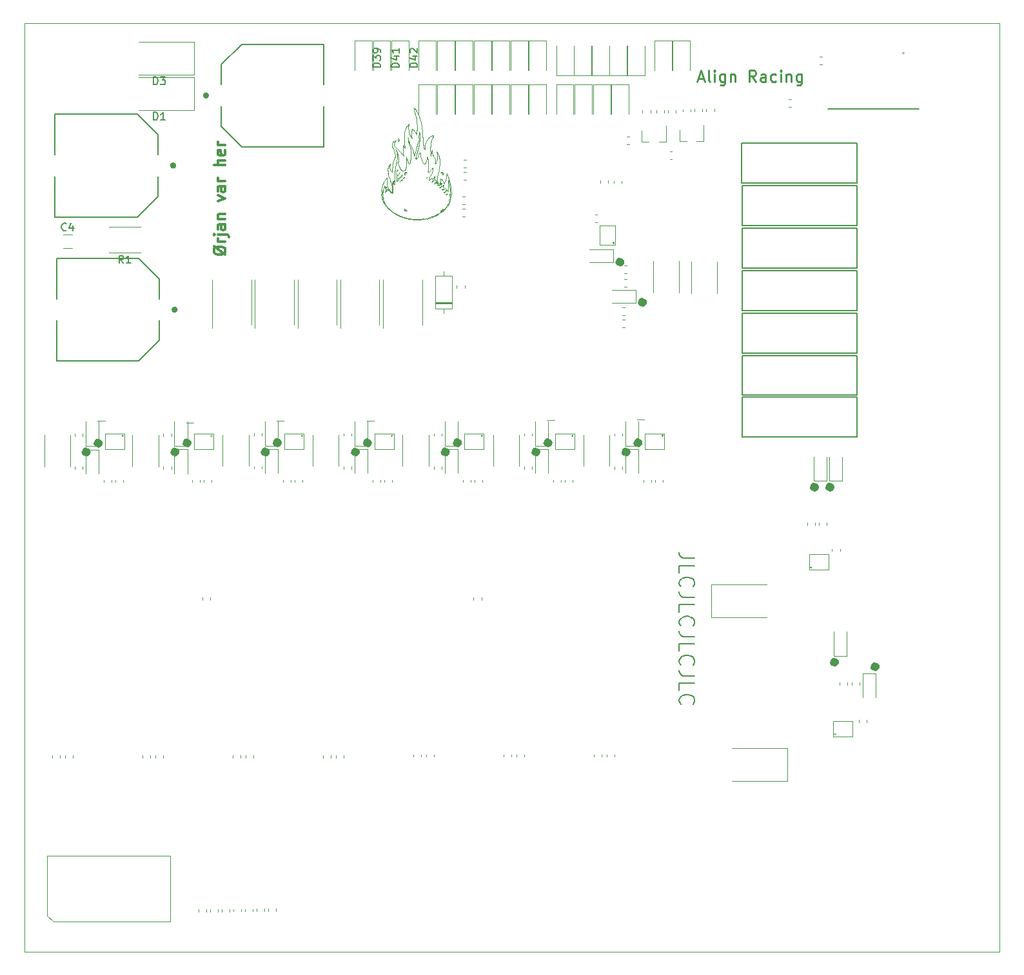
<source format=gbr>
%TF.GenerationSoftware,KiCad,Pcbnew,(5.1.5)-3*%
%TF.CreationDate,2020-08-22T18:50:51+02:00*%
%TF.ProjectId,AR20_PDM_v1,41523230-5f50-4444-9d5f-76312e6b6963,rev?*%
%TF.SameCoordinates,Original*%
%TF.FileFunction,Legend,Top*%
%TF.FilePolarity,Positive*%
%FSLAX46Y46*%
G04 Gerber Fmt 4.6, Leading zero omitted, Abs format (unit mm)*
G04 Created by KiCad (PCBNEW (5.1.5)-3) date 2020-08-22 18:50:51*
%MOMM*%
%LPD*%
G04 APERTURE LIST*
%ADD10C,0.000120*%
%ADD11C,0.050000*%
%ADD12C,0.060000*%
%ADD13C,0.250000*%
%ADD14C,0.300000*%
%ADD15C,0.150000*%
%ADD16C,0.120000*%
%ADD17C,0.152400*%
%ADD18C,1.000000*%
%ADD19C,0.400000*%
%ADD20C,0.127000*%
%ADD21C,0.100000*%
%ADD22C,0.200000*%
G04 APERTURE END LIST*
D10*
X114280000Y-78470000D02*
X115250000Y-78470000D01*
X102440000Y-78480000D02*
X103410000Y-78480000D01*
X78770000Y-78600000D02*
X79740000Y-78600000D01*
X66940000Y-78630000D02*
X67910000Y-78630000D01*
X55080000Y-78850000D02*
X56050000Y-78850000D01*
X43420000Y-78560000D02*
X44390000Y-78560000D01*
D11*
X161857400Y-26337000D02*
X33857000Y-26337000D01*
D12*
X84434721Y-40884374D02*
G75*
G02X84360320Y-40621083I2811614J936670D01*
G01*
X83808643Y-42806345D02*
G75*
G02X83762317Y-42750915I172009J190830D01*
G01*
X84683219Y-40709844D02*
X84673867Y-41063370D01*
X83780612Y-42467178D02*
X83799842Y-42581858D01*
X85112838Y-38053505D02*
X85193706Y-38349552D01*
X83830003Y-42797178D02*
G75*
G02X83808642Y-42806345I-12793J338D01*
G01*
X83828517Y-42771243D02*
G75*
G02X83830001Y-42797178I-154144J-21828D01*
G01*
X84306581Y-39657110D02*
X84307339Y-39586005D01*
X83762317Y-42750915D02*
G75*
G02X83703862Y-42640865I792867J491692D01*
G01*
X84290706Y-40095751D02*
G75*
G02X84296660Y-39842500I2293507J72778D01*
G01*
X84709038Y-41372411D02*
X84715433Y-41418070D01*
X84291670Y-39584814D02*
X84246578Y-39644988D01*
X84713276Y-40365854D02*
X84683219Y-40709844D01*
X84301355Y-39580001D02*
G75*
G02X84307339Y-39586005I0J-5984D01*
G01*
X83780612Y-42467178D02*
G75*
G02X83741430Y-42108880I2873209J495496D01*
G01*
X85263164Y-38654523D02*
X85320366Y-38965000D01*
X84360320Y-40621084D02*
G75*
G02X84312085Y-40356740I2685489J626597D01*
G01*
X83815905Y-42684638D02*
X83828518Y-42771243D01*
X83732676Y-41043640D02*
X83726795Y-41572892D01*
X83916777Y-40234068D02*
X83829482Y-40485581D01*
X84766523Y-40255000D02*
G75*
G02X84823316Y-40255291I28253J-28171D01*
G01*
X84596340Y-41273267D02*
X84504914Y-41071186D01*
X83726795Y-41572892D02*
X83741430Y-42108880D01*
X83799842Y-42581858D02*
X83815905Y-42684638D01*
X85357452Y-39319474D02*
X85375326Y-39886325D01*
X85193706Y-38349552D02*
X85263164Y-38654523D01*
X84719463Y-41456317D02*
G75*
G02X84716616Y-41464280I-9958J-931D01*
G01*
X85375666Y-40455376D02*
G75*
G02X85350419Y-40823967I-3459324J51789D01*
G01*
X84291670Y-39584813D02*
G75*
G02X84301355Y-39580000I9685J-7337D01*
G01*
X83610497Y-42355000D02*
X83581903Y-42475000D01*
X84959508Y-40407112D02*
G75*
G02X85100077Y-40598503I-1661882J-1367908D01*
G01*
X85320365Y-38965000D02*
G75*
G02X85357452Y-39319474I-3067525J-500117D01*
G01*
X84959507Y-40407112D02*
X84823316Y-40255291D01*
X85100076Y-40598503D02*
G75*
G02X85210151Y-40793967I-1436870J-937892D01*
G01*
X84713276Y-40365854D02*
G75*
G02X84766523Y-40255000I185256J-20770D01*
G01*
X84303450Y-39741843D02*
X84306581Y-39657110D01*
X84195246Y-39716430D02*
X84137370Y-39801234D01*
X83703862Y-42640864D02*
G75*
G02X83660549Y-42523930I853701J382706D01*
G01*
X84716616Y-41464280D02*
G75*
G02X84689932Y-41460194I-11859J11727D01*
G01*
X84689932Y-41460194D02*
X84596340Y-41273267D01*
X83916777Y-40234068D02*
G75*
G02X84021900Y-39999457I2705958J-1071614D01*
G01*
X84715433Y-41418070D02*
X84719463Y-41456317D01*
X83660549Y-42523930D02*
X83610497Y-42355000D01*
X84021901Y-39999456D02*
G75*
G02X84137370Y-39801234I1653322J-830357D01*
G01*
X84504914Y-41071186D02*
X84434722Y-40884374D01*
X84699703Y-41320000D02*
X84709038Y-41372411D01*
X85350419Y-40823967D02*
X85324839Y-41032933D01*
X84246578Y-39644988D02*
X84195246Y-39716430D01*
X85375326Y-39886325D02*
X85375666Y-40455376D01*
X83767580Y-40735001D02*
G75*
G02X83829482Y-40485581I2638124J-522355D01*
G01*
D13*
X122308571Y-33600000D02*
X123022857Y-33600000D01*
X122165714Y-34028571D02*
X122665714Y-32528571D01*
X123165714Y-34028571D01*
X123880000Y-34028571D02*
X123737142Y-33957142D01*
X123665714Y-33814285D01*
X123665714Y-32528571D01*
X124451428Y-34028571D02*
X124451428Y-33028571D01*
X124451428Y-32528571D02*
X124380000Y-32600000D01*
X124451428Y-32671428D01*
X124522857Y-32600000D01*
X124451428Y-32528571D01*
X124451428Y-32671428D01*
X125808571Y-33028571D02*
X125808571Y-34242857D01*
X125737142Y-34385714D01*
X125665714Y-34457142D01*
X125522857Y-34528571D01*
X125308571Y-34528571D01*
X125165714Y-34457142D01*
X125808571Y-33957142D02*
X125665714Y-34028571D01*
X125380000Y-34028571D01*
X125237142Y-33957142D01*
X125165714Y-33885714D01*
X125094285Y-33742857D01*
X125094285Y-33314285D01*
X125165714Y-33171428D01*
X125237142Y-33100000D01*
X125380000Y-33028571D01*
X125665714Y-33028571D01*
X125808571Y-33100000D01*
X126522857Y-33028571D02*
X126522857Y-34028571D01*
X126522857Y-33171428D02*
X126594285Y-33100000D01*
X126737142Y-33028571D01*
X126951428Y-33028571D01*
X127094285Y-33100000D01*
X127165714Y-33242857D01*
X127165714Y-34028571D01*
X129880000Y-34028571D02*
X129380000Y-33314285D01*
X129022857Y-34028571D02*
X129022857Y-32528571D01*
X129594285Y-32528571D01*
X129737142Y-32600000D01*
X129808571Y-32671428D01*
X129880000Y-32814285D01*
X129880000Y-33028571D01*
X129808571Y-33171428D01*
X129737142Y-33242857D01*
X129594285Y-33314285D01*
X129022857Y-33314285D01*
X131165714Y-34028571D02*
X131165714Y-33242857D01*
X131094285Y-33100000D01*
X130951428Y-33028571D01*
X130665714Y-33028571D01*
X130522857Y-33100000D01*
X131165714Y-33957142D02*
X131022857Y-34028571D01*
X130665714Y-34028571D01*
X130522857Y-33957142D01*
X130451428Y-33814285D01*
X130451428Y-33671428D01*
X130522857Y-33528571D01*
X130665714Y-33457142D01*
X131022857Y-33457142D01*
X131165714Y-33385714D01*
X132522857Y-33957142D02*
X132380000Y-34028571D01*
X132094285Y-34028571D01*
X131951428Y-33957142D01*
X131880000Y-33885714D01*
X131808571Y-33742857D01*
X131808571Y-33314285D01*
X131880000Y-33171428D01*
X131951428Y-33100000D01*
X132094285Y-33028571D01*
X132380000Y-33028571D01*
X132522857Y-33100000D01*
X133165714Y-34028571D02*
X133165714Y-33028571D01*
X133165714Y-32528571D02*
X133094285Y-32600000D01*
X133165714Y-32671428D01*
X133237142Y-32600000D01*
X133165714Y-32528571D01*
X133165714Y-32671428D01*
X133880000Y-33028571D02*
X133880000Y-34028571D01*
X133880000Y-33171428D02*
X133951428Y-33100000D01*
X134094285Y-33028571D01*
X134308571Y-33028571D01*
X134451428Y-33100000D01*
X134522857Y-33242857D01*
X134522857Y-34028571D01*
X135880000Y-33028571D02*
X135880000Y-34242857D01*
X135808571Y-34385714D01*
X135737142Y-34457142D01*
X135594285Y-34528571D01*
X135380000Y-34528571D01*
X135237142Y-34457142D01*
X135880000Y-33957142D02*
X135737142Y-34028571D01*
X135451428Y-34028571D01*
X135308571Y-33957142D01*
X135237142Y-33885714D01*
X135165714Y-33742857D01*
X135165714Y-33314285D01*
X135237142Y-33171428D01*
X135308571Y-33100000D01*
X135451428Y-33028571D01*
X135737142Y-33028571D01*
X135880000Y-33100000D01*
D14*
X58708571Y-55650000D02*
X60208571Y-56792857D01*
X60208571Y-56364285D02*
X60137142Y-56507142D01*
X59994285Y-56650000D01*
X59708571Y-56721428D01*
X59208571Y-56721428D01*
X58922857Y-56650000D01*
X58780000Y-56507142D01*
X58708571Y-56364285D01*
X58708571Y-56078571D01*
X58780000Y-55935714D01*
X58922857Y-55792857D01*
X59208571Y-55721428D01*
X59708571Y-55721428D01*
X59994285Y-55792857D01*
X60137142Y-55935714D01*
X60208571Y-56078571D01*
X60208571Y-56364285D01*
X60208571Y-55078571D02*
X59208571Y-55078571D01*
X59494285Y-55078571D02*
X59351428Y-55007142D01*
X59280000Y-54935714D01*
X59208571Y-54792857D01*
X59208571Y-54650000D01*
X59208571Y-54150000D02*
X60494285Y-54150000D01*
X60637142Y-54221428D01*
X60708571Y-54364285D01*
X60708571Y-54435714D01*
X58708571Y-54150000D02*
X58780000Y-54221428D01*
X58851428Y-54150000D01*
X58780000Y-54078571D01*
X58708571Y-54150000D01*
X58851428Y-54150000D01*
X60208571Y-52792857D02*
X59422857Y-52792857D01*
X59280000Y-52864285D01*
X59208571Y-53007142D01*
X59208571Y-53292857D01*
X59280000Y-53435714D01*
X60137142Y-52792857D02*
X60208571Y-52935714D01*
X60208571Y-53292857D01*
X60137142Y-53435714D01*
X59994285Y-53507142D01*
X59851428Y-53507142D01*
X59708571Y-53435714D01*
X59637142Y-53292857D01*
X59637142Y-52935714D01*
X59565714Y-52792857D01*
X59208571Y-52078571D02*
X60208571Y-52078571D01*
X59351428Y-52078571D02*
X59280000Y-52007142D01*
X59208571Y-51864285D01*
X59208571Y-51650000D01*
X59280000Y-51507142D01*
X59422857Y-51435714D01*
X60208571Y-51435714D01*
X59208571Y-49721428D02*
X60208571Y-49364285D01*
X59208571Y-49007142D01*
X60208571Y-47792857D02*
X59422857Y-47792857D01*
X59280000Y-47864285D01*
X59208571Y-48007142D01*
X59208571Y-48292857D01*
X59280000Y-48435714D01*
X60137142Y-47792857D02*
X60208571Y-47935714D01*
X60208571Y-48292857D01*
X60137142Y-48435714D01*
X59994285Y-48507142D01*
X59851428Y-48507142D01*
X59708571Y-48435714D01*
X59637142Y-48292857D01*
X59637142Y-47935714D01*
X59565714Y-47792857D01*
X60208571Y-47078571D02*
X59208571Y-47078571D01*
X59494285Y-47078571D02*
X59351428Y-47007142D01*
X59280000Y-46935714D01*
X59208571Y-46792857D01*
X59208571Y-46650000D01*
X60208571Y-45007142D02*
X58708571Y-45007142D01*
X60208571Y-44364285D02*
X59422857Y-44364285D01*
X59280000Y-44435714D01*
X59208571Y-44578571D01*
X59208571Y-44792857D01*
X59280000Y-44935714D01*
X59351428Y-45007142D01*
X60137142Y-43078571D02*
X60208571Y-43221428D01*
X60208571Y-43507142D01*
X60137142Y-43650000D01*
X59994285Y-43721428D01*
X59422857Y-43721428D01*
X59280000Y-43650000D01*
X59208571Y-43507142D01*
X59208571Y-43221428D01*
X59280000Y-43078571D01*
X59422857Y-43007142D01*
X59565714Y-43007142D01*
X59708571Y-43721428D01*
X60208571Y-42364285D02*
X59208571Y-42364285D01*
X59494285Y-42364285D02*
X59351428Y-42292857D01*
X59280000Y-42221428D01*
X59208571Y-42078571D01*
X59208571Y-41935714D01*
D15*
X121825238Y-96671904D02*
X120396666Y-96671904D01*
X120110952Y-96576666D01*
X119920476Y-96386190D01*
X119825238Y-96100476D01*
X119825238Y-95910000D01*
X119825238Y-98576666D02*
X119825238Y-97624285D01*
X121825238Y-97624285D01*
X120015714Y-100386190D02*
X119920476Y-100290952D01*
X119825238Y-100005238D01*
X119825238Y-99814761D01*
X119920476Y-99529047D01*
X120110952Y-99338571D01*
X120301428Y-99243333D01*
X120682380Y-99148095D01*
X120968095Y-99148095D01*
X121349047Y-99243333D01*
X121539523Y-99338571D01*
X121730000Y-99529047D01*
X121825238Y-99814761D01*
X121825238Y-100005238D01*
X121730000Y-100290952D01*
X121634761Y-100386190D01*
X121825238Y-101814761D02*
X120396666Y-101814761D01*
X120110952Y-101719523D01*
X119920476Y-101529047D01*
X119825238Y-101243333D01*
X119825238Y-101052857D01*
X119825238Y-103719523D02*
X119825238Y-102767142D01*
X121825238Y-102767142D01*
X120015714Y-105529047D02*
X119920476Y-105433809D01*
X119825238Y-105148095D01*
X119825238Y-104957619D01*
X119920476Y-104671904D01*
X120110952Y-104481428D01*
X120301428Y-104386190D01*
X120682380Y-104290952D01*
X120968095Y-104290952D01*
X121349047Y-104386190D01*
X121539523Y-104481428D01*
X121730000Y-104671904D01*
X121825238Y-104957619D01*
X121825238Y-105148095D01*
X121730000Y-105433809D01*
X121634761Y-105529047D01*
X121825238Y-106957619D02*
X120396666Y-106957619D01*
X120110952Y-106862380D01*
X119920476Y-106671904D01*
X119825238Y-106386190D01*
X119825238Y-106195714D01*
X119825238Y-108862380D02*
X119825238Y-107910000D01*
X121825238Y-107910000D01*
X120015714Y-110671904D02*
X119920476Y-110576666D01*
X119825238Y-110290952D01*
X119825238Y-110100476D01*
X119920476Y-109814761D01*
X120110952Y-109624285D01*
X120301428Y-109529047D01*
X120682380Y-109433809D01*
X120968095Y-109433809D01*
X121349047Y-109529047D01*
X121539523Y-109624285D01*
X121730000Y-109814761D01*
X121825238Y-110100476D01*
X121825238Y-110290952D01*
X121730000Y-110576666D01*
X121634761Y-110671904D01*
X121825238Y-112100476D02*
X120396666Y-112100476D01*
X120110952Y-112005238D01*
X119920476Y-111814761D01*
X119825238Y-111529047D01*
X119825238Y-111338571D01*
X119825238Y-114005238D02*
X119825238Y-113052857D01*
X121825238Y-113052857D01*
X120015714Y-115814761D02*
X119920476Y-115719523D01*
X119825238Y-115433809D01*
X119825238Y-115243333D01*
X119920476Y-114957619D01*
X120110952Y-114767142D01*
X120301428Y-114671904D01*
X120682380Y-114576666D01*
X120968095Y-114576666D01*
X121349047Y-114671904D01*
X121539523Y-114767142D01*
X121730000Y-114957619D01*
X121825238Y-115243333D01*
X121825238Y-115433809D01*
X121730000Y-115719523D01*
X121634761Y-115814761D01*
D12*
X83053173Y-46176564D02*
G75*
G02X83036000Y-46180000I-17174J41207D01*
G01*
X83099559Y-46093467D02*
G75*
G02X83111000Y-46090000I11441J-17143D01*
G01*
X83125269Y-46041096D02*
G75*
G02X83141000Y-46060000I-3494J-18905D01*
G01*
X83132187Y-46081188D02*
G75*
G02X83122449Y-46087710I-21357J21357D01*
G01*
X83266906Y-46472956D02*
G75*
G02X83246475Y-46492375I-121676J107565D01*
G01*
X83140999Y-46060001D02*
G75*
G02X83138709Y-46071450I-29762J0D01*
G01*
X82901000Y-46216615D02*
X82706000Y-46402530D01*
X83246475Y-46492375D02*
G75*
G02X83225931Y-46505777I-80547J101024D01*
G01*
X82670834Y-46086111D02*
G75*
G02X82673245Y-46071102I51015J-496D01*
G01*
X82673246Y-46071102D02*
G75*
G02X82676237Y-46071429I1462J-467D01*
G01*
X83161847Y-46586782D02*
G75*
G02X83151723Y-46596532I-29290J20281D01*
G01*
X82705409Y-43152060D02*
G75*
G02X82824086Y-43430414I-2724917J-1326248D01*
G01*
X83138709Y-46071450D02*
G75*
G02X83132187Y-46081188I-27879J11619D01*
G01*
X82670834Y-46086112D02*
X82669144Y-46270000D01*
X83083240Y-46117796D02*
G75*
G02X83089812Y-46103219I47200J-12509D01*
G01*
X83080999Y-46135001D02*
G75*
G02X83083240Y-46117797I67160J1D01*
G01*
X82767319Y-43495000D02*
X82744548Y-43410568D01*
X83284038Y-46450001D02*
G75*
G02X83266907Y-46472957I-146809J91684D01*
G01*
X83122449Y-46087710D02*
G75*
G02X83111000Y-46090000I-11449J27472D01*
G01*
X83151722Y-46596532D02*
G75*
G02X83139840Y-46600000I-11882J18619D01*
G01*
X83077565Y-46152174D02*
G75*
G02X83067781Y-46166782I-41820J17428D01*
G01*
X82985041Y-46718805D02*
X82935835Y-46763205D01*
X82688677Y-46208765D02*
X82676237Y-46071429D01*
X83081515Y-46634899D02*
X83034671Y-46673299D01*
X83121711Y-46605644D02*
G75*
G02X83139840Y-46600000I18129J-26292D01*
G01*
X83004219Y-46193219D02*
G75*
G02X83018826Y-46183436I32035J-32036D01*
G01*
X83442980Y-46308813D02*
G75*
G02X83451448Y-46301967I48696J-51569D01*
G01*
X82994434Y-46207827D02*
G75*
G02X83004218Y-46193219I41820J-17428D01*
G01*
X83018826Y-46183435D02*
G75*
G02X83036000Y-46180000I17174J-41209D01*
G01*
X83089812Y-46103219D02*
G75*
G02X83099559Y-46093468I29284J-19523D01*
G01*
X83468567Y-46341447D02*
G75*
G02X83461667Y-46351188I-27765J12355D01*
G01*
X82432945Y-47158372D02*
X82443583Y-47180179D01*
X83173857Y-46537814D02*
G75*
G02X83182098Y-46523219I43238J-14790D01*
G01*
X83170999Y-46555000D02*
G75*
G02X83168667Y-46572201I-64601J0D01*
G01*
X82987565Y-46242174D02*
G75*
G02X82977781Y-46256782I-41820J17428D01*
G01*
X83168668Y-46572201D02*
G75*
G02X83161847Y-46586782I-46382J12812D01*
G01*
X82977780Y-46256782D02*
G75*
G02X82963173Y-46266565I-32035J32036D01*
G01*
X83428581Y-46357652D02*
G75*
G02X83422238Y-46351188I5398J11642D01*
G01*
X83422237Y-46351188D02*
G75*
G02X83421304Y-46341463I14224J6272D01*
G01*
X83425999Y-46330000D02*
G75*
G02X83434069Y-46318517I101250J-62576D01*
G01*
X83028056Y-46098095D02*
G75*
G02X83093418Y-46047476I345283J-378339D01*
G01*
X83462828Y-46302235D02*
G75*
G02X83467113Y-46308813I-17993J-16403D01*
G01*
X83225931Y-46505777D02*
G75*
G02X83208783Y-46510000I-17148J32701D01*
G01*
X83461667Y-46351188D02*
G75*
G02X83451357Y-46357717I-21926J23220D01*
G01*
X83194371Y-46513460D02*
G75*
G02X83208783Y-46510000I14412J-28286D01*
G01*
X83434069Y-46318517D02*
G75*
G02X83442980Y-46308813I72445J-57579D01*
G01*
X83081000Y-46135000D02*
G75*
G02X83077564Y-46152174I-44644J0D01*
G01*
X83028056Y-46098095D02*
X82901000Y-46216615D01*
X82990999Y-46225001D02*
G75*
G02X82994435Y-46207827I44644J0D01*
G01*
X82991000Y-46225000D02*
G75*
G02X82987564Y-46242174I-44644J0D01*
G01*
X82921149Y-46274417D02*
G75*
G02X82946000Y-46270000I24850J-67692D01*
G01*
X83171000Y-46555000D02*
G75*
G02X83173858Y-46537814I53101J0D01*
G01*
X83470029Y-46318514D02*
G75*
G02X83471000Y-46330000I-67489J-11487D01*
G01*
X83451357Y-46357716D02*
G75*
G02X83439229Y-46360000I-12128J31060D01*
G01*
X82672078Y-43193912D02*
X82634464Y-43097500D01*
X83182099Y-46523219D02*
G75*
G02X83194372Y-46513460I30137J-25305D01*
G01*
X83121712Y-46605645D02*
X83081515Y-46634899D01*
X83467113Y-46308813D02*
G75*
G02X83470029Y-46318515I-37659J-16607D01*
G01*
X82706000Y-46402530D02*
X82688677Y-46208765D01*
X83034671Y-46673299D02*
X82985041Y-46718805D01*
X83471000Y-46330000D02*
G75*
G02X83468568Y-46341447I-28156J0D01*
G01*
X83093418Y-46047475D02*
G75*
G02X83125270Y-46041096I23901J-36628D01*
G01*
X83457770Y-46300000D02*
G75*
G02X83462829Y-46302234I0J-6846D01*
G01*
X83067780Y-46166782D02*
G75*
G02X83053173Y-46176565I-32035J32036D01*
G01*
X89348960Y-48730000D02*
G75*
G02X89360859Y-48737102I0J-13520D01*
G01*
X89329877Y-48916504D02*
G75*
G02X89342185Y-48919494I1541J-20482D01*
G01*
X81196848Y-48565000D02*
X81198066Y-48597047D01*
X89337990Y-48734744D02*
G75*
G02X89348960Y-48730000I10970J-10310D01*
G01*
X81269559Y-48433467D02*
G75*
G02X81281000Y-48430000I11441J-17143D01*
G01*
X81281000Y-48430001D02*
G75*
G02X81292440Y-48433468I-1J-20609D01*
G01*
X89361202Y-48899862D02*
G75*
G02X89351851Y-48917578I-66682J23873D01*
G01*
X89237353Y-48962482D02*
G75*
G02X89221781Y-48964848I-15857J51928D01*
G01*
X81253240Y-48457796D02*
G75*
G02X81259812Y-48443219I47200J-12509D01*
G01*
X81217167Y-48553600D02*
G75*
G02X81215986Y-48578901I-214770J-2653D01*
G01*
X89240791Y-48896812D02*
G75*
G02X89284045Y-48861134I194837J-192149D01*
G01*
X89369487Y-48759669D02*
G75*
G02X89374090Y-48792553I-167213J-40169D01*
G01*
X89211703Y-48960704D02*
G75*
G02X89209035Y-48936850I13597J13597D01*
G01*
X89341492Y-48814469D02*
G75*
G02X89340419Y-48833509I-49886J-6739D01*
G01*
X89312321Y-48919968D02*
G75*
G02X89329877Y-48916504I23175J-71228D01*
G01*
X81250999Y-48475001D02*
G75*
G02X81253240Y-48457797I67160J1D01*
G01*
X82418890Y-47464271D02*
G75*
G02X82421909Y-47432009I241269J-6302D01*
G01*
X81370330Y-48326012D02*
G75*
G02X81396749Y-48362500I-117399J-112809D01*
G01*
X89333130Y-48845401D02*
G75*
G02X89320878Y-48850000I-12252J14022D01*
G01*
X81197380Y-48532597D02*
G75*
G02X81200452Y-48512286I98043J-4437D01*
G01*
X89373481Y-48832077D02*
G75*
G02X89368916Y-48870205I-416428J30523D01*
G01*
X89335999Y-48790001D02*
G75*
G02X89330721Y-48766330I131612J41773D01*
G01*
X81210678Y-48511930D02*
G75*
G02X81215432Y-48529868I-68775J-27825D01*
G01*
X89360859Y-48737102D02*
G75*
G02X89369487Y-48759669I-82365J-44426D01*
G01*
X89368916Y-48870205D02*
G75*
G02X89361202Y-48899862I-169445J28244D01*
G01*
X89340418Y-48833509D02*
G75*
G02X89333131Y-48845401I-22670J5713D01*
G01*
X81211789Y-48601930D02*
G75*
G02X81206499Y-48613500I-35574J9271D01*
G01*
X81206499Y-48613500D02*
G75*
G02X81201695Y-48612973I-2260J1556D01*
G01*
X82357890Y-47331425D02*
G75*
G02X82348155Y-47354751I-158805J52583D01*
G01*
X89374091Y-48792553D02*
G75*
G02X89373482Y-48832077I-341995J-14501D01*
G01*
X81201695Y-48612974D02*
G75*
G02X81198066Y-48597047I47403J19179D01*
G01*
X83421304Y-46341463D02*
G75*
G02X83426000Y-46330000I36809J-8385D01*
G01*
X81197381Y-48532597D02*
X81196848Y-48565000D01*
X81215431Y-48529868D02*
G75*
G02X81217167Y-48553600I-194511J-26156D01*
G01*
X82436000Y-47240000D02*
G75*
G02X82464892Y-47254414I-1J-36165D01*
G01*
X89447020Y-48322215D02*
G75*
G02X89452559Y-48316739I9061J-3626D01*
G01*
X82429192Y-47401809D02*
G75*
G02X82439303Y-47377608I150687J-48739D01*
G01*
X81200452Y-48512287D02*
G75*
G02X81205313Y-48508420I5005J-1303D01*
G01*
X81308759Y-48457796D02*
G75*
G02X81311000Y-48475000I-64919J-17204D01*
G01*
X89459125Y-48318126D02*
G75*
G02X89464922Y-48327934I-16182J-16181D01*
G01*
X81311000Y-48352547D02*
G75*
G02X81319768Y-48321975I57681J0D01*
G01*
X89255649Y-48954490D02*
G75*
G02X89237353Y-48962481I-43612J74912D01*
G01*
X83451448Y-46301966D02*
G75*
G02X83457770Y-46300000I6322J-9181D01*
G01*
X89273960Y-48941692D02*
G75*
G02X89292713Y-48928673I85028J-102453D01*
G01*
X81259812Y-48443219D02*
G75*
G02X81269559Y-48433468I29284J-19523D01*
G01*
X89336000Y-48790000D02*
G75*
G02X89341492Y-48814469I-138287J-43891D01*
G01*
X89443697Y-48336615D02*
G75*
G02X89447019Y-48322215I48061J-3503D01*
G01*
X81308759Y-48492205D02*
G75*
G02X81302187Y-48506782I-47200J12509D01*
G01*
X89209036Y-48936850D02*
G75*
G02X89240791Y-48896813I200684J-126560D01*
G01*
X81311000Y-48475000D02*
G75*
G02X81308759Y-48492204I-67160J-1D01*
G01*
X89331504Y-48747099D02*
G75*
G02X89337991Y-48734745I25491J-5506D01*
G01*
X89221781Y-48964848D02*
G75*
G02X89211703Y-48960704I-74J14148D01*
G01*
X89284044Y-48861134D02*
G75*
G02X89320878Y-48850000I36834J-55361D01*
G01*
X82963173Y-46266564D02*
G75*
G02X82946000Y-46270000I-17174J41207D01*
G01*
X81302187Y-48506782D02*
G75*
G02X81292440Y-48516533I-29284J19523D01*
G01*
X89330721Y-48766330D02*
G75*
G02X89331503Y-48747099I55709J7367D01*
G01*
X83439229Y-46360000D02*
G75*
G02X83428581Y-46357652I0J25313D01*
G01*
X81215986Y-48578902D02*
G75*
G02X81211789Y-48601930I-156078J16551D01*
G01*
X89351850Y-48917579D02*
G75*
G02X89342185Y-48919494I-5866J4256D01*
G01*
X81292440Y-48433468D02*
G75*
G02X81302187Y-48443219I-19537J-29274D01*
G01*
X81205314Y-48508420D02*
G75*
G02X81210678Y-48511930I155J-5617D01*
G01*
X81302187Y-48443220D02*
G75*
G02X81308759Y-48457797I-40628J-27085D01*
G01*
X89292713Y-48928673D02*
G75*
G02X89312321Y-48919968I51813J-90275D01*
G01*
X89273960Y-48941693D02*
G75*
G02X89255649Y-48954490I-86296J103981D01*
G01*
X89467297Y-48342492D02*
G75*
G02X89466174Y-48359219I-77559J-3195D01*
G01*
X89464922Y-48327934D02*
G75*
G02X89467297Y-48342493I-58910J-17083D01*
G01*
X82322197Y-47512546D02*
X82340413Y-47482115D01*
X82291743Y-47489152D02*
G75*
G02X82288027Y-47467772I52471J20134D01*
G01*
X82421909Y-47432009D02*
G75*
G02X82429193Y-47401809I201479J-32612D01*
G01*
X82291739Y-47442821D02*
G75*
G02X82301912Y-47418265I107199J-30029D01*
G01*
X82301911Y-47418266D02*
G75*
G02X82317274Y-47398012I81423J-45806D01*
G01*
X82334007Y-47378171D02*
G75*
G02X82317274Y-47398012I-125120J88547D01*
G01*
X81328697Y-48441211D02*
G75*
G02X81321916Y-48420452I201166J77196D01*
G01*
X82464892Y-47254414D02*
G75*
G02X82479872Y-47291663I-61700J-46450D01*
G01*
X81312261Y-48372158D02*
G75*
G02X81311000Y-48352547I151864J19611D01*
G01*
X82393834Y-47486331D02*
X82407289Y-47518797D01*
X82475005Y-47335283D02*
G75*
G02X82451000Y-47365000I-54309J19315D01*
G01*
X82288027Y-47467772D02*
G75*
G02X82291738Y-47442821I100759J-2234D01*
G01*
X81408214Y-48411001D02*
G75*
G02X81401066Y-48431878I-54112J6865D01*
G01*
X81406713Y-48388019D02*
G75*
G02X81408214Y-48411001I-58550J-15364D01*
G01*
X82417673Y-47241106D02*
G75*
G02X82436000Y-47240000I18326J-151347D01*
G01*
X82384808Y-47249222D02*
G75*
G02X82399812Y-47244407I44199J-111962D01*
G01*
X82303045Y-47514447D02*
G75*
G02X82291744Y-47489152I229409J117664D01*
G01*
X82348155Y-47354751D02*
G75*
G02X82334007Y-47378171I-168443J85773D01*
G01*
X81385501Y-48451164D02*
G75*
G02X81364884Y-48467472I-115875J125310D01*
G01*
X81339408Y-48462781D02*
G75*
G02X81328696Y-48441210I108402J67279D01*
G01*
X89443368Y-48357500D02*
X89445139Y-48379890D01*
X81401066Y-48431878D02*
G75*
G02X81385501Y-48451164I-73602J43476D01*
G01*
X81259812Y-48506781D02*
G75*
G02X81253240Y-48492204I40628J27085D01*
G01*
X82413055Y-47520075D02*
G75*
G02X82407289Y-47518797I-2416J2745D01*
G01*
X83570114Y-46757323D02*
X83517072Y-46802871D01*
X81364884Y-48467473D02*
G75*
G02X81350780Y-48470468I-10772J16016D01*
G01*
X83198567Y-47211447D02*
G75*
G02X83191667Y-47221188I-27765J12355D01*
G01*
X83615927Y-46720961D02*
X83570114Y-46757323D01*
X86637807Y-46745150D02*
G75*
G02X86638265Y-46732375I31700J5259D01*
G01*
X86645208Y-46713033D02*
G75*
G02X86657962Y-46690000I225323J-109720D01*
G01*
X83446716Y-46976772D02*
X83511528Y-46914749D01*
X86673997Y-46667029D02*
G75*
G02X86691193Y-46647625I158825J-123426D01*
G01*
X81253241Y-48492204D02*
G75*
G02X81251000Y-48475000I64918J17203D01*
G01*
X83699552Y-46632365D02*
G75*
G02X83711000Y-46630000I11447J-26518D01*
G01*
X83155999Y-47200000D02*
G75*
G02X83164069Y-47188517I101250J-62576D01*
G01*
X89461493Y-48375626D02*
G75*
G02X89454846Y-48388126I-60948J24390D01*
G01*
X81319768Y-48321976D02*
G75*
G02X81341306Y-48311616I18960J-11850D01*
G01*
X81396749Y-48362500D02*
G75*
G02X81406713Y-48388019I-104870J-55652D01*
G01*
X81316198Y-48396142D02*
X81321916Y-48420452D01*
X81280999Y-48520000D02*
G75*
G02X81269559Y-48516533I1J20609D01*
G01*
X81312260Y-48372158D02*
X81316198Y-48396142D01*
X81292440Y-48516533D02*
G75*
G02X81281000Y-48520000I-11441J17142D01*
G01*
X81341306Y-48311616D02*
G75*
G02X81370330Y-48326012I-5525J-47594D01*
G01*
X89452558Y-48316738D02*
G75*
G02X89459125Y-48318125I2219J-5735D01*
G01*
X89454847Y-48388126D02*
G75*
G02X89449379Y-48388643I-2948J2003D01*
G01*
X82322196Y-47512545D02*
G75*
G02X82312045Y-47519094I-12228J7813D01*
G01*
X81350781Y-48470468D02*
G75*
G02X81339409Y-48462782I2898J16543D01*
G01*
X82378613Y-47449972D02*
X82393834Y-47486331D01*
X82417226Y-47511370D02*
G75*
G02X82413056Y-47520075I-12317J549D01*
G01*
X82360271Y-47448569D02*
G75*
G02X82369815Y-47443761I8734J-5460D01*
G01*
X89443368Y-48357500D02*
G75*
G02X89443698Y-48336615I183292J7549D01*
G01*
X81269559Y-48516533D02*
G75*
G02X81259812Y-48506782I19537J29274D01*
G01*
X82479872Y-47291663D02*
G75*
G02X82475004Y-47335284I-95346J-11441D01*
G01*
X82369814Y-47443761D02*
G75*
G02X82378613Y-47449972I-829J-10512D01*
G01*
X82439303Y-47377608D02*
G75*
G02X82451000Y-47365000I28688J-14886D01*
G01*
X82417226Y-47511371D02*
X82418891Y-47464271D01*
X82340413Y-47482115D02*
X82360271Y-47448568D01*
X82375999Y-47255001D02*
G75*
G02X82384807Y-47249221I18323J-18322D01*
G01*
X89466174Y-48359219D02*
G75*
G02X89461493Y-48375625I-81923J14503D01*
G01*
X82399812Y-47244407D02*
G75*
G02X82417672Y-47241106I35413J-141652D01*
G01*
X89449379Y-48388643D02*
G75*
G02X89445139Y-48379890I10479J10479D01*
G01*
X82312046Y-47519094D02*
G75*
G02X82303045Y-47514447I-1248J8624D01*
G01*
X82365405Y-47277973D02*
G75*
G02X82370225Y-47263646I107935J-28334D01*
G01*
X83712786Y-46720689D02*
G75*
G02X83697963Y-46736061I-68199J50930D01*
G01*
X83711000Y-46630001D02*
G75*
G02X83731202Y-46633051I-1J-68429D01*
G01*
X83201000Y-47200000D02*
G75*
G02X83198568Y-47211447I-28156J0D01*
G01*
X83680999Y-46660942D02*
G75*
G02X83683286Y-46649132I31640J0D01*
G01*
X86638266Y-46732376D02*
G75*
G02X86645208Y-46713034I92219J-22183D01*
G01*
X82370225Y-47263646D02*
G75*
G02X82376000Y-47255000I24596J-10176D01*
G01*
X83181357Y-47227716D02*
G75*
G02X83169229Y-47230000I-12128J31060D01*
G01*
X83624891Y-46769030D02*
G75*
G02X83645744Y-46754619I78771J-91687D01*
G01*
X86707196Y-46633772D02*
G75*
G02X86718470Y-46630000I11274J-14961D01*
G01*
X83353060Y-47057501D02*
G75*
G02X83292302Y-47090928I-115562J138114D01*
G01*
X83680777Y-46746468D02*
G75*
G02X83663845Y-46750000I-16932J38824D01*
G01*
X83353059Y-47057500D02*
X83446716Y-46976772D01*
X83277371Y-47072996D02*
G75*
G02X83344966Y-46975766I450808J-241293D01*
G01*
X83462085Y-46853807D02*
X83344966Y-46975766D01*
X82740601Y-46966650D02*
G75*
G02X82729175Y-46986937I-87914J36156D01*
G01*
X83588439Y-46814783D02*
G75*
G02X83557014Y-46862783I-286872J153529D01*
G01*
X82362106Y-47294910D02*
G75*
G02X82365406Y-47277974I133245J-17174D01*
G01*
X83191667Y-47221188D02*
G75*
G02X83181357Y-47227717I-21926J23220D01*
G01*
X83292303Y-47090928D02*
G75*
G02X83277372Y-47072996I-3832J11992D01*
G01*
X82810999Y-46840000D02*
G75*
G02X82812888Y-46828348I36885J0D01*
G01*
X83194274Y-46617782D02*
X83246000Y-46566745D01*
X82748382Y-46940019D02*
G75*
G02X82740602Y-46966650I-129105J23266D01*
G01*
X86643529Y-46750000D02*
G75*
G02X86637808Y-46745150I0J5799D01*
G01*
X83697963Y-46736061D02*
G75*
G02X83680778Y-46746469I-47406J58885D01*
G01*
X82826605Y-46818741D02*
G75*
G02X82836200Y-46822034I-2464J-22806D01*
G01*
X86688002Y-46712971D02*
G75*
G02X86670806Y-46732375I-158825J123425D01*
G01*
X82360999Y-47312143D02*
G75*
G02X82357890Y-47331425I-61341J0D01*
G01*
X83187770Y-47170000D02*
G75*
G02X83192829Y-47172234I0J-6846D01*
G01*
X83557014Y-46862784D02*
G75*
G02X83511528Y-46914749I-531277J419142D01*
G01*
X82772012Y-47055174D02*
G75*
G02X82777584Y-47054797I3102J-4482D01*
G01*
X83172980Y-47178813D02*
G75*
G02X83181448Y-47171967I48696J-51569D01*
G01*
X83158581Y-47227652D02*
G75*
G02X83152238Y-47221188I5398J11642D01*
G01*
X86657962Y-46690001D02*
G75*
G02X86673997Y-46667030I232185J-145001D01*
G01*
X83152237Y-47221188D02*
G75*
G02X83151304Y-47211463I14224J6272D01*
G01*
X86670806Y-46732376D02*
G75*
G02X86654802Y-46746229I-110151J111086D01*
G01*
X86718470Y-46630001D02*
G75*
G02X86724191Y-46634851I0J-5799D01*
G01*
X83151304Y-47211463D02*
G75*
G02X83156000Y-47200000I36809J-8385D01*
G01*
X83197113Y-47178813D02*
G75*
G02X83200029Y-47188515I-37659J-16607D01*
G01*
X86654802Y-46746228D02*
G75*
G02X86643529Y-46750000I-11273J14960D01*
G01*
X83722790Y-46702547D02*
X83737773Y-46660558D01*
X83689813Y-46639090D02*
G75*
G02X83699552Y-46632366I21743J-21082D01*
G01*
X83181448Y-47171966D02*
G75*
G02X83187770Y-47170000I6322J-9181D01*
G01*
X83739221Y-46642267D02*
G75*
G02X83737773Y-46660558I-38078J-6188D01*
G01*
X86716791Y-46666967D02*
G75*
G02X86704037Y-46690000I-225323J109719D01*
G01*
X83731201Y-46633051D02*
G75*
G02X83739221Y-46642266I-3422J-11075D01*
G01*
X83645744Y-46754619D02*
G75*
G02X83663845Y-46750000I18101J-33159D01*
G01*
X83517072Y-46802871D02*
X83462085Y-46853807D01*
X82890318Y-46798135D02*
X82852199Y-46822280D01*
X82751000Y-46910730D02*
G75*
G02X82748382Y-46940019I-165150J0D01*
G01*
X83683286Y-46649133D02*
G75*
G02X83689812Y-46639090I28860J-11611D01*
G01*
X83200029Y-47188514D02*
G75*
G02X83201000Y-47200000I-67489J-11487D01*
G01*
X83164069Y-47188517D02*
G75*
G02X83172980Y-47178813I72445J-57579D01*
G01*
X82751000Y-46910730D02*
G75*
G02X82753075Y-46882998I186339J0D01*
G01*
X86691193Y-46647625D02*
G75*
G02X86707197Y-46633772I110151J-111086D01*
G01*
X82361000Y-47312144D02*
G75*
G02X82362106Y-47294910I134809J1D01*
G01*
X86724192Y-46634850D02*
G75*
G02X86723734Y-46647625I-31700J-5260D01*
G01*
X83169229Y-47230000D02*
G75*
G02X83158581Y-47227652I0J25313D01*
G01*
X86723733Y-46647625D02*
G75*
G02X86716791Y-46666967I-92219J22183D01*
G01*
X83604720Y-46790000D02*
G75*
G02X83624892Y-46769031I120108J-95354D01*
G01*
X83192828Y-47172235D02*
G75*
G02X83197113Y-47178813I-17993J-16403D01*
G01*
X86704037Y-46690000D02*
G75*
G02X86688002Y-46712971I-232185J145001D01*
G01*
X83722790Y-46702547D02*
G75*
G02X83712786Y-46720689I-70550J27073D01*
G01*
X83588439Y-46814783D02*
G75*
G02X83604720Y-46790000I145752J-78004D01*
G01*
X82759656Y-46863242D02*
G75*
G02X82769496Y-46854182I18028J-9705D01*
G01*
X81149686Y-47773060D02*
G75*
G02X81171093Y-47798957I-57616J-69423D01*
G01*
X82762955Y-47063756D02*
G75*
G02X82772012Y-47055174I32327J-25046D01*
G01*
X83668769Y-46687488D02*
G75*
G02X83655285Y-46699446I-56541J50175D01*
G01*
X83150656Y-46664650D02*
X83194274Y-46617782D01*
X83346497Y-46392438D02*
G75*
G02X83370034Y-46394642I9479J-25558D01*
G01*
X81474869Y-48050338D02*
G75*
G02X81508279Y-48083947I-259817J-291693D01*
G01*
X82818402Y-46820887D02*
G75*
G02X82826606Y-46818741I6922J-9710D01*
G01*
X81022685Y-47950000D02*
X81031145Y-47926955D01*
X80997972Y-48038674D02*
G75*
G02X81022685Y-47950000I563194J-109176D01*
G01*
X80958787Y-48250388D02*
X80997973Y-48038674D01*
X82753075Y-46882997D02*
G75*
G02X82759657Y-46863242I60076J-9042D01*
G01*
X83681000Y-46660942D02*
G75*
G02X83677923Y-46673962I-29087J0D01*
G01*
X82810999Y-46840001D02*
G75*
G02X82808677Y-46851351I-28896J0D01*
G01*
X81104866Y-47755561D02*
G75*
G02X81122663Y-47755123I9296J-15919D01*
G01*
X82736148Y-47101177D02*
G75*
G02X82725316Y-47104642I-8131J6755D01*
G01*
X81325010Y-48250000D02*
G75*
G02X81316723Y-48245507I0J9889D01*
G01*
X82769496Y-46854181D02*
G75*
G02X82781000Y-46855000I4970J-11391D01*
G01*
X83110999Y-46719362D02*
G75*
G02X83096275Y-46756377I-53887J0D01*
G01*
X82808677Y-46851351D02*
G75*
G02X82802187Y-46858242I-12634J5396D01*
G01*
X82777584Y-47054797D02*
G75*
G02X82780540Y-47059517I-2451J-4821D01*
G01*
X83297725Y-46515703D02*
X83341343Y-46468815D01*
X83370034Y-46394641D02*
G75*
G02X83381000Y-46414041I-11678J-19400D01*
G01*
X81171093Y-47798957D02*
G75*
G02X81183376Y-47832700I-102288J-56341D01*
G01*
X81433349Y-47910577D02*
G75*
G02X81434604Y-47921105I-4247J-5845D01*
G01*
X81223673Y-48076196D02*
G75*
G02X81243072Y-48096438I-86532J-102343D01*
G01*
X81370999Y-47995808D02*
G75*
G02X81374029Y-47984250I23561J0D01*
G01*
X81524596Y-48111425D02*
G75*
G02X81527136Y-48137749I-49476J-18059D01*
G01*
X83655285Y-46699447D02*
G75*
G02X83639364Y-46707861I-42911J61923D01*
G01*
X80923502Y-48461904D02*
X80958787Y-48250388D01*
X81398178Y-48001065D02*
G75*
G02X81419908Y-48010516I-47284J-138425D01*
G01*
X82935835Y-46763204D02*
G75*
G02X82890318Y-46798135I-385052J454625D01*
G01*
X83111000Y-46719362D02*
G75*
G02X83116217Y-46704883I22700J0D01*
G01*
X81122663Y-47755123D02*
G75*
G02X81149686Y-47773060I-70206J-135091D01*
G01*
X81387443Y-48003556D02*
G75*
G02X81381158Y-48008032I-16447J16446D01*
G01*
X81375830Y-48008064D02*
G75*
G02X81372202Y-48003870I2917J6190D01*
G01*
X81446477Y-48027301D02*
G75*
G02X81474869Y-48050338I-235840J-319686D01*
G01*
X83381000Y-46414041D02*
G75*
G02X83375770Y-46428566I-22785J0D01*
G01*
X83313633Y-46413238D02*
G75*
G02X83346497Y-46392438I65433J-67021D01*
G01*
X83615927Y-46720962D02*
G75*
G02X83639364Y-46707861I57117J-74666D01*
G01*
X82802187Y-46858242D02*
G75*
G02X82792454Y-46859533I-6739J13478D01*
G01*
X82795788Y-47065664D02*
G75*
G02X82780540Y-47059517I-6318J6314D01*
G01*
X83246000Y-46566745D02*
X83297725Y-46515703D01*
X82945990Y-46913213D02*
X83096275Y-46756377D01*
X82752154Y-47079159D02*
G75*
G02X82762955Y-47063756I166993J-105609D01*
G01*
X82702216Y-47065959D02*
X82715311Y-47096365D01*
X82725315Y-47104642D02*
G75*
G02X82715311Y-47096365I3957J14968D01*
G01*
X82702727Y-47005774D02*
G75*
G02X82715602Y-46996800I21643J-17328D01*
G01*
X82792454Y-46859532D02*
G75*
G02X82781000Y-46855000I6958J34324D01*
G01*
X83116217Y-46704883D02*
X83150656Y-46664650D01*
X81183376Y-47832700D02*
G75*
G02X81187234Y-47878269I-203831J-40203D01*
G01*
X81264490Y-48035823D02*
G75*
G02X81261043Y-48006707I210357J39663D01*
G01*
X83341343Y-46468815D02*
X83375770Y-46428566D01*
X82695724Y-47020915D02*
G75*
G02X82702727Y-47005773I34176J-6615D01*
G01*
X82702215Y-47065959D02*
G75*
G02X82695501Y-47041504I120459J46224D01*
G01*
X82812888Y-46828348D02*
G75*
G02X82818402Y-46820887I14205J-4730D01*
G01*
X82852199Y-46822280D02*
G75*
G02X82836200Y-46822034I-7793J13522D01*
G01*
X82795788Y-47065663D02*
X82945990Y-46913213D01*
X81303695Y-48223563D02*
G75*
G02X81289769Y-48194486I297745J160473D01*
G01*
X83677923Y-46673962D02*
G75*
G02X83668769Y-46687488I-55965J28014D01*
G01*
X82729175Y-46986937D02*
G75*
G02X82715602Y-46996800I-22361J16501D01*
G01*
X82752154Y-47079160D02*
G75*
G02X82736147Y-47101178I-177896J112503D01*
G01*
X82695501Y-47041504D02*
G75*
G02X82695724Y-47020915I56567J9683D01*
G01*
X83284037Y-46450001D02*
G75*
G02X83313633Y-46413238I167792J-104787D01*
G01*
X81279092Y-48069907D02*
G75*
G02X81270635Y-48058965I11992J18009D01*
G01*
X81336315Y-48236561D02*
G75*
G02X81325010Y-48250000I-11305J-1965D01*
G01*
X81043582Y-47893027D02*
X81057377Y-47855374D01*
X80919966Y-49384775D02*
G75*
G02X80901123Y-49374872I-65J22754D01*
G01*
X80904094Y-48621121D02*
G75*
G02X80899064Y-48617500I66J5396D01*
G01*
X80903491Y-48674647D02*
G75*
G02X80906779Y-48685898I-14919J-10466D01*
G01*
X80869943Y-48681016D02*
G75*
G02X80882511Y-48672770I38152J-44447D01*
G01*
X81384265Y-47968938D02*
G75*
G02X81398876Y-47952838I120199J-94403D01*
G01*
X81182874Y-47941321D02*
X81178017Y-48001750D01*
X81267546Y-47931346D02*
G75*
G02X81281816Y-47909736I36206J-8392D01*
G01*
X81261043Y-48006707D02*
G75*
G02X81261212Y-47975073I289338J14273D01*
G01*
X81374029Y-47984250D02*
G75*
G02X81384265Y-47968938I104988J-59106D01*
G01*
X81381157Y-48008032D02*
G75*
G02X81375830Y-48008063I-2696J5552D01*
G01*
X80866990Y-48953619D02*
G75*
G02X80894209Y-48940000I27219J-20391D01*
G01*
X80987016Y-49372733D02*
X80955321Y-49380178D01*
X80886656Y-49186795D02*
X80887693Y-49146480D01*
X81206750Y-48070001D02*
G75*
G02X81223673Y-48076196I0J-26211D01*
G01*
X80867599Y-48902281D02*
G75*
G02X80862527Y-48892178I8971J10829D01*
G01*
X81057377Y-47855374D02*
X81070607Y-47819240D01*
X81279093Y-48069906D02*
G75*
G02X81300264Y-48097131I-30165J-45301D01*
G01*
X81261672Y-48125551D02*
G75*
G02X81276504Y-48160000I-234316J-121303D01*
G01*
X80882511Y-48672769D02*
G75*
G02X80894555Y-48670000I12044J-24807D01*
G01*
X81372202Y-48003870D02*
G75*
G02X81371000Y-47995808I26431J8062D01*
G01*
X81415379Y-47903816D02*
G75*
G02X81433349Y-47910577I-3305J-36045D01*
G01*
X80875531Y-48901469D02*
G75*
G02X80867599Y-48902280I-4365J3494D01*
G01*
X80833368Y-48662500D02*
G75*
G02X80837868Y-48610658I226107J6490D01*
G01*
X80850867Y-48707500D02*
G75*
G02X80858781Y-48693161I63052J-25442D01*
G01*
X81303695Y-48223563D02*
X81316723Y-48245507D01*
X80858782Y-48693161D02*
G75*
G02X80869943Y-48681016I56703J-40911D01*
G01*
X81180622Y-48040189D02*
G75*
G02X81178017Y-48001750I163915J30414D01*
G01*
X81507260Y-48193498D02*
G75*
G02X81517370Y-48166782I107528J-25421D01*
G01*
X81187234Y-47878269D02*
X81182874Y-47941321D01*
X81520999Y-48280000D02*
G75*
G02X81509070Y-48250820I134746J72113D01*
G01*
X80907903Y-48855088D02*
X80891000Y-48880000D01*
X81089772Y-47772312D02*
G75*
G02X81104866Y-47755561I33800J-15281D01*
G01*
X81527136Y-48137749D02*
G75*
G02X81517370Y-48166782I-91049J14468D01*
G01*
X81031145Y-47926955D02*
X81043582Y-47893027D01*
X81261212Y-47975073D02*
G75*
G02X81267546Y-47931347I263181J-15801D01*
G01*
X81521000Y-48280000D02*
X81551517Y-48333458D01*
X81281816Y-47909736D02*
G75*
G02X81308723Y-47900192I29417J-40233D01*
G01*
X81363660Y-47900167D02*
X81415379Y-47903816D01*
X81509070Y-48250820D02*
G75*
G02X81504425Y-48221739I112141J32824D01*
G01*
X81419908Y-48010516D02*
G75*
G02X81446477Y-48027302I-102869J-192242D01*
G01*
X81206750Y-48070001D02*
G75*
G02X81190265Y-48061864I0J20768D01*
G01*
X81276504Y-48160000D02*
X81289769Y-48194486D01*
X81270636Y-48058965D02*
G75*
G02X81264490Y-48035823I154711J53472D01*
G01*
X81398877Y-47952837D02*
G75*
G02X81416160Y-47938308I122736J-128451D01*
G01*
X81434605Y-47921105D02*
G75*
G02X81416160Y-47938308I-83624J71171D01*
G01*
X81190265Y-48061863D02*
G75*
G02X81180622Y-48040189I40410J30961D01*
G01*
X81300263Y-48097131D02*
G75*
G02X81321427Y-48167003I-774637J-272773D01*
G01*
X81387444Y-48003557D02*
G75*
G02X81398177Y-48001065I7366J-7366D01*
G01*
X81308724Y-47900192D02*
G75*
G02X81363660Y-47900167I27721J-549824D01*
G01*
X81504425Y-48221739D02*
G75*
G02X81507260Y-48193498I107693J3452D01*
G01*
X81508279Y-48083946D02*
G75*
G02X81524596Y-48111425I-64899J-57122D01*
G01*
X81070607Y-47819240D02*
X81089772Y-47772312D01*
X81243072Y-48096438D02*
G75*
G02X81261672Y-48125552I-150539J-116675D01*
G01*
X81336316Y-48236561D02*
X81321427Y-48167003D01*
X82286200Y-47238813D02*
G75*
G02X82309121Y-47232223I46954J-120158D01*
G01*
X81579920Y-48251269D02*
G75*
G02X81574726Y-48220025I90321J31068D01*
G01*
X82206477Y-47812652D02*
G75*
G02X82208209Y-47732870I822372J22056D01*
G01*
X82145000Y-47292651D02*
G75*
G02X82178459Y-47290000I33458J-209837D01*
G01*
X82220109Y-48127509D02*
X82218056Y-47993474D01*
X82255177Y-47511436D02*
G75*
G02X82249015Y-47548637I-190233J12402D01*
G01*
X82392901Y-47147500D02*
X82394460Y-47092045D01*
X82241289Y-47475097D02*
G75*
G02X82252616Y-47486980I-5541J-16622D01*
G01*
X82145614Y-48753980D02*
G75*
G02X82097449Y-48742127I-11150J58481D01*
G01*
X82226271Y-47465622D02*
G75*
G02X82205746Y-47442028I221020J212990D01*
G01*
X81883755Y-48538530D02*
X82004101Y-48661376D01*
X81577365Y-48172414D02*
G75*
G02X81578190Y-48180271I-13426J-5381D01*
G01*
X82217088Y-47661690D02*
G75*
G02X82233124Y-47600330I402235J-72346D01*
G01*
X81565701Y-48337806D02*
G75*
G02X81551517Y-48333458I-4650J10142D01*
G01*
X82388983Y-47186903D02*
G75*
G02X82378456Y-47211630I-58706J10389D01*
G01*
X82394460Y-47092046D02*
G75*
G02X82398323Y-47085931I7145J-236D01*
G01*
X81563950Y-48168555D02*
G75*
G02X81572530Y-48168178I4914J-14031D01*
G01*
X82205746Y-47442028D02*
G75*
G02X82184195Y-47411478I290754J227981D01*
G01*
X82360194Y-47225266D02*
G75*
G02X82332770Y-47230000I-27424J77069D01*
G01*
X81552889Y-48173833D02*
G75*
G02X81563950Y-48168555I29788J-48197D01*
G01*
X82189865Y-48684957D02*
G75*
G02X82172593Y-48733932I-179874J35903D01*
G01*
X81574725Y-48220025D02*
G75*
G02X81578190Y-48180271I234812J-434D01*
G01*
X81729979Y-48362598D02*
X81883755Y-48538530D01*
X82244670Y-47271509D02*
G75*
G02X82225574Y-47281188I-57787J90325D01*
G01*
X82202118Y-48594454D02*
G75*
G02X82189865Y-48684957I-729839J52729D01*
G01*
X82208209Y-47732870D02*
G75*
G02X82217087Y-47661691I664516J-46744D01*
G01*
X81691610Y-48320734D02*
X81729979Y-48362598D01*
X82255999Y-47260001D02*
G75*
G02X82267280Y-47248494I31140J-19245D01*
G01*
X82164598Y-47377290D02*
X82137632Y-47322725D01*
X81654943Y-48288111D02*
G75*
G02X81691610Y-48320734I-245337J-312667D01*
G01*
X82233124Y-47600330D02*
X82249015Y-47548637D01*
X82134798Y-47302858D02*
G75*
G02X82145000Y-47292651I12136J-1928D01*
G01*
X82255999Y-47260000D02*
G75*
G02X82244669Y-47271508I-30916J19107D01*
G01*
X81542266Y-48186551D02*
G75*
G02X81552889Y-48173833I24414J-9596D01*
G01*
X81538300Y-48206598D02*
G75*
G02X81542266Y-48186551I57315J-922D01*
G01*
X81607977Y-48266868D02*
G75*
G02X81623881Y-48266755I8045J-13018D01*
G01*
X82218056Y-47993474D02*
X82212042Y-47900024D01*
X82309121Y-47232222D02*
G75*
G02X82332770Y-47230000I23649J-124726D01*
G01*
X82403600Y-47087848D02*
X82421934Y-47132500D01*
X82212042Y-47900024D02*
X82206477Y-47812652D01*
X82421934Y-47132500D02*
X82432945Y-47158372D01*
X82137632Y-47322725D02*
G75*
G02X82134799Y-47302859I30796J14526D01*
G01*
X82213338Y-48414687D02*
X82218610Y-48274902D01*
X82392902Y-47147500D02*
G75*
G02X82388984Y-47186902I-260509J6004D01*
G01*
X82267280Y-47248494D02*
G75*
G02X82286199Y-47238813I57490J-89022D01*
G01*
X82225574Y-47281189D02*
G75*
G02X82202403Y-47287779I-47285J122217D01*
G01*
X82172593Y-48733932D02*
G75*
G02X82145614Y-48753979I-34205J17855D01*
G01*
X81571712Y-48324205D02*
G75*
G02X81565701Y-48337806I-10684J-3407D01*
G01*
X82252615Y-47486980D02*
G75*
G02X82255178Y-47511437I-70173J-19715D01*
G01*
X82004101Y-48661376D02*
X82097449Y-48742127D01*
X81607977Y-48266870D02*
G75*
G02X81592091Y-48266745I-7844J12694D01*
G01*
X81572530Y-48168179D02*
G75*
G02X81577365Y-48172414I-1749J-6874D01*
G01*
X82184195Y-47411478D02*
X82164598Y-47377290D01*
X81592092Y-48266744D02*
G75*
G02X81579920Y-48251269I16128J25209D01*
G01*
X82218610Y-48274902D02*
X82220109Y-48127509D01*
X82378457Y-47211630D02*
G75*
G02X82360195Y-47225267I-31209J22747D01*
G01*
X82202403Y-47287778D02*
G75*
G02X82178459Y-47290000I-23944J127900D01*
G01*
X82398324Y-47085931D02*
G75*
G02X82403600Y-47087848I1753J-3394D01*
G01*
X82202118Y-48594454D02*
X82213338Y-48414687D01*
X81623881Y-48266755D02*
G75*
G02X81654943Y-48288111I-153725J-256857D01*
G01*
X82241288Y-47475097D02*
G75*
G02X82226270Y-47465622I11760J35280D01*
G01*
X82873565Y-41573127D02*
X82884247Y-41688579D01*
X82818049Y-45785581D02*
G75*
G02X82841000Y-45766963I86599J-83299D01*
G01*
X82894263Y-41524867D02*
G75*
G02X82913354Y-41518851I32121J-68630D01*
G01*
X82763145Y-45902145D02*
G75*
G02X82751203Y-45867151I29654J29654D01*
G01*
X82689742Y-46690000D02*
X82712552Y-46855000D01*
X82823889Y-45719101D02*
G75*
G02X82813441Y-45716509I-1182J17585D01*
G01*
X82743085Y-46487660D02*
G75*
G02X82764311Y-46432212I266342J-70172D01*
G01*
X82751203Y-45867151D02*
G75*
G02X82766206Y-45791638I558190J-71657D01*
G01*
X82873565Y-41573128D02*
G75*
G02X82882942Y-41534947I63727J4591D01*
G01*
X82819557Y-46415433D02*
G75*
G02X82790306Y-46418916I-20915J51087D01*
G01*
X82727233Y-46574035D02*
G75*
G02X82743085Y-46487660I574256J-60746D01*
G01*
X82712552Y-46855000D02*
X82718884Y-46690000D01*
X80914922Y-48357934D02*
G75*
G02X80917297Y-48372493I-58910J-17083D01*
G01*
X82785402Y-45837346D02*
G75*
G02X82798625Y-45810400I133364J-48730D01*
G01*
X82840999Y-45686771D02*
G75*
G02X82838999Y-45703455I-70575J0D01*
G01*
X83009904Y-41563296D02*
G75*
G02X83018777Y-41608882I-156676J-54153D01*
G01*
X82781000Y-45862217D02*
G75*
G02X82779769Y-45883211I-179650J0D01*
G01*
X82859558Y-45643600D02*
G75*
G02X82871000Y-45640000I11441J-16379D01*
G01*
X80917297Y-48372492D02*
G75*
G02X80916174Y-48389219I-77559J-3195D01*
G01*
X82991748Y-41537076D02*
G75*
G02X83009904Y-41563297I-37770J-45550D01*
G01*
X82906585Y-46287128D02*
G75*
G02X82921148Y-46274418I23877J-12659D01*
G01*
X82669144Y-46270000D02*
X82669965Y-46379714D01*
X82681120Y-46608982D02*
X82689742Y-46690000D01*
X82931879Y-41898310D02*
G75*
G02X82921916Y-41879602I70711J49666D01*
G01*
X82775755Y-45897782D02*
G75*
G02X82769842Y-45903498I-10077J4506D01*
G01*
X82895106Y-45654869D02*
G75*
G02X82899103Y-45688950I-44863J-22536D01*
G01*
X82849812Y-45653740D02*
G75*
G02X82859558Y-45643601I30491J-19557D01*
G01*
X82779769Y-45883211D02*
G75*
G02X82775755Y-45897782I-49668J5844D01*
G01*
X82882943Y-41534947D02*
G75*
G02X82894263Y-41524867I22565J-13946D01*
G01*
X82943412Y-41905284D02*
G75*
G02X82931879Y-41898309I2158J16591D01*
G01*
X82669965Y-46379714D02*
X82674283Y-46498563D01*
X82843236Y-45668887D02*
G75*
G02X82849812Y-45653739I49997J-12704D01*
G01*
X82979502Y-41887093D02*
G75*
G02X82958200Y-41902198I-109903J132427D01*
G01*
X82790170Y-45723747D02*
G75*
G02X82813441Y-45716509I14782J-6497D01*
G01*
X82871000Y-45640001D02*
G75*
G02X82895107Y-45654869I0J-26977D01*
G01*
X82996902Y-41862932D02*
G75*
G02X82979503Y-41887093I-55243J21438D01*
G01*
X82921916Y-41879602D02*
G75*
G02X82900920Y-41803885I383049J146989D01*
G01*
X83021000Y-41694826D02*
X83018777Y-41608882D01*
X82841000Y-45686771D02*
G75*
G02X82843236Y-45668888I72622J0D01*
G01*
X81541276Y-48233368D02*
G75*
G02X81538301Y-48206597I103524J25056D01*
G01*
X82838999Y-45703455D02*
G75*
G02X82832904Y-45714799I-24864J6049D01*
G01*
X82896174Y-46369165D02*
G75*
G02X82860359Y-46394810I-190839J228679D01*
G01*
X81551404Y-48266063D02*
G75*
G02X81541276Y-48233368I254360J96708D01*
G01*
X82884247Y-41688579D02*
X82900920Y-41803885D01*
X82764312Y-46432213D02*
G75*
G02X82790306Y-46418916I22223J-11389D01*
G01*
X83009891Y-41819623D02*
G75*
G02X82996903Y-41862932I-280722J60588D01*
G01*
X82903687Y-46349804D02*
G75*
G02X82900870Y-46310522I308370J41857D01*
G01*
X82832904Y-45714799D02*
G75*
G02X82823888Y-45719102I-9923J9195D01*
G01*
X82769843Y-45903498D02*
G75*
G02X82763145Y-45902146I-2331J5720D01*
G01*
X83018272Y-41762787D02*
X83021000Y-41694826D01*
X82860359Y-46394809D02*
G75*
G02X82819557Y-46415433I-149971J246034D01*
G01*
X82780999Y-45862217D02*
G75*
G02X82785401Y-45837346I72468J0D01*
G01*
X81571711Y-48324205D02*
X81551403Y-48266063D01*
X82878467Y-45732741D02*
G75*
G02X82841000Y-45766963I-111758J84736D01*
G01*
X80916174Y-48389219D02*
G75*
G02X80911493Y-48405625I-81923J14503D01*
G01*
X83018272Y-41762786D02*
G75*
G02X83009891Y-41819623I-433052J34818D01*
G01*
X82674283Y-46498563D02*
X82681120Y-46608982D01*
X82900871Y-46310522D02*
G75*
G02X82906586Y-46287128I49071J407D01*
G01*
X82961030Y-41521316D02*
G75*
G02X82991748Y-41537076I-20171J-77132D01*
G01*
X82958201Y-41902198D02*
G75*
G02X82943412Y-41905284I-11826J19691D01*
G01*
X82798624Y-45810400D02*
G75*
G02X82818048Y-45785581I131035J-82538D01*
G01*
X82899103Y-45688951D02*
G75*
G02X82878466Y-45732742I-113883J26910D01*
G01*
X82903687Y-46349804D02*
G75*
G02X82896173Y-46369164I-21262J-2886D01*
G01*
X82718884Y-46690000D02*
X82727234Y-46574035D01*
X80895139Y-48409890D02*
X80893368Y-48387500D01*
X88849425Y-47624760D02*
G75*
G02X88860161Y-47622257I7565J-8171D01*
G01*
X82251304Y-47181463D02*
G75*
G02X82256000Y-47170000I36809J-8385D01*
G01*
X80893697Y-48366615D02*
G75*
G02X80897019Y-48352215I48061J-3503D01*
G01*
X82291667Y-47191188D02*
G75*
G02X82281357Y-47197717I-21926J23220D01*
G01*
X88961000Y-47740000D02*
G75*
G02X88949243Y-47760986I-24609J0D01*
G01*
X82264069Y-47158517D02*
G75*
G02X82272980Y-47148813I72445J-57579D01*
G01*
X80897020Y-48352215D02*
G75*
G02X80902559Y-48346739I9061J-3626D01*
G01*
X82181000Y-47545000D02*
G75*
G02X82169524Y-47535814I31888J51596D01*
G01*
X88860161Y-47622257D02*
G75*
G02X88864185Y-47629864I-1716J-5775D01*
G01*
X82159812Y-47478293D02*
G75*
G02X82169548Y-47472149I20667J-21963D01*
G01*
X82159812Y-47523613D02*
G75*
G02X82153199Y-47510397I58590J37581D01*
G01*
X82181000Y-47470001D02*
G75*
G02X82192441Y-47473601I0J-19978D01*
G01*
X88834544Y-47729003D02*
G75*
G02X88810984Y-47708134I126634J166697D01*
G01*
X88921985Y-47712206D02*
G75*
G02X88942432Y-47718813I-14919J-81123D01*
G01*
X80904847Y-48418126D02*
G75*
G02X80899379Y-48418643I-2948J2003D01*
G01*
X80909125Y-48348126D02*
G75*
G02X80914922Y-48357934I-16182J-16181D01*
G01*
X82202187Y-47544356D02*
G75*
G02X82192389Y-47548239I-9792J10405D01*
G01*
X82208801Y-47533320D02*
G75*
G02X82202187Y-47544356I-22800J6165D01*
G01*
X82153199Y-47510397D02*
G75*
G02X82151000Y-47498230I32560J12167D01*
G01*
X82281448Y-47141966D02*
G75*
G02X82287770Y-47140000I6322J-9181D01*
G01*
X82298567Y-47181447D02*
G75*
G02X82291667Y-47191188I-27765J12355D01*
G01*
X82301000Y-47170000D02*
G75*
G02X82298568Y-47181447I-28156J0D01*
G01*
X82292828Y-47142235D02*
G75*
G02X82297113Y-47148813I-17993J-16403D01*
G01*
X80893368Y-48387500D02*
G75*
G02X80893698Y-48366615I183292J7549D01*
G01*
X88942432Y-47718813D02*
G75*
G02X88956242Y-47728538I-21353J-44990D01*
G01*
X88897790Y-47710001D02*
G75*
G02X88921985Y-47712207I0J-133766D01*
G01*
X88897790Y-47710000D02*
G75*
G02X88869946Y-47707509I0J156840D01*
G01*
X82258581Y-47197652D02*
G75*
G02X82252238Y-47191188I5398J11642D01*
G01*
X82169548Y-47472149D02*
G75*
G02X82181000Y-47470000I11452J-29446D01*
G01*
X80902558Y-48346738D02*
G75*
G02X80909125Y-48348125I2219J-5735D01*
G01*
X82936746Y-41517492D02*
G75*
G02X82961029Y-41521316I-7006J-123474D01*
G01*
X87968490Y-47143491D02*
G75*
G02X87970540Y-47164271I-95368J-19898D01*
G01*
X82169524Y-47535814D02*
G75*
G02X82159812Y-47523613I54759J53554D01*
G01*
X82202187Y-47483739D02*
G75*
G02X82208763Y-47498888I-43421J-27852D01*
G01*
X82210999Y-47516771D02*
G75*
G02X82208801Y-47533320I-63399J0D01*
G01*
X82208764Y-47498887D02*
G75*
G02X82211000Y-47516771I-70387J-17884D01*
G01*
X82281357Y-47197716D02*
G75*
G02X82269229Y-47200000I-12128J31060D01*
G01*
X88864185Y-47629864D02*
X88851848Y-47665000D01*
X80911493Y-48405626D02*
G75*
G02X80904846Y-48418126I-60948J24390D01*
G01*
X88879295Y-47756304D02*
G75*
G02X88834543Y-47729002I111138J232508D01*
G01*
X82766206Y-45791637D02*
G75*
G02X82790171Y-45723747I465246J-126054D01*
G01*
X88801628Y-47690799D02*
G75*
G02X88803960Y-47673896I23871J5319D01*
G01*
X82297113Y-47148813D02*
G75*
G02X82300029Y-47158515I-37659J-16607D01*
G01*
X88869946Y-47707509D02*
G75*
G02X88853878Y-47699210I5462J30280D01*
G01*
X80899379Y-48418643D02*
G75*
G02X80895139Y-48409890I10479J10479D01*
G01*
X82153297Y-47487459D02*
G75*
G02X82159812Y-47478293I26122J-11671D01*
G01*
X88956242Y-47728538D02*
G75*
G02X88961000Y-47740000I-11429J-11463D01*
G01*
X88810985Y-47708134D02*
G75*
G02X88801628Y-47690800I25957J25204D01*
G01*
X87962052Y-47122997D02*
G75*
G02X87968490Y-47143491I-100257J-42755D01*
G01*
X88818043Y-47654957D02*
X88849426Y-47624760D01*
X82287770Y-47140000D02*
G75*
G02X82292829Y-47142234I0J-6846D01*
G01*
X82255999Y-47170000D02*
G75*
G02X82264069Y-47158517I101250J-62576D01*
G01*
X82192441Y-47473600D02*
G75*
G02X82202187Y-47483739I-20745J-29697D01*
G01*
X82252237Y-47191188D02*
G75*
G02X82251304Y-47181463I14224J6272D01*
G01*
X88853878Y-47699210D02*
G75*
G02X88848034Y-47685154I13621J13906D01*
G01*
X88803959Y-47673896D02*
G75*
G02X88818043Y-47654957I71450J-38426D01*
G01*
X88920920Y-47767659D02*
G75*
G02X88879296Y-47756304I10465J120330D01*
G01*
X88949243Y-47760987D02*
G75*
G02X88920920Y-47767659I-24293J39669D01*
G01*
X87952461Y-47105789D02*
G75*
G02X87962052Y-47122997I-76513J-53927D01*
G01*
X88848034Y-47685154D02*
G75*
G02X88851848Y-47665000I57488J-443D01*
G01*
X82913354Y-41518851D02*
G75*
G02X82936746Y-41517491I17596J-100800D01*
G01*
X82269229Y-47200000D02*
G75*
G02X82258581Y-47197652I0J25313D01*
G01*
X82192389Y-47548238D02*
G75*
G02X82181000Y-47545000I10J21682D01*
G01*
X87705094Y-46759641D02*
G75*
G02X87686008Y-46799199I-160225J52920D01*
G01*
X87635438Y-46771833D02*
G75*
G02X87632174Y-46777512I-4580J-1145D01*
G01*
X87614302Y-46679715D02*
X87630244Y-46634211D01*
X87940999Y-47095000D02*
G75*
G02X87952460Y-47105789I-20659J-33428D01*
G01*
X87355999Y-46720000D02*
G75*
G02X87364069Y-46708517I101250J-62576D01*
G01*
X87918981Y-47130425D02*
G75*
G02X87912524Y-47101669I60806J28756D01*
G01*
X87655714Y-46513643D02*
X87675662Y-46399572D01*
X87381357Y-46747716D02*
G75*
G02X87369229Y-46750000I-12128J31060D01*
G01*
X87940999Y-47170001D02*
G75*
G02X87918980Y-47130426I288383J186367D01*
G01*
X87580999Y-46825000D02*
G75*
G02X87583834Y-46807778I53734J-1D01*
G01*
X87587213Y-46709495D02*
G75*
G02X87599869Y-46697500I40802J-30375D01*
G01*
X87369229Y-46750000D02*
G75*
G02X87358581Y-46747652I0J25313D01*
G01*
X87675662Y-46399572D02*
G75*
G02X87698112Y-46392103I13423J-2873D01*
G01*
X87358581Y-46747652D02*
G75*
G02X87352238Y-46741188I5398J11642D01*
G01*
X87970540Y-47164271D02*
X87969590Y-47192845D01*
X87590702Y-46858135D02*
G75*
G02X87581000Y-46825000I51730J33135D01*
G01*
X85727938Y-40960000D02*
X85735301Y-41148182D01*
X87387770Y-46690000D02*
G75*
G02X87392829Y-46692234I0J-6846D01*
G01*
X87644822Y-46577078D02*
X87655714Y-46513643D01*
X87629703Y-46762987D02*
G75*
G02X87635437Y-46771834I-10044J-12791D01*
G01*
X87644821Y-46577078D02*
G75*
G02X87630244Y-46634211I-640652J133034D01*
G01*
X87698112Y-46392103D02*
G75*
G02X87718711Y-46432974I-39938J-45756D01*
G01*
X82300029Y-47158514D02*
G75*
G02X82301000Y-47170000I-67489J-11487D01*
G01*
X87397113Y-46698813D02*
G75*
G02X87400029Y-46708515I-37659J-16607D01*
G01*
X87401000Y-46720000D02*
G75*
G02X87398568Y-46731447I-28156J0D01*
G01*
X87912524Y-47101670D02*
G75*
G02X87921770Y-47090996I10783J1D01*
G01*
X85731012Y-41532571D02*
X85719653Y-41695000D01*
X87718633Y-46706673D02*
G75*
G02X87705093Y-46759641I-391447J71850D01*
G01*
X87391667Y-46741188D02*
G75*
G02X87381357Y-46747717I-21926J23220D01*
G01*
X87392828Y-46692235D02*
G75*
G02X87397113Y-46698813I-17993J-16403D01*
G01*
X87352237Y-46741188D02*
G75*
G02X87351304Y-46731463I14224J6272D01*
G01*
X87614303Y-46679715D02*
G75*
G02X87599869Y-46697500I-35695J14218D01*
G01*
X87726181Y-46644297D02*
G75*
G02X87718633Y-46706673I-513535J30498D01*
G01*
X87584563Y-46721657D02*
G75*
G02X87587213Y-46709496I14749J3154D01*
G01*
X85735301Y-41148182D02*
X85736245Y-41344547D01*
X85736245Y-41344547D02*
X85731012Y-41532571D01*
X87727001Y-46575865D02*
G75*
G02X87726181Y-46644297I-722497J-25573D01*
G01*
X85704693Y-40555000D02*
X85727938Y-40960000D01*
X87372980Y-46698813D02*
G75*
G02X87381448Y-46691967I48696J-51569D01*
G01*
X85681916Y-40949242D02*
X85704693Y-40555000D01*
X87592015Y-46793085D02*
G75*
G02X87604195Y-46783173I30791J-25399D01*
G01*
X87604196Y-46783173D02*
G75*
G02X87618500Y-46779541I14689J-27872D01*
G01*
X87632174Y-46777512D02*
G75*
G02X87618500Y-46779541I-14303J49289D01*
G01*
X87381448Y-46691966D02*
G75*
G02X87387770Y-46690000I6322J-9181D01*
G01*
X87629703Y-46762986D02*
X87611000Y-46749541D01*
X87965020Y-47198073D02*
G75*
G02X87958081Y-47195283I-1312J6762D01*
G01*
X87398567Y-46731447D02*
G75*
G02X87391667Y-46741188I-27765J12355D01*
G01*
X85046496Y-43643070D02*
X85350348Y-42670501D01*
X87921770Y-47090996D02*
G75*
G02X87941000Y-47095000I4100J-28484D01*
G01*
X82150999Y-47498230D02*
G75*
G02X82153296Y-47487459I26406J0D01*
G01*
X87613812Y-46867367D02*
G75*
G02X87590702Y-46858135I-5103J20766D01*
G01*
X87583834Y-46807778D02*
G75*
G02X87592015Y-46793084I44071J-14912D01*
G01*
X87591975Y-46734673D02*
G75*
G02X87584562Y-46721658I16815J18197D01*
G01*
X85008360Y-43761140D02*
X85046496Y-43643070D01*
X87351304Y-46731463D02*
G75*
G02X87356000Y-46720000I36809J-8385D01*
G01*
X87958081Y-47195283D02*
X87941000Y-47170000D01*
X87364069Y-46708517D02*
G75*
G02X87372980Y-46698813I72445J-57579D01*
G01*
X87610999Y-46749542D02*
G75*
G02X87591975Y-46734672I80378J122442D01*
G01*
X87969590Y-47192845D02*
G75*
G02X87965020Y-47198073I-5647J325D01*
G01*
X82272980Y-47148813D02*
G75*
G02X82281448Y-47141967I48696J-51569D01*
G01*
X87400029Y-46708514D02*
G75*
G02X87401000Y-46720000I-67489J-11487D01*
G01*
X87718711Y-46432974D02*
X87727000Y-46575866D01*
X87648140Y-46847302D02*
G75*
G02X87613812Y-46867368I-51028J47898D01*
G01*
X87686008Y-46799198D02*
G75*
G02X87648140Y-46847301I-295119J193368D01*
G01*
X84343484Y-44872711D02*
G75*
G02X84325706Y-44860938I8728J32488D01*
G01*
X83674312Y-45769742D02*
G75*
G02X83622094Y-45785146I-76362J162645D01*
G01*
X84361658Y-44869479D02*
G75*
G02X84343484Y-44872712I-12534J17761D01*
G01*
X84472674Y-42259573D02*
G75*
G02X84426661Y-42215442I29459J76768D01*
G01*
X84250637Y-41635000D02*
X84303026Y-41859146D01*
X84313015Y-42110312D02*
X84260343Y-41905986D01*
X83942609Y-44080349D02*
X83949341Y-43864585D01*
X84581078Y-43823825D02*
X84591091Y-43407617D01*
X84408661Y-42346503D02*
G75*
G02X84412357Y-42323674I56493J2569D01*
G01*
X84411219Y-42291767D02*
G75*
G02X84416759Y-42295746I-58J-5928D01*
G01*
X84558785Y-42341545D02*
X84742275Y-42773609D01*
X83958499Y-43859670D02*
G75*
G02X83967128Y-43868059I-14543J-23589D01*
G01*
X83974390Y-43882032D02*
G75*
G02X83979332Y-43898926I-87632J-34806D01*
G01*
X84002949Y-44062634D02*
X84101279Y-44361944D01*
X84207036Y-41423949D02*
X84250637Y-41635000D01*
X84498323Y-44477215D02*
X84549209Y-44153788D01*
X83934423Y-44936613D02*
X83936000Y-44630399D01*
X84439267Y-42438936D02*
G75*
G02X84423431Y-42409277I157133J102958D01*
G01*
X83929621Y-45207168D02*
X83934423Y-44936613D01*
X84904886Y-43198585D02*
G75*
G02X84941000Y-43406880I-582639J-208295D01*
G01*
X84002949Y-44062634D02*
G75*
G02X83981000Y-43916318I476697J146316D01*
G01*
X84439567Y-44754660D02*
G75*
G02X84387961Y-44847324I-188608J44338D01*
G01*
X84369183Y-42282684D02*
X84313015Y-42110312D01*
X84974680Y-43604093D02*
X85008360Y-43761140D01*
X83785342Y-45679589D02*
G75*
G02X83723104Y-45738157I-681724J662084D01*
G01*
X83827984Y-45631656D02*
G75*
G02X83785342Y-45679588I-569171J463426D01*
G01*
X84101279Y-44361944D02*
X84212500Y-44657819D01*
X84298820Y-44823377D02*
G75*
G02X84212500Y-44657819I794531J519541D01*
G01*
X84412856Y-42376833D02*
G75*
G02X84408662Y-42346503I162350J37903D01*
G01*
X84565677Y-42987711D02*
X84514265Y-42626499D01*
X84223104Y-41696484D02*
X84190684Y-41457904D01*
X84190684Y-41457904D02*
G75*
G02X84195802Y-41422748I64511J8560D01*
G01*
X84298820Y-44823377D02*
X84325706Y-44860938D01*
X84416759Y-42295745D02*
G75*
G02X84417419Y-42306777I-19189J-6684D01*
G01*
X84387961Y-44847325D02*
G75*
G02X84361658Y-44869479I-142514J142515D01*
G01*
X84402127Y-42294303D02*
G75*
G02X84411218Y-42291768I8928J-14445D01*
G01*
X83979333Y-43898926D02*
G75*
G02X83981000Y-43916318I-89884J-17392D01*
G01*
X83922961Y-45436115D02*
G75*
G02X83914286Y-45492088I-234901J7747D01*
G01*
X84402128Y-42294304D02*
G75*
G02X84369183Y-42282684I-11792J19080D01*
G01*
X83936000Y-44630399D02*
X83937613Y-44330486D01*
X83967128Y-43868059D02*
G75*
G02X83974390Y-43882032I-65149J-42734D01*
G01*
X84950893Y-43481380D02*
X84961784Y-43541020D01*
X84742275Y-42773609D02*
X84904886Y-43198585D01*
X84303026Y-41859146D02*
X84364565Y-42057625D01*
X83922961Y-45436115D02*
X83929621Y-45207168D01*
X84472674Y-42259574D02*
G75*
G02X84558785Y-42341545I-55427J-144441D01*
G01*
X84942802Y-43430982D02*
G75*
G02X84941000Y-43406880I160296J24102D01*
G01*
X84439568Y-44754661D02*
X84498323Y-44477215D01*
X85526459Y-42014899D02*
X85627451Y-41484904D01*
X84549209Y-44153788D02*
X84581078Y-43823825D01*
X84942801Y-43430982D02*
X84950893Y-43481380D01*
X83723104Y-45738157D02*
G75*
G02X83674311Y-45769742I-140187J163081D01*
G01*
X85681915Y-40949242D02*
G75*
G02X85627451Y-41484904I-6163840J356117D01*
G01*
X84417419Y-42306777D02*
G75*
G02X84412357Y-42323674I-114410J25064D01*
G01*
X85350348Y-42670501D02*
X85526459Y-42014899D01*
X83949340Y-43864584D02*
G75*
G02X83958500Y-43859669I6006J-200D01*
G01*
X84260343Y-41905986D02*
X84223104Y-41696484D01*
X83827984Y-45631657D02*
X83867452Y-45578965D01*
X84195803Y-41422749D02*
G75*
G02X84207036Y-41423949I5421J-2427D01*
G01*
X84961784Y-43541020D02*
X84974680Y-43604093D01*
X84364565Y-42057625D02*
X84426661Y-42215442D01*
X84591091Y-43407617D02*
X84565677Y-42987711D01*
X84439267Y-42438935D02*
G75*
G02X84514265Y-42626499I-425955J-279096D01*
G01*
X83937613Y-44330486D02*
X83942609Y-44080349D01*
X82444233Y-46941504D02*
G75*
G02X82438496Y-46919687I37289J21467D01*
G01*
X82600947Y-43014083D02*
X82575058Y-42943891D01*
X82653615Y-43047761D02*
X82705409Y-43152060D01*
X82923300Y-43944088D02*
X82923364Y-44286019D01*
X82575058Y-42943891D02*
X82555038Y-42885075D01*
X83069075Y-45205000D02*
X83093032Y-45270384D01*
X82555038Y-42885075D02*
G75*
G02X82558699Y-42880000I3661J1217D01*
G01*
X82444231Y-46941503D02*
G75*
G02X82455366Y-46977159I-74286J-42765D01*
G01*
X83622093Y-45785146D02*
G75*
G02X83550168Y-45790000I-71924J530427D01*
G01*
X82892837Y-43677410D02*
G75*
G02X82923300Y-43944088I-1732266J-332953D01*
G01*
X82467066Y-47190178D02*
G75*
G02X82457533Y-47200023I-9508J-331D01*
G01*
X83149031Y-45419372D02*
G75*
G02X83111615Y-45325000I714196J337758D01*
G01*
X82514436Y-45568180D02*
X82569793Y-45269222D01*
X84423431Y-42409277D02*
G75*
G02X84412856Y-42376833I183459J77744D01*
G01*
X82931468Y-44760150D02*
G75*
G02X82918949Y-44564047I1673812J205304D01*
G01*
X82476687Y-45909428D02*
X82514436Y-45568180D01*
X83199716Y-45512566D02*
G75*
G02X83149031Y-45419373I800295J495642D01*
G01*
X83093032Y-45270384D02*
X83111615Y-45325000D01*
X83043864Y-45139641D02*
X83069075Y-45205000D01*
X83391663Y-45748705D02*
G75*
G02X83348507Y-45707500I237718J292179D01*
G01*
X82923364Y-44286019D02*
X82918949Y-44564047D01*
X83265519Y-45607580D02*
G75*
G02X83199716Y-45512566I894000J689444D01*
G01*
X82566839Y-42884819D02*
X82607692Y-42959918D01*
X82799151Y-44187682D02*
G75*
G02X82744455Y-44594457I-3837250J308901D01*
G01*
X82438496Y-46919687D02*
X82440286Y-46750942D01*
X82607692Y-42959918D02*
X82653615Y-43047761D01*
X82634464Y-43097500D02*
X82600947Y-43014083D01*
X82824086Y-43430414D02*
G75*
G02X82892838Y-43677410I-1475928J-543895D01*
G01*
X82452223Y-46330000D02*
X82476687Y-45909428D01*
X82444414Y-46556144D02*
X82452223Y-46330000D01*
X83021364Y-45085000D02*
X83043864Y-45139641D01*
X83433173Y-45773343D02*
G75*
G02X83391663Y-45748705I62256J152176D01*
G01*
X82710640Y-43303985D02*
X82672078Y-43193912D01*
X82963863Y-44921905D02*
G75*
G02X82931468Y-44760150I1051433J294694D01*
G01*
X82440286Y-46750942D02*
X82444414Y-46556144D01*
X82558700Y-42880000D02*
G75*
G02X82566839Y-42884819I-1J-9285D01*
G01*
X83482355Y-45786036D02*
G75*
G02X83433174Y-45773343I21867J186362D01*
G01*
X83550168Y-45790001D02*
G75*
G02X83482355Y-45786036I0J581901D01*
G01*
X82467067Y-47190178D02*
X82462371Y-47081223D01*
X83867452Y-45578965D02*
X83898719Y-45529208D01*
X82744455Y-44594456D02*
G75*
G02X82647775Y-44980000I-3328521J629768D01*
G01*
X83914286Y-45492088D02*
G75*
G02X83898719Y-45529208I-158479J44638D01*
G01*
X82443583Y-47180179D02*
X82453154Y-47197491D01*
X82569793Y-45269222D02*
X82647775Y-44980000D01*
X82808563Y-43804974D02*
G75*
G02X82799151Y-44187681I-3434264J-107007D01*
G01*
X82744548Y-43410568D02*
X82710640Y-43303985D01*
X83265520Y-45607580D02*
X83348507Y-45707500D01*
X82767319Y-43495001D02*
G75*
G02X82808563Y-43804975I-1506707J-358207D01*
G01*
X82462371Y-47081223D02*
X82455366Y-46977159D01*
X83021364Y-45085000D02*
G75*
G02X82963863Y-44921905I1210932J518611D01*
G01*
X82457532Y-47200023D02*
G75*
G02X82453154Y-47197491I14J5075D01*
G01*
X85329856Y-43590693D02*
X85267602Y-43866573D01*
X87098759Y-46572205D02*
G75*
G02X87092187Y-46586782I-47200J12509D01*
G01*
X85562613Y-42607219D02*
X85403689Y-43277695D01*
X87115548Y-46513424D02*
G75*
G02X87124531Y-46510000I8983J-10073D01*
G01*
X87379033Y-45459786D02*
X87462067Y-45355000D01*
X85322434Y-44212551D02*
G75*
G02X85267326Y-44230000I-55108J78296D01*
G01*
X85782218Y-43406130D02*
X85806915Y-43509907D01*
X85685436Y-41983673D02*
X85639967Y-42250359D01*
X86636337Y-44410000D02*
X86665796Y-44180384D01*
X87413276Y-46891188D02*
G75*
G02X87404221Y-46881441I19563J27252D01*
G01*
X86695159Y-44012429D02*
X86722159Y-43905261D01*
X87432499Y-45654197D02*
X87416782Y-45748563D01*
X86741909Y-43903102D02*
G75*
G02X86785736Y-44041775I-320270J-177480D01*
G01*
X86259690Y-44803285D02*
G75*
G02X86146675Y-44625278I621874J519701D01*
G01*
X85267602Y-43866573D02*
X85216661Y-44101642D01*
X85773477Y-43360000D02*
X85782218Y-43406130D01*
X85762483Y-43285000D02*
X85773477Y-43360000D01*
X86546822Y-44748002D02*
G75*
G02X86473002Y-44830297I-225296J127837D01*
G01*
X87398567Y-45834487D02*
G75*
G02X87380603Y-45895000I-533520J125464D01*
G01*
X87379033Y-45459786D02*
G75*
G02X87256576Y-45600385I-1573723J1247042D01*
G01*
X85601145Y-43651659D02*
X85658523Y-43518719D01*
X85241658Y-44225488D02*
G75*
G02X85224147Y-44212540I13044J35955D01*
G01*
X85837598Y-43633149D02*
X85871868Y-43765000D01*
X85728064Y-43360000D02*
X85762483Y-43285000D01*
X85224147Y-44212540D02*
G75*
G02X85214139Y-44189725I43275J32585D01*
G01*
X85424975Y-44058019D02*
X85539662Y-43795000D01*
X85403689Y-43277695D02*
X85329856Y-43590693D01*
X87102736Y-46537781D02*
G75*
G02X87107912Y-46523219I54122J-11034D01*
G01*
X85719653Y-41695000D02*
X85685436Y-41983673D01*
X86826364Y-44776410D02*
X86822058Y-45253684D01*
X86665796Y-44180384D02*
X86695159Y-44012429D01*
X85424975Y-44058019D02*
G75*
G02X85368838Y-44163575I-774572J344228D01*
G01*
X87442790Y-46900001D02*
G75*
G02X87426818Y-46897751I0J57819D01*
G01*
X87299551Y-46166241D02*
G75*
G02X87263073Y-46282918I-1017359J254030D01*
G01*
X85267326Y-44230000D02*
G75*
G02X85241658Y-44225488I0J75265D01*
G01*
X86785736Y-44041775D02*
X86812708Y-44367052D01*
X86930662Y-45912060D02*
X87093281Y-45762881D01*
X87416782Y-45748563D02*
X87398568Y-45834488D01*
X87263072Y-46282918D02*
G75*
G02X87212615Y-46397089I-1066002J402877D01*
G01*
X87334736Y-47255011D02*
G75*
G02X87324273Y-47253274I-4017J8183D01*
G01*
X86722159Y-43905260D02*
G75*
G02X86741910Y-43903102I10328J-3063D01*
G01*
X86930662Y-45912060D02*
G75*
G02X86863300Y-45948091I-108798J122420D01*
G01*
X85368837Y-44163574D02*
G75*
G02X85322434Y-44212551I-144586J90519D01*
G01*
X85214140Y-44189725D02*
G75*
G02X85211000Y-44155196I188312J34529D01*
G01*
X86380999Y-44860000D02*
G75*
G02X86259690Y-44803285I0J158093D01*
G01*
X85871868Y-43765000D02*
X86025515Y-44307435D01*
X85539662Y-43795000D02*
X85601145Y-43651659D01*
X85210999Y-44155195D02*
G75*
G02X85216661Y-44101642I256115J-1D01*
G01*
X86829830Y-45932018D02*
G75*
G02X86814185Y-45867930I168152J75004D01*
G01*
X85639967Y-42250359D02*
X85562613Y-42607219D01*
X86812708Y-44367052D02*
X86826364Y-44776410D01*
X86811299Y-45717664D02*
X86814185Y-45867930D01*
X85706942Y-43407236D02*
X85728064Y-43360000D01*
X85806915Y-43509907D02*
X85837598Y-43633149D01*
X86928941Y-46998888D02*
G75*
G02X86937722Y-46992322I20636J-18441D01*
G01*
X86937653Y-47032762D02*
G75*
G02X86921000Y-47020255I-3630J12507D01*
G01*
X87361316Y-45951753D02*
X87338938Y-46024177D01*
X86937722Y-46992321D02*
G75*
G02X86948036Y-46990000I10314J-21757D01*
G01*
X87380603Y-45895000D02*
X87361316Y-45951753D01*
X86143747Y-41651182D02*
X86140793Y-41380000D01*
X85658523Y-43518719D02*
X85706942Y-43407236D01*
X86601457Y-44608961D02*
G75*
G02X86546822Y-44748001I-514627J121967D01*
G01*
X86146675Y-44625279D02*
G75*
G02X86025515Y-44307435I2172853J1010292D01*
G01*
X86863299Y-45948091D02*
G75*
G02X86829831Y-45932018I-7260J27763D01*
G01*
X87850112Y-44665271D02*
X87748219Y-44775474D01*
X87744469Y-44723682D02*
X87758538Y-44681950D01*
X86636336Y-44410000D02*
G75*
G02X86601457Y-44608961I-1697003J194962D01*
G01*
X86413743Y-42843057D02*
G75*
G02X86401551Y-42904706I-696082J105631D01*
G01*
X87758538Y-44681950D02*
X87775134Y-44635000D01*
X85698983Y-38600878D02*
G75*
G02X85942862Y-39391194I-5130018J-2015828D01*
G01*
X88042734Y-44378724D02*
G75*
G02X88009843Y-44455000I-491321J166636D01*
G01*
X87483975Y-43656882D02*
G75*
G02X87398500Y-43379137I2375577J883099D01*
G01*
X86377843Y-42953050D02*
G75*
G02X86344228Y-42909418I41015J66364D01*
G01*
X86774250Y-41674843D02*
G75*
G02X86972067Y-41439569I992622J-633791D01*
G01*
X87748220Y-44775473D02*
G75*
G02X87731451Y-44768386I-7026J6759D01*
G01*
X87951884Y-44543846D02*
X87850112Y-44665271D01*
X87454591Y-41132068D02*
G75*
G02X87555016Y-41110024I100541J-218253D01*
G01*
X85360862Y-37960001D02*
G75*
G02X85698982Y-38600878I-2704246J-1836364D01*
G01*
X87398501Y-43379137D02*
G75*
G02X87370087Y-43152702I954404J234760D01*
G01*
X87150256Y-42506024D02*
X87173543Y-42340000D01*
X87211683Y-43785134D02*
G75*
G02X87204106Y-43784978I-3756J1638D01*
G01*
X86972067Y-41439569D02*
G75*
G02X87113259Y-41326909I906079J-990738D01*
G01*
X87113259Y-41326909D02*
G75*
G02X87287399Y-41217650I1278549J-1844388D01*
G01*
X86423411Y-42766758D02*
G75*
G02X86492481Y-42356671I3166021J-322390D01*
G01*
X86388682Y-42949136D02*
G75*
G02X86377843Y-42953050I-6972J2342D01*
G01*
X86224749Y-42467523D02*
X86182641Y-42250107D01*
X87393322Y-41553725D02*
G75*
G02X87493516Y-41329991I2562271J-1013143D01*
G01*
X87747120Y-44166937D02*
G75*
G02X87796771Y-44263411I-290401J-210472D01*
G01*
X87294885Y-43198049D02*
X87257683Y-43349039D01*
X87370087Y-43152702D02*
X87368880Y-43087753D01*
X87811187Y-44499986D02*
G75*
G02X87775134Y-44635000I-811732J144433D01*
G01*
X87796771Y-44263412D02*
G75*
G02X87818453Y-44375174I-410554J-137632D01*
G01*
X86822058Y-45253684D02*
X86811299Y-45717664D01*
X87818453Y-44375173D02*
G75*
G02X87811187Y-44499986I-530335J-31743D01*
G01*
X87731451Y-44768386D02*
G75*
G02X87733048Y-44759109I34503J-1164D01*
G01*
X87134783Y-42868595D02*
X87137873Y-42671945D01*
X86492482Y-42356670D02*
G75*
G02X86611887Y-41986619I2371141J-560811D01*
G01*
X87229737Y-42070231D02*
X87304202Y-41804335D01*
X86152281Y-41897930D02*
X86143747Y-41651182D01*
X87204106Y-43784978D02*
X87186193Y-43735000D01*
X86282677Y-42697970D02*
X86224749Y-42467523D01*
X86423411Y-42766758D02*
X86413743Y-42843057D01*
X87093281Y-45762881D02*
X87256576Y-45600385D01*
X87493516Y-41329991D02*
X87550399Y-41213179D01*
X86401551Y-42904706D02*
X86388681Y-42949135D01*
X86091281Y-40320127D02*
G75*
G02X86140793Y-41380000I-11494025J-1068036D01*
G01*
X86182641Y-42250107D02*
X86165351Y-42105783D01*
X86165351Y-42105783D02*
X86152281Y-41897930D01*
X87354816Y-43072775D02*
G75*
G02X87363601Y-43072608I4453J-3073D01*
G01*
X88009843Y-44455001D02*
G75*
G02X87951884Y-44543846I-517034J273966D01*
G01*
X87257683Y-43349039D02*
X87229758Y-43514008D01*
X87294885Y-43198049D02*
G75*
G02X87334410Y-43104982I394106J-112448D01*
G01*
X87216502Y-43763524D02*
G75*
G02X87211683Y-43785134I-58073J1607D01*
G01*
X87186193Y-43735000D02*
G75*
G02X87173767Y-43675787I258454J85145D01*
G01*
X87140374Y-43135000D02*
X87134783Y-42868595D01*
X87218890Y-43660000D02*
G75*
G02X87229758Y-43514008I1311184J-24215D01*
G01*
X85942862Y-39391194D02*
G75*
G02X86091281Y-40320127I-6976481J-1590982D01*
G01*
X86473002Y-44830296D02*
G75*
G02X86381000Y-44860000I-92003J127628D01*
G01*
X87137873Y-42671945D02*
X87150256Y-42506024D01*
X87555015Y-41110025D02*
G75*
G02X87572383Y-41122827I10J-18168D01*
G01*
X87148732Y-43336892D02*
X87140374Y-43135000D01*
X87354817Y-43072774D02*
X87334410Y-43104982D01*
X87733048Y-44759109D02*
X87744469Y-44723682D01*
X87572383Y-41122828D02*
G75*
G02X87572794Y-41153083I-51200J-15825D01*
G01*
X87173543Y-42340000D02*
X87229737Y-42070231D01*
X86344228Y-42909418D02*
X86282677Y-42697970D01*
X87605800Y-43935386D02*
G75*
G02X87483975Y-43656882I2403772J1217370D01*
G01*
X87747119Y-44166937D02*
G75*
G02X87605800Y-43935386I1388416J1006272D01*
G01*
X88087865Y-46631453D02*
G75*
G02X88150846Y-46179437I4303774J-369267D01*
G01*
X88496796Y-46765000D02*
X88480450Y-47050000D01*
X88062901Y-43895605D02*
X88068816Y-44035000D01*
X88068802Y-44200926D02*
G75*
G02X88060947Y-44302059I-818678J12716D01*
G01*
X88646398Y-46915197D02*
X88496796Y-46765000D01*
X89195310Y-46693579D02*
X89145676Y-46947343D01*
X86657441Y-52068054D02*
X87100118Y-51933384D01*
X88646398Y-46915197D02*
G75*
G02X88716743Y-46993008I-768525J-765482D01*
G01*
X88953298Y-47452706D02*
X88874649Y-47259049D01*
X89489429Y-50335000D02*
X89600317Y-50035000D01*
X88846136Y-50965626D02*
X89127714Y-50697429D01*
X88327967Y-51375356D02*
G75*
G02X88114882Y-51497509I-944466J1400597D01*
G01*
X88049362Y-43751340D02*
X88062901Y-43895605D01*
X87218890Y-43660000D02*
X87216502Y-43763523D01*
X87982941Y-43402501D02*
X88004971Y-43495131D01*
X88403052Y-44325162D02*
G75*
G02X88416709Y-44727039I-2856185J-298234D01*
G01*
X87952492Y-43254413D02*
G75*
G02X87955116Y-43245884I9365J1787D01*
G01*
X87173767Y-43675787D02*
X87160503Y-43521625D01*
X89875019Y-48861319D02*
G75*
G02X89826563Y-49241628I-3641099J270685D01*
G01*
X88294084Y-47512648D02*
G75*
G02X88238165Y-47482579I20474J105104D01*
G01*
X89271842Y-46046644D02*
X89233603Y-46404542D01*
X88347074Y-47499107D02*
G75*
G02X88294084Y-47512648I-40781J49137D01*
G01*
X88830883Y-47164958D02*
G75*
G02X88874649Y-47259049I-925882J-487894D01*
G01*
X87100118Y-51933384D02*
X87322713Y-51852765D01*
X89145676Y-46947343D02*
X89086537Y-47160485D01*
X88130850Y-47278972D02*
G75*
G02X88079431Y-47003965I919109J314157D01*
G01*
X87952492Y-43254414D02*
X87965893Y-43322968D01*
X88372466Y-45172753D02*
G75*
G02X88270187Y-45655000I-5154462J841232D01*
G01*
X88079431Y-47003965D02*
G75*
G02X88087865Y-46631453I2958950J119359D01*
G01*
X89389282Y-46300822D02*
G75*
G02X89602892Y-46830992I-5210962J-2407658D01*
G01*
X89086537Y-47160485D02*
G75*
G02X89018997Y-47323925I-1054659J340151D01*
G01*
X88778256Y-47076261D02*
G75*
G02X88830883Y-47164958I-850758J-564738D01*
G01*
X88150846Y-46179437D02*
X88270187Y-45655000D01*
X88465040Y-47235621D02*
G75*
G02X88441467Y-47352797I-659854J71785D01*
G01*
X88416709Y-44727039D02*
G75*
G02X88372466Y-45172753I-3563912J128708D01*
G01*
X88182283Y-47403507D02*
G75*
G02X88130849Y-47278972I972178J474412D01*
G01*
X88330859Y-43975001D02*
G75*
G02X88403052Y-44325163I-1721571J-537460D01*
G01*
X87363601Y-43072608D02*
G75*
G02X87368880Y-43087753I-21277J-15908D01*
G01*
X88262889Y-43800308D02*
X88130635Y-43531802D01*
X89602893Y-46830992D02*
G75*
G02X89760913Y-47375871I-5265130J-1822298D01*
G01*
X88716743Y-46993008D02*
G75*
G02X88778257Y-47076261I-795659J-652250D01*
G01*
X88238165Y-47482579D02*
G75*
G02X88182284Y-47403507I215160J211337D01*
G01*
X86611886Y-41986619D02*
G75*
G02X86774250Y-41674843I1845584J-762961D01*
G01*
X88576023Y-51194139D02*
X88846136Y-50965626D01*
X89018997Y-47323925D02*
X88953298Y-47452706D01*
X87304202Y-41804335D02*
X87393323Y-41553726D01*
X87766487Y-51662605D02*
X88114882Y-51497509D01*
X87526756Y-51770095D02*
X87766487Y-51662605D01*
X88441467Y-47352797D02*
G75*
G02X88404259Y-47434298I-308628J91656D01*
G01*
X87160503Y-43521625D02*
X87148732Y-43336892D01*
X88068816Y-44035000D02*
X88068803Y-44200926D01*
X88060947Y-44302059D02*
G75*
G02X88042734Y-44378725I-416822J58527D01*
G01*
X87572794Y-41153082D02*
G75*
G02X87550399Y-41213179I-367741J102815D01*
G01*
X88327966Y-51375356D02*
X88576023Y-51194139D01*
X89875019Y-48861319D02*
X89891000Y-48430811D01*
X89389282Y-46300822D02*
X89271842Y-46046644D01*
X88130635Y-43531802D02*
X87983495Y-43250150D01*
X88404260Y-47434297D02*
G75*
G02X88347075Y-47499108I-235844J150459D01*
G01*
X88004971Y-43495131D02*
X88029620Y-43613821D01*
X89760913Y-47375871D02*
G75*
G02X89858459Y-47915734I-5080819J-1196783D01*
G01*
X87454592Y-41132068D02*
X87287399Y-41217650D01*
X88262890Y-43800307D02*
G75*
G02X88330859Y-43975000I-1240060J-583050D01*
G01*
X88029620Y-43613821D02*
X88049362Y-43751340D01*
X87965893Y-43322968D02*
X87982941Y-43402501D01*
X81616295Y-46289092D02*
G75*
G02X81578352Y-46100896I1201172J340098D01*
G01*
X80860791Y-49594072D02*
G75*
G02X80784090Y-49336768I2765497J964465D01*
G01*
X82083683Y-47854681D02*
X82110937Y-48235000D01*
X81692495Y-46514207D02*
X81861294Y-46930000D01*
X80719141Y-48520000D02*
X80716778Y-48827989D01*
X81606840Y-45319995D02*
X81574400Y-45442390D01*
X80990850Y-49909833D02*
G75*
G02X80860792Y-49594073I2794807J1335810D01*
G01*
X80907255Y-47602065D02*
G75*
G02X81114568Y-47169677I2787557J-1070629D01*
G01*
X81501353Y-47746584D02*
G75*
G02X81442451Y-47422822I1357866J414273D01*
G01*
X81750964Y-44978725D02*
X81665831Y-45159694D01*
X81558334Y-45859995D02*
X81578352Y-46100896D01*
X80776209Y-48051009D02*
G75*
G02X80907255Y-47602066I2773854J-566089D01*
G01*
X82110937Y-48235000D02*
X82116603Y-48406422D01*
X86657441Y-52068054D02*
G75*
G02X86249473Y-52155687I-1110961J4178568D01*
G01*
X85361000Y-52219959D02*
X85832159Y-52204086D01*
X83223907Y-51792173D02*
G75*
G02X82541000Y-51453280I2496124J5887489D01*
G01*
X89127714Y-50697429D02*
X89489429Y-50335000D01*
X81553067Y-45672785D02*
G75*
G02X81557856Y-45548717I1217618J15124D01*
G01*
X82254300Y-51279993D02*
X82541000Y-51453280D01*
X81350183Y-50469448D02*
G75*
G02X81150205Y-50195762I2178518J1801718D01*
G01*
X81944918Y-48468747D02*
X81851085Y-48353243D01*
X81553067Y-45672784D02*
X81558334Y-45859995D01*
X81960455Y-47211144D02*
G75*
G02X82034003Y-47516482I-3184454J-928588D01*
G01*
X82021427Y-51118776D02*
X82254300Y-51279993D01*
X87322713Y-51852765D02*
X87526756Y-51770095D01*
X83029282Y-43132305D02*
X82855252Y-42955000D01*
X81150204Y-50195762D02*
G75*
G02X80990849Y-49909833I2201498J1414324D01*
G01*
X83595012Y-43825000D02*
X83437310Y-43600000D01*
X81630832Y-48038158D02*
G75*
G02X81501353Y-47746584I1126359J674717D01*
G01*
X82380513Y-42273348D02*
G75*
G02X82393529Y-42153034I482332J8683D01*
G01*
X83914168Y-52031096D02*
G75*
G02X83223907Y-51792173I1414869J5204183D01*
G01*
X87955115Y-43245885D02*
G75*
G02X87983495Y-43250150I12615J-12614D01*
G01*
X88480450Y-47050000D02*
X88465040Y-47235621D01*
X85361000Y-52219959D02*
G75*
G02X84622914Y-52172457I1498J5781255D01*
G01*
X81442451Y-47422822D02*
G75*
G02X81440135Y-47006266I3571152J228144D01*
G01*
X82427331Y-41845361D02*
X82326240Y-41916947D01*
X83570937Y-43600000D02*
X83595012Y-43825000D01*
X89233603Y-46404542D02*
X89195310Y-46693579D01*
X81606840Y-45319995D02*
G75*
G02X81665831Y-45159694I1524377J-469966D01*
G01*
X82118396Y-48547887D02*
X82117796Y-48665190D01*
X82116603Y-48406422D02*
X82118396Y-48547887D01*
X89826563Y-49241628D02*
G75*
G02X89738035Y-49617562I-3654621J662223D01*
G01*
X84622914Y-52172457D02*
G75*
G02X83914168Y-52031097I674528J5229334D01*
G01*
X81602543Y-50748664D02*
X81813215Y-50948587D01*
X86249474Y-52155687D02*
G75*
G02X85832159Y-52204086I-714004J4333047D01*
G01*
X82026943Y-48568788D02*
X81944918Y-48468747D01*
X82097960Y-48654749D02*
X82026943Y-48568788D01*
X82110793Y-48668233D02*
G75*
G02X82097960Y-48654749I90872J99332D01*
G01*
X81557857Y-45548717D02*
G75*
G02X81574400Y-45442390I827962J-74373D01*
G01*
X81440135Y-47006266D02*
X81457601Y-46675000D01*
X89858460Y-47915734D02*
G75*
G02X89891000Y-48430811I-4060198J-515073D01*
G01*
X81851085Y-48353244D02*
G75*
G02X81630832Y-48038158I2124925J1719904D01*
G01*
X80737386Y-49090592D02*
G75*
G02X80716778Y-48827989I2473794J326246D01*
G01*
X80719142Y-48520001D02*
G75*
G02X80776209Y-48051009I2945094J-120394D01*
G01*
X82034003Y-47516482D02*
X82083683Y-47854681D01*
X89600317Y-50035000D02*
X89738035Y-49617562D01*
X81602543Y-50748664D02*
G75*
G02X81350183Y-50469447I3051422J3011568D01*
G01*
X81114568Y-47169677D02*
G75*
G02X81398954Y-46750000I3218952J-1875066D01*
G01*
X81457601Y-46675000D02*
X81398954Y-46750000D01*
X81813215Y-50948587D02*
X82021427Y-51118776D01*
X81692495Y-46514207D02*
G75*
G02X81616295Y-46289091I2190235J866832D01*
G01*
X82117796Y-48665189D02*
G75*
G02X82110793Y-48668233I-4181J41D01*
G01*
X80784090Y-49336769D02*
G75*
G02X80737386Y-49090592I2158104J536951D01*
G01*
X81861294Y-46930000D02*
G75*
G02X81960454Y-47211144I-2487705J-1035478D01*
G01*
X81839812Y-44812101D02*
G75*
G02X81869003Y-44808004I16140J-8954D01*
G01*
X82379936Y-43111656D02*
X82422691Y-43225000D01*
X82255388Y-42819001D02*
X82288474Y-42889405D01*
X83348922Y-43485894D02*
X83201279Y-43317719D01*
X82393529Y-42153034D02*
G75*
G02X82437970Y-42030273I559189J-133009D01*
G01*
X82109945Y-45760626D02*
X82102750Y-45815424D01*
X82128714Y-45564992D02*
X82119237Y-45669594D01*
X82180847Y-45063693D02*
X82137016Y-45460000D01*
X82135611Y-42353200D02*
G75*
G02X82168314Y-42147255I691668J-4265D01*
G01*
X81869891Y-44894300D02*
X81873714Y-44820136D01*
X82026021Y-45860494D02*
G75*
G02X81927157Y-45731382I301843J333534D01*
G01*
X82572816Y-41807623D02*
X82589568Y-41775316D01*
X82396874Y-42397900D02*
G75*
G02X82380513Y-42273348I542488J134613D01*
G01*
X82616488Y-42715205D02*
G75*
G02X82498627Y-42584089I1439444J1412450D01*
G01*
X82081236Y-45895529D02*
G75*
G02X82065993Y-45894448I-6834J11635D01*
G01*
X82855252Y-42955000D02*
X82616488Y-42715206D01*
X82065993Y-45894448D02*
X82026020Y-45860494D01*
X82498627Y-42584090D02*
G75*
G02X82433341Y-42489198I518638J426731D01*
G01*
X82522912Y-44003270D02*
G75*
G02X82513918Y-44094190I-544838J7994D01*
G01*
X82513919Y-44094190D02*
G75*
G02X82491455Y-44158901I-223045J41173D01*
G01*
X82515762Y-41898078D02*
X82548315Y-41848937D01*
X83550983Y-42983100D02*
X83553643Y-43337089D01*
X82251458Y-44709228D02*
G75*
G02X82341600Y-44419468I2655584J-667234D01*
G01*
X83348922Y-43485894D02*
G75*
G02X83437310Y-43600000I-1149953J-982055D01*
G01*
X82288474Y-42889405D02*
X82332917Y-42994363D01*
X82476687Y-43385129D02*
G75*
G02X82504910Y-43502622I-889203J-275729D01*
G01*
X82433341Y-42489197D02*
G75*
G02X82396875Y-42397899I313438J178123D01*
G01*
X82422691Y-43225000D02*
X82476687Y-43385128D01*
X81863321Y-44981632D02*
X81869891Y-44894300D01*
X82491455Y-44158900D02*
G75*
G02X82446062Y-44230000I-452641J238942D01*
G01*
X82091433Y-45881055D02*
G75*
G02X82081237Y-45895529I-21047J3998D01*
G01*
X83201279Y-43317719D02*
X83029282Y-43132305D01*
X84699703Y-41320001D02*
G75*
G02X84673867Y-41063370I1399928J270551D01*
G01*
X82518495Y-43626391D02*
X82523591Y-43810000D01*
X82165120Y-42582834D02*
G75*
G02X82135611Y-42353199I837155J224289D01*
G01*
X83732676Y-41043640D02*
G75*
G02X83767580Y-40735000I1875548J-55811D01*
G01*
X82180848Y-45063693D02*
G75*
G02X82251458Y-44709228I3610529J-534963D01*
G01*
X85324839Y-41032933D02*
X85210151Y-40793967D01*
X82102750Y-45815424D02*
X82091433Y-45881055D01*
X84296660Y-39842500D02*
X84303450Y-39741843D01*
X84312085Y-40356739D02*
G75*
G02X84290706Y-40095751I2596413J344058D01*
G01*
X82260562Y-41980049D02*
G75*
G02X82326240Y-41916947I329689J-277414D01*
G01*
X82255388Y-42819000D02*
G75*
G02X82165119Y-42582834I1093684J553366D01*
G01*
X83559169Y-42641108D02*
X83550983Y-42983100D01*
X82168314Y-42147255D02*
G75*
G02X82260562Y-41980049I468616J-149488D01*
G01*
X82523591Y-43810000D02*
X82522912Y-44003270D01*
X82529907Y-41784382D02*
G75*
G02X82586246Y-41770000I56339J-103158D01*
G01*
X83553643Y-43337089D02*
X83570937Y-43600000D01*
X82332917Y-42994363D02*
X82379936Y-43111656D01*
X82137016Y-45460000D02*
X82128714Y-45564992D01*
X82119237Y-45669594D02*
X82109945Y-45760626D01*
X82504910Y-43502621D02*
G75*
G02X82518495Y-43626391I-998611J-172240D01*
G01*
X82529907Y-41784382D02*
X82427331Y-41845361D01*
X81927157Y-45731382D02*
G75*
G02X81864804Y-45558067I650818J332017D01*
G01*
X81839752Y-45341526D02*
G75*
G02X81852933Y-45082684I2082496J23713D01*
G01*
X83559169Y-42641108D02*
G75*
G02X83581903Y-42475000I856993J-32682D01*
G01*
X81864804Y-45558067D02*
G75*
G02X81839753Y-45341526I1026908J228520D01*
G01*
X81839813Y-44812101D02*
X81750964Y-44978725D01*
X82586246Y-41770000D02*
G75*
G02X82589568Y-41775316I0J-3696D01*
G01*
X81869004Y-44808005D02*
G75*
G02X81873714Y-44820136I-11413J-11411D01*
G01*
X82437970Y-42030273D02*
G75*
G02X82515762Y-41898078I971650J-482797D01*
G01*
X82341600Y-44419467D02*
G75*
G02X82446062Y-44230000I692791J-258435D01*
G01*
X82548315Y-41848937D02*
X82572816Y-41807623D01*
X81852933Y-45082684D02*
X81863321Y-44981632D01*
X80862527Y-48892178D02*
X80861459Y-48855528D01*
X80912578Y-48597374D02*
G75*
G02X80908908Y-48617547I-101080J7965D01*
G01*
X80880182Y-48755280D02*
G75*
G02X80892055Y-48728028I174796J-59942D01*
G01*
X80914230Y-48565000D02*
G75*
G02X80923502Y-48461904I780388J-18219D01*
G01*
X80870257Y-48789418D02*
G75*
G02X80880182Y-48755280I364638J-87502D01*
G01*
X80845549Y-49034658D02*
G75*
G02X80848471Y-48991892I112568J13791D01*
G01*
X80891384Y-49347671D02*
X80887445Y-49280999D01*
X80835247Y-48692022D02*
X80833368Y-48662500D01*
X80920540Y-48887500D02*
X80919582Y-48858133D01*
X80879178Y-48585173D02*
G75*
G02X80899064Y-48617500I-63634J-61425D01*
G01*
X80952022Y-49497759D02*
G75*
G02X80961141Y-49438568I231276J-5335D01*
G01*
X80955321Y-49380179D02*
G75*
G02X80919966Y-49384776I-35759J136744D01*
G01*
X80861459Y-48855528D02*
G75*
G02X80863534Y-48824700I209429J1385D01*
G01*
X80958316Y-49553996D02*
G75*
G02X80952021Y-49497759I204586J51372D01*
G01*
X80999468Y-49381456D02*
G75*
G02X80985321Y-49397679I-125751J95380D01*
G01*
X80981000Y-49585000D02*
G75*
G02X80958317Y-49553996I26848J43442D01*
G01*
X80981000Y-49585000D02*
G75*
G02X80992498Y-49595968I-20211J-32702D01*
G01*
X80850867Y-48707500D02*
G75*
G02X80845024Y-48712604I-7952J3208D01*
G01*
X87270533Y-51803297D02*
G75*
G02X87091342Y-51873970I-745517J1627753D01*
G01*
X87308227Y-51786716D02*
X87270533Y-51803297D01*
X89089181Y-50636800D02*
X88883985Y-50840530D01*
X89277999Y-50431143D02*
X89089181Y-50636800D01*
X80987017Y-49372732D02*
G75*
G02X80998087Y-49374533I3192J-15305D01*
G01*
X80914943Y-48852504D02*
G75*
G02X80919582Y-48858133I-1518J-5977D01*
G01*
X80901123Y-49374873D02*
G75*
G02X80891384Y-49347671I47012J32175D01*
G01*
X80894555Y-48670000D02*
G75*
G02X80903491Y-48674647I0J-10916D01*
G01*
X80856327Y-48582851D02*
G75*
G02X80879179Y-48585174I10052J-14677D01*
G01*
X80920540Y-48887501D02*
G75*
G02X80918740Y-48907592I-102986J-901D01*
G01*
X80902962Y-48704219D02*
G75*
G02X80892055Y-48728028I-197784J76204D01*
G01*
X84993389Y-52144514D02*
G75*
G02X84337799Y-52058586I383021J5466165D01*
G01*
X80862287Y-49060797D02*
G75*
G02X80845549Y-49034657I18850J30499D01*
G01*
X88883985Y-50840530D02*
X88706000Y-50995351D01*
X89458090Y-50159890D02*
G75*
G02X89398459Y-50275000I-521936J197380D01*
G01*
X86577698Y-52017221D02*
X86294364Y-52076155D01*
X81814309Y-50831195D02*
X81765194Y-50789479D01*
X87537037Y-51693088D02*
X87463046Y-51728133D01*
X88055661Y-51452975D02*
G75*
G02X87952471Y-51501446I-302763J510475D01*
G01*
X88265158Y-51325216D02*
X88055661Y-51452975D01*
X82373434Y-51252238D02*
X82198669Y-51135105D01*
X80863535Y-48824700D02*
G75*
G02X80870257Y-48789418I376589J-53474D01*
G01*
X80837867Y-48610658D02*
G75*
G02X80856326Y-48582852I43620J-8927D01*
G01*
X86294364Y-52076156D02*
G75*
G02X85657394Y-52151037I-878888J4729560D01*
G01*
X80891000Y-48880001D02*
G75*
G02X80875531Y-48901469I-219484J141841D01*
G01*
X80998086Y-49374534D02*
G75*
G02X80999468Y-49381456I-2375J-4073D01*
G01*
X80992498Y-49595967D02*
G75*
G02X81002187Y-49613792I-81386J-55784D01*
G01*
X80845024Y-48712604D02*
G75*
G02X80839486Y-48709750I-1156J4558D01*
G01*
X80912995Y-48924578D02*
G75*
G02X80904402Y-48936009I-35751J17930D01*
G01*
X80887693Y-49146480D02*
G75*
G02X80889749Y-49123195I228326J-8423D01*
G01*
X81002187Y-49613792D02*
G75*
G02X81008775Y-49635163I-107844J-44949D01*
G01*
X80889505Y-49105675D02*
G75*
G02X80889749Y-49123195I-56606J-9553D01*
G01*
X80874593Y-49071783D02*
G75*
G02X80884099Y-49087620I-57752J-45437D01*
G01*
X80839485Y-48709751D02*
G75*
G02X80835247Y-48692022I62550J24325D01*
G01*
X80884099Y-49087621D02*
G75*
G02X80889504Y-49105675I-69903J-30764D01*
G01*
X80906779Y-48685898D02*
G75*
G02X80902962Y-48704220I-57837J2492D01*
G01*
X80912577Y-48597374D02*
X80914230Y-48565000D01*
X80886515Y-49233523D02*
X80886656Y-49186795D01*
X80961141Y-49438568D02*
G75*
G02X80985321Y-49397679I91705J-26636D01*
G01*
X80918740Y-48907592D02*
G75*
G02X80912995Y-48924579I-63703J12082D01*
G01*
X80904401Y-48936009D02*
G75*
G02X80894209Y-48940000I-10192J11019D01*
G01*
X80848471Y-48991892D02*
G75*
G02X80866990Y-48953619I107542J-28419D01*
G01*
X80907903Y-48855088D02*
G75*
G02X80914942Y-48852504I5406J-3848D01*
G01*
X80887445Y-49280999D02*
X80886515Y-49233523D01*
X80862287Y-49060797D02*
G75*
G02X80874593Y-49071784I-24864J-40230D01*
G01*
X80908908Y-48617547D02*
G75*
G02X80904095Y-48621121I-4753J1373D01*
G01*
X89580126Y-47277791D02*
X89635013Y-47535641D01*
X89699571Y-48844277D02*
G75*
G02X89709040Y-48815271I225678J-57626D01*
G01*
X89398459Y-50275000D02*
G75*
G02X89277999Y-50431143I-1303565J881132D01*
G01*
X81025290Y-49725058D02*
G75*
G02X81011000Y-49656979I155016J68079D01*
G01*
X82198669Y-51135105D02*
X82054519Y-51030738D01*
X83422487Y-51784031D02*
X83099692Y-51647563D01*
X82054519Y-51030738D02*
X81936413Y-50935627D01*
X82803133Y-51507628D02*
G75*
G02X82586000Y-51386748I1191078J2394939D01*
G01*
X87343289Y-51772719D02*
X87308227Y-51786716D01*
X81228823Y-50113354D02*
G75*
G02X81188715Y-50068182I67370J100209D01*
G01*
X87893318Y-51524662D02*
X87807036Y-51562683D01*
X81452129Y-50443316D02*
X81269963Y-50208567D01*
X88595656Y-51085006D02*
X88552352Y-51121266D01*
X81104079Y-49897051D02*
X81025290Y-49725058D01*
X87399686Y-51756953D02*
G75*
G02X87385464Y-51760000I-14222J31671D01*
G01*
X87620930Y-51651516D02*
X87537037Y-51693088D01*
X81008776Y-49635163D02*
G75*
G02X81011000Y-49656979I-105886J-21816D01*
G01*
X87091342Y-51873970D02*
X86850949Y-51947597D01*
X89643027Y-49540829D02*
G75*
G02X89649395Y-49499621I432972J-45813D01*
G01*
X81252840Y-50142015D02*
G75*
G02X81253975Y-50150563I-16489J-6539D01*
G01*
X89738047Y-49111430D02*
G75*
G02X89740056Y-49141482I-92815J-21298D01*
G01*
X86850949Y-51947597D02*
X86577698Y-52017221D01*
X87372885Y-51762090D02*
X87343289Y-51772719D01*
X83726000Y-51896188D02*
X83422487Y-51784031D01*
X81247473Y-50131856D02*
G75*
G02X81252840Y-50142016I-43979J-29728D01*
G01*
X81872788Y-50881091D02*
X81814309Y-50831195D01*
X87952471Y-51501446D02*
X87893318Y-51524662D01*
X88706000Y-50995351D02*
X88647444Y-51042464D01*
X87463046Y-51728133D02*
X87399686Y-51756954D01*
X89399012Y-48463130D02*
G75*
G02X89393669Y-48449579I28498J19065D01*
G01*
X89704413Y-48949453D02*
G75*
G02X89700924Y-48972280I-131226J8377D01*
G01*
X81631803Y-50662270D02*
X81452129Y-50443316D01*
X89678104Y-49164640D02*
G75*
G02X89669879Y-49166809I-5608J4586D01*
G01*
X89676292Y-49050565D02*
X89670032Y-49084471D01*
X81239108Y-50121773D02*
G75*
G02X81247473Y-50131856I-47002J-47508D01*
G01*
X89684487Y-49018494D02*
X89676292Y-49050565D01*
X89728090Y-48768968D02*
G75*
G02X89734072Y-48766987I3858J-1629D01*
G01*
X89659409Y-49461943D02*
G75*
G02X89671295Y-49432057I253933J-83683D01*
G01*
X89684488Y-49018494D02*
G75*
G02X89693510Y-48993937I184968J-54026D01*
G01*
X84337800Y-52058586D02*
G75*
G02X83726000Y-51896188I873096J4522805D01*
G01*
X89540686Y-49927542D02*
X89458090Y-50159890D01*
X81228823Y-50113355D02*
G75*
G02X81239108Y-50121773I-39468J-58707D01*
G01*
X87807036Y-51562683D02*
X87711813Y-51606933D01*
X87372885Y-51762090D02*
G75*
G02X87385464Y-51760000I12579J-36810D01*
G01*
X81936413Y-50935627D02*
X81872788Y-50881091D01*
X81746000Y-50773581D02*
G75*
G02X81631803Y-50662270I544210J672554D01*
G01*
X81188715Y-50068182D02*
X81104079Y-49897051D01*
X88540999Y-51132541D02*
G75*
G02X88552352Y-51121266I74807J-63971D01*
G01*
X88540999Y-51132541D02*
G75*
G02X88474467Y-51191084I-238434J203896D01*
G01*
X89643027Y-49540828D02*
G75*
G02X89613998Y-49690376I-878718J92979D01*
G01*
X83099692Y-51647563D02*
X82803132Y-51507628D01*
X82586000Y-51386748D02*
X82373434Y-51252238D01*
X88474467Y-51191084D02*
X88265158Y-51325216D01*
X89613998Y-49690376D02*
X89540686Y-49927542D01*
X81269962Y-50208567D02*
G75*
G02X81253975Y-50150563I64103J48874D01*
G01*
X89746132Y-48748557D02*
G75*
G02X89733230Y-48704524I124921J60508D01*
G01*
X89755729Y-48888143D02*
G75*
G02X89750228Y-48888489I-2839J1230D01*
G01*
X87711813Y-51606933D02*
X87620930Y-51651516D01*
X89695699Y-49403027D02*
G75*
G02X89683318Y-49418568I-27849J9485D01*
G01*
X85657395Y-52151036D02*
G75*
G02X84993390Y-52144514I-277835J5517658D01*
G01*
X88647444Y-51042464D02*
X88595656Y-51085006D01*
X89649395Y-49499620D02*
G75*
G02X89659409Y-49461943I326353J-66572D01*
G01*
X81765194Y-50789479D02*
X81746000Y-50773581D01*
X89403412Y-48461956D02*
G75*
G02X89399012Y-48463131I-2400J163D01*
G01*
X89693676Y-48898419D02*
G75*
G02X89694358Y-48873320I160901J8192D01*
G01*
X89698600Y-48914208D02*
G75*
G02X89703773Y-48928845I-31111J-19227D01*
G01*
X89503278Y-46990000D02*
G75*
G02X89517736Y-47001537I0J-14828D01*
G01*
X89423876Y-48304187D02*
X89440497Y-48243741D01*
X89707038Y-48421251D02*
X89719365Y-48575889D01*
X89411619Y-48362406D02*
X89423876Y-48304187D01*
X89682289Y-47916344D02*
X89690728Y-48076841D01*
X89493468Y-47322809D02*
X89493847Y-47148564D01*
X89703773Y-48928845D02*
G75*
G02X89704413Y-48949453I-108048J-13669D01*
G01*
X89730357Y-49237740D02*
X89721416Y-49301391D01*
X89756856Y-48777030D02*
G75*
G02X89763621Y-48810025I-241896J-66785D01*
G01*
X89440497Y-48243741D02*
X89459340Y-48190399D01*
X89673973Y-47781763D02*
X89682289Y-47916344D01*
X89669878Y-49166809D02*
G75*
G02X89665115Y-49159648I2697J6959D01*
G01*
X89517736Y-47001537D02*
X89580126Y-47277791D01*
X89671296Y-49432058D02*
G75*
G02X89683318Y-49418568I28674J-13454D01*
G01*
X89496327Y-47989705D02*
G75*
G02X89483721Y-48103254I-1048490J58932D01*
G01*
X89698599Y-48914208D02*
G75*
G02X89693677Y-48898419I28283J17479D01*
G01*
X89750227Y-48888489D02*
G75*
G02X89745629Y-48874362I29332J17360D01*
G01*
X89765775Y-48842342D02*
G75*
G02X89762439Y-48868557I-106363J214D01*
G01*
X89721416Y-49301391D02*
X89709208Y-49357988D01*
X89727567Y-49107761D02*
G75*
G02X89738047Y-49111430I4084J-5136D01*
G01*
X89690728Y-48076841D02*
X89698242Y-48250000D01*
X89740056Y-49141482D02*
X89730357Y-49237740D01*
X89700924Y-48972279D02*
G75*
G02X89693510Y-48993937I-123396J30143D01*
G01*
X89742578Y-48835000D02*
X89738621Y-48774328D01*
X89666923Y-49115006D02*
G75*
G02X89670032Y-49084471I322602J-17423D01*
G01*
X89496471Y-47529792D02*
X89493468Y-47322809D01*
X89667955Y-47725000D02*
X89673973Y-47781763D01*
X89734072Y-48766987D02*
G75*
G02X89738621Y-48774328I-4703J-7994D01*
G01*
X89493847Y-47148564D02*
X89496088Y-46997069D01*
X89698242Y-48250000D02*
X89707038Y-48421251D01*
X89694359Y-48873320D02*
G75*
G02X89699571Y-48844277I202731J-21393D01*
G01*
X89483721Y-48103255D02*
G75*
G02X89459340Y-48190399I-414783J69064D01*
G01*
X89709208Y-49357988D02*
X89695699Y-49403028D01*
X89635013Y-47535641D02*
X89667955Y-47725000D01*
X89728089Y-48768968D02*
X89709040Y-48815271D01*
X89746132Y-48748558D02*
G75*
G02X89756857Y-48777030I-150911J-73098D01*
G01*
X89745629Y-48874362D02*
X89742578Y-48835000D01*
X89763620Y-48810024D02*
G75*
G02X89765774Y-48842342I-234322J-31842D01*
G01*
X89496088Y-46997069D02*
G75*
G02X89503278Y-46990000I7190J-122D01*
G01*
X89678104Y-49164640D02*
X89705635Y-49130005D01*
X89719365Y-48575889D02*
X89733230Y-48704524D01*
X89500494Y-47820524D02*
X89496471Y-47529792D01*
X89496328Y-47989705D02*
X89500494Y-47820524D01*
X89762439Y-48868558D02*
G75*
G02X89755728Y-48888144I-127085J32601D01*
G01*
X89666922Y-49115005D02*
X89665115Y-49159648D01*
X89705635Y-49130005D02*
G75*
G02X89727566Y-49107762I102780J-79403D01*
G01*
X88903759Y-48648614D02*
G75*
G02X88903551Y-48637018I22383J6202D01*
G01*
X89291408Y-48374100D02*
G75*
G02X89310649Y-48370000I19241J-43095D01*
G01*
X89115111Y-48495189D02*
G75*
G02X89131526Y-48490000I16415J-23369D01*
G01*
X89215999Y-48430001D02*
G75*
G02X89192996Y-48452967I-238090J215470D01*
G01*
X88983767Y-48541590D02*
X88938374Y-48599042D01*
X88736277Y-48269166D02*
G75*
G02X88726962Y-48277512I-22119J15316D01*
G01*
X88743253Y-48255562D02*
G75*
G02X88753158Y-48238418I51554J-18352D01*
G01*
X88854985Y-47864162D02*
G75*
G02X88844478Y-47840576I116532J66044D01*
G01*
X88949934Y-48646009D02*
G75*
G02X88923326Y-48661052I-99200J144413D01*
G01*
X88907527Y-47928929D02*
G75*
G02X88906722Y-47959104I-41074J-14003D01*
G01*
X89051117Y-48548737D02*
X89085251Y-48517963D01*
X89355505Y-48302500D02*
G75*
G02X89359576Y-48293382I14402J-962D01*
G01*
X88772072Y-48219355D02*
G75*
G02X88795984Y-48201480I136438J-157584D01*
G01*
X88888609Y-47903199D02*
G75*
G02X88907527Y-47928930I-31345J-42865D01*
G01*
X88743252Y-48255562D02*
G75*
G02X88736277Y-48269166I-54787J19503D01*
G01*
X89403413Y-48461956D02*
X89406494Y-48408108D01*
X89381000Y-48370000D02*
X89393669Y-48449579D01*
X88909172Y-48625489D02*
G75*
G02X88919752Y-48615869I35058J-27932D01*
G01*
X88821646Y-48187689D02*
X88852927Y-48172794D01*
X88726962Y-48277513D02*
G75*
G02X88716889Y-48279341I-7829J14470D01*
G01*
X89372585Y-48321767D02*
X89381000Y-48370000D01*
X89016366Y-48585191D02*
X89051117Y-48548737D01*
X89355505Y-48302500D02*
G75*
G02X89350783Y-48328316I-114820J7664D01*
G01*
X88940023Y-48125717D02*
X88981177Y-48101534D01*
X89168787Y-48472376D02*
G75*
G02X89146669Y-48486159I-125163J176216D01*
G01*
X88923326Y-48661051D02*
G75*
G02X88909559Y-48658560I-5087J11172D01*
G01*
X89364853Y-48294485D02*
G75*
G02X89372585Y-48321767I-156299J-59033D01*
G01*
X88938374Y-48599042D02*
G75*
G02X88919752Y-48615869I-62414J50354D01*
G01*
X89216000Y-48430001D02*
G75*
G02X89239755Y-48407040I183346J-165926D01*
G01*
X89146669Y-48486158D02*
G75*
G02X89131526Y-48490000I-15143J27921D01*
G01*
X88844479Y-47840576D02*
G75*
G02X88841000Y-47819193I63979J21383D01*
G01*
X89233675Y-48189615D02*
X89092721Y-48392308D01*
X88852927Y-48172794D02*
X88895054Y-48150651D01*
X88981177Y-48101534D02*
X89076354Y-48043815D01*
X88728960Y-48214181D02*
X88704674Y-48259752D01*
X88888609Y-47903199D02*
G75*
G02X88870393Y-47886242I62258J85144D01*
G01*
X88716889Y-48279340D02*
G75*
G02X88707510Y-48274903I2355J17110D01*
G01*
X88906722Y-47959104D02*
G75*
G02X88881201Y-48004735I-189972J76296D01*
G01*
X88909559Y-48658559D02*
G75*
G02X88903760Y-48648613I15980J15980D01*
G01*
X88881201Y-48004735D02*
X88811012Y-48096409D01*
X89406494Y-48408107D02*
G75*
G02X89411619Y-48362406I352508J-16394D01*
G01*
X89239755Y-48407039D02*
G75*
G02X89266201Y-48387625I155191J-183681D01*
G01*
X89266201Y-48387625D02*
G75*
G02X89291409Y-48374101I105671J-166696D01*
G01*
X89359576Y-48293382D02*
G75*
G02X89364853Y-48294485I2287J-2232D01*
G01*
X89016366Y-48585191D02*
G75*
G02X88982215Y-48620100I-399603J356765D01*
G01*
X88811012Y-48096409D02*
X88764581Y-48158578D01*
X88656355Y-47796474D02*
G75*
G02X88746102Y-47769350I124708J-250592D01*
G01*
X88707510Y-48274903D02*
G75*
G02X88704674Y-48259752I8782J9484D01*
G01*
X89155014Y-48116715D02*
X89233675Y-48189615D01*
X89092721Y-48392308D02*
X89036397Y-48471468D01*
X89085251Y-48517963D02*
X89115111Y-48495189D01*
X88728960Y-48214181D02*
G75*
G02X88764581Y-48158578I645155J-374098D01*
G01*
X88813845Y-47778502D02*
G75*
G02X88841000Y-47819193I-16909J-40691D01*
G01*
X88982214Y-48620100D02*
G75*
G02X88949934Y-48646009I-189844J203467D01*
G01*
X89076354Y-48043815D02*
X89155014Y-48116715D01*
X88895054Y-48150651D02*
X88940023Y-48125717D01*
X88903551Y-48637019D02*
G75*
G02X88909171Y-48625489I28689J-6849D01*
G01*
X88753158Y-48238418D02*
G75*
G02X88772072Y-48219356I135132J-115167D01*
G01*
X89192996Y-48452966D02*
G75*
G02X89168787Y-48472375I-178704J198103D01*
G01*
X89326396Y-48364870D02*
G75*
G02X89310649Y-48370000I-15747J21602D01*
G01*
X88746103Y-47769350D02*
G75*
G02X88813845Y-47778503I16634J-132141D01*
G01*
X89036397Y-48471468D02*
X88983767Y-48541590D01*
X89340470Y-48350173D02*
G75*
G02X89326396Y-48364870I-48077J31950D01*
G01*
X88292209Y-47675999D02*
X88311536Y-47687792D01*
X88104190Y-47700586D02*
G75*
G02X88081562Y-47694790I15399J107202D01*
G01*
X88501958Y-47499443D02*
G75*
G02X88446388Y-47571715I-714912J492194D01*
G01*
X88182440Y-47623180D02*
G75*
G02X88192187Y-47632118I-17182J-28523D01*
G01*
X88587290Y-47446463D02*
G75*
G02X88572530Y-47446761I-7975J29318D01*
G01*
X88562384Y-47473219D02*
G75*
G02X88556301Y-47456049I40250J23922D01*
G01*
X88380492Y-47640757D02*
G75*
G02X88319264Y-47687629I-261283J277877D01*
G01*
X88446388Y-47571715D02*
G75*
G02X88380491Y-47640757I-670788J574265D01*
G01*
X88081562Y-47694790D02*
G75*
G02X88066046Y-47686314I22057J58818D01*
G01*
X88795984Y-48201481D02*
G75*
G02X88821646Y-48187689I102095J-159194D01*
G01*
X88614155Y-47426573D02*
G75*
G02X88601909Y-47439361I-43749J29636D01*
G01*
X88601910Y-47439361D02*
G75*
G02X88587291Y-47446462I-26121J35174D01*
G01*
X88606670Y-47564727D02*
G75*
G02X88611083Y-47599760I-200066J-42997D01*
G01*
X88596064Y-47530018D02*
G75*
G02X88606670Y-47564728I-198753J-79704D01*
G01*
X89350783Y-48328316D02*
G75*
G02X89340470Y-48350172I-79651J24221D01*
G01*
X88580464Y-47501202D02*
G75*
G02X88596065Y-47530018I-117138J-82046D01*
G01*
X88562385Y-47473219D02*
X88580464Y-47501202D01*
X88155633Y-47614179D02*
G75*
G02X88155512Y-47607754I6492J3336D01*
G01*
X88627302Y-47381828D02*
G75*
G02X88629200Y-47385159I-709J-2611D01*
G01*
X88193415Y-47603027D02*
G75*
G02X88218262Y-47617173I-62680J-138980D01*
G01*
X88198748Y-47645486D02*
G75*
G02X88201000Y-47661250I-54066J-15765D01*
G01*
X88160943Y-47618562D02*
G75*
G02X88155633Y-47614180I2442J8367D01*
G01*
X88527112Y-47444846D02*
G75*
G02X88536815Y-47414070I347363J-92598D01*
G01*
X88171000Y-47620000D02*
G75*
G02X88182440Y-47623180I0J-22171D01*
G01*
X88192187Y-47632117D02*
G75*
G02X88198748Y-47645486I-35074J-25509D01*
G01*
X88200999Y-47661250D02*
G75*
G02X88195687Y-47677219I-26658J0D01*
G01*
X88195687Y-47677219D02*
G75*
G02X88180772Y-47690581I-40755J30489D01*
G01*
X88611083Y-47599760D02*
G75*
G02X88608024Y-47629441I-105621J-4114D01*
G01*
X88243965Y-47637684D02*
X88269102Y-47659115D01*
X88590563Y-47427222D02*
G75*
G02X88580779Y-47431790I-9784J8194D01*
G01*
X88629200Y-47385159D02*
X88622033Y-47410000D01*
X88319264Y-47687630D02*
G75*
G02X88311536Y-47687792I-4002J6497D01*
G01*
X88180772Y-47690581D02*
G75*
G02X88158198Y-47699498I-39579J67165D01*
G01*
X88158197Y-47699498D02*
G75*
G02X88130999Y-47702500I-27197J121688D01*
G01*
X88590563Y-47427221D02*
X88606915Y-47405895D01*
X88131000Y-47702501D02*
G75*
G02X88104190Y-47700585I-1J188552D01*
G01*
X88527113Y-47444846D02*
G75*
G02X88501959Y-47499443I-170457J45440D01*
G01*
X88160816Y-47600185D02*
G75*
G02X88172794Y-47596503I9463J-9463D01*
G01*
X88608024Y-47629441D02*
G75*
G02X88577311Y-47703722I-264872J66028D01*
G01*
X88622033Y-47410000D02*
G75*
G02X88614155Y-47426573I-58169J17494D01*
G01*
X88155512Y-47607753D02*
G75*
G02X88160816Y-47600184I24158J-11285D01*
G01*
X88560588Y-47448058D02*
G75*
G02X88572530Y-47446761I7843J-16597D01*
G01*
X88536815Y-47414070D02*
G75*
G02X88546661Y-47398000I44690J-16328D01*
G01*
X88360999Y-47980255D02*
G75*
G02X88362882Y-47968699I36407J0D01*
G01*
X88362882Y-47968699D02*
G75*
G02X88368318Y-47958888I29231J-9784D01*
G01*
X88427189Y-47970813D02*
G75*
G02X88377706Y-47992634I-115255J194341D01*
G01*
X88556301Y-47456049D02*
G75*
G02X88560588Y-47448057I7544J1099D01*
G01*
X88420721Y-47932671D02*
G75*
G02X88385914Y-47950000I-34807J26291D01*
G01*
X88576416Y-47852500D02*
G75*
G02X88656355Y-47796473I225897J-237265D01*
G01*
X88292209Y-47675999D02*
G75*
G02X88269102Y-47659115I174442J262994D01*
G01*
X88546661Y-47398001D02*
G75*
G02X88555562Y-47396658I5294J-4921D01*
G01*
X88606915Y-47405895D02*
X88623044Y-47383326D01*
X88502727Y-47819349D02*
X88420721Y-47932671D01*
X88218262Y-47617172D02*
G75*
G02X88243965Y-47637684I-152258J-217157D01*
G01*
X88870393Y-47886242D02*
G75*
G02X88854985Y-47864162I109817J93050D01*
G01*
X88497478Y-47921873D02*
G75*
G02X88427189Y-47970813I-370142J456667D01*
G01*
X88377707Y-47992635D02*
G75*
G02X88361000Y-47980255I-3767J12380D01*
G01*
X88572501Y-47426757D02*
G75*
G02X88563330Y-47405895I157977J81896D01*
G01*
X88580779Y-47431790D02*
G75*
G02X88572501Y-47426757I0J9324D01*
G01*
X88497479Y-47921873D02*
X88576416Y-47852500D01*
X88172794Y-47596503D02*
G75*
G02X88193415Y-47603026I-17364J-90749D01*
G01*
X88171000Y-47620000D02*
G75*
G02X88160943Y-47618562I0J35884D01*
G01*
X88368318Y-47958888D02*
G75*
G02X88376411Y-47952328I20165J-16605D01*
G01*
X88555562Y-47396658D02*
G75*
G02X88563330Y-47405895I-8805J-15289D01*
G01*
X87691613Y-46986206D02*
G75*
G02X87668800Y-46990000I-22813J66693D01*
G01*
X88577311Y-47703722D02*
X88502727Y-47819349D01*
X87736300Y-46939643D02*
G75*
G02X87728223Y-46958876I-49765J9586D01*
G01*
X87785565Y-47436126D02*
G75*
G02X87768638Y-47455042I-107169J78869D01*
G01*
X88130121Y-47631681D02*
G75*
G02X88104277Y-47650000I-25844J9070D01*
G01*
X87606219Y-47050940D02*
G75*
G02X87591999Y-47069363I-73834J42294D01*
G01*
X87764688Y-46909222D02*
X87796357Y-46939643D01*
X87871356Y-46990096D02*
G75*
G02X87881039Y-46996940I-39J-10327D01*
G01*
X87790766Y-47420463D02*
G75*
G02X87797173Y-47403328I26598J-181D01*
G01*
X87571052Y-47085437D02*
G75*
G02X87546316Y-47096487I-61152J103686D01*
G01*
X87479890Y-47133368D02*
G75*
G02X87516538Y-47109682I270790J-378783D01*
G01*
X87817444Y-46958927D02*
G75*
G02X87796357Y-46939643I205295J245664D01*
G01*
X87768637Y-47455042D02*
G75*
G02X87744397Y-47473862I-122408J132641D01*
G01*
X87845103Y-47234072D02*
G75*
G02X87859961Y-47230000I14858J-25072D01*
G01*
X87516538Y-47109682D02*
G75*
G02X87546316Y-47096487I74741J-128474D01*
G01*
X87895805Y-47162634D02*
G75*
G02X87888708Y-47199701I-165503J12474D01*
G01*
X87736300Y-46939643D02*
G75*
G02X87743493Y-46910627I278521J-53647D01*
G01*
X87442798Y-47162534D02*
G75*
G02X87479890Y-47133368I337431J-390951D01*
G01*
X87411018Y-47193211D02*
G75*
G02X87442798Y-47162535I291135J-269815D01*
G01*
X88001504Y-47261727D02*
X88061877Y-47390165D01*
X87821000Y-47282830D02*
G75*
G02X87823926Y-47262642I71105J0D01*
G01*
X87821000Y-47282830D02*
G75*
G02X87814936Y-47308192I-56070J0D01*
G01*
X88376411Y-47952327D02*
G75*
G02X88385914Y-47950000I9503J-18237D01*
G01*
X87610999Y-47032979D02*
G75*
G02X87615454Y-47016589I32378J0D01*
G01*
X87839160Y-46975236D02*
G75*
G02X87817444Y-46958927I145897J216881D01*
G01*
X87743494Y-46910627D02*
G75*
G02X87752055Y-46904285I8561J-2608D01*
G01*
X87744397Y-47473862D02*
G75*
G02X87715765Y-47489678I-126470J195127D01*
G01*
X88134161Y-47585833D02*
G75*
G02X88130121Y-47631681I-91933J-15002D01*
G01*
X87591999Y-47069363D02*
G75*
G02X87571052Y-47085438I-76200J77610D01*
G01*
X87382786Y-47221252D02*
X87411018Y-47193211D01*
X87615454Y-47016589D02*
G75*
G02X87627978Y-47002625I40648J-23858D01*
G01*
X87794562Y-47341979D02*
G75*
G02X87765442Y-47377656I-273966J193890D01*
G01*
X88087725Y-47651951D02*
G75*
G02X88104277Y-47650000I16552J-69222D01*
G01*
X87821849Y-47377830D02*
G75*
G02X87855932Y-47350133I250486J-273423D01*
G01*
X88112317Y-47506751D02*
G75*
G02X88134161Y-47585834I-354654J-140520D01*
G01*
X87832444Y-47245519D02*
G75*
G02X87845103Y-47234072I34537J-25471D01*
G01*
X88061877Y-47390165D02*
X88112316Y-47506750D01*
X87797173Y-47403328D02*
G75*
G02X87821849Y-47377830I224066J-192151D01*
G01*
X88066046Y-47686312D02*
G75*
G02X88061000Y-47676250I7510J10062D01*
G01*
X87656885Y-47512458D02*
G75*
G02X87644404Y-47501339I-2916J9291D01*
G01*
X87895121Y-47064130D02*
X87897461Y-47110096D01*
X87765443Y-47377655D02*
G75*
G02X87731000Y-47410000I-271185J254261D01*
G01*
X87876668Y-47222069D02*
G75*
G02X87859961Y-47230000I-16707J13632D01*
G01*
X87610999Y-47032979D02*
G75*
G02X87606219Y-47050941I-36136J0D01*
G01*
X88073713Y-47657711D02*
G75*
G02X88087726Y-47651952I25405J-41886D01*
G01*
X87715766Y-47489678D02*
G75*
G02X87656884Y-47512459I-204089J440023D01*
G01*
X87712471Y-46975208D02*
G75*
G02X87691613Y-46986207I-45466J60942D01*
G01*
X87627979Y-47002626D02*
G75*
G02X87646713Y-46993230I36013J-48433D01*
G01*
X88064324Y-47666237D02*
G75*
G02X88073712Y-47657711I26608J-19865D01*
G01*
X88623044Y-47383325D02*
G75*
G02X88627302Y-47381829I3215J-2344D01*
G01*
X87752055Y-46904285D02*
G75*
G02X87764688Y-46909222I0J-18630D01*
G01*
X87728224Y-46958876D02*
G75*
G02X87712471Y-46975208I-57689J39879D01*
G01*
X87823926Y-47262641D02*
G75*
G02X87832445Y-47245519I53025J-15702D01*
G01*
X87855932Y-47350133D02*
G75*
G02X87896252Y-47323827I311943J-434062D01*
G01*
X87814935Y-47308191D02*
G75*
G02X87794562Y-47341978I-240394J121924D01*
G01*
X87646713Y-46993229D02*
G75*
G02X87668800Y-46990000I22087J-73920D01*
G01*
X87896252Y-47323827D02*
X88001504Y-47261727D01*
X88061000Y-47676251D02*
G75*
G02X88064325Y-47666238I16737J1D01*
G01*
X87644404Y-47501338D02*
G75*
G02X87661493Y-47470628I55057J-10527D01*
G01*
X87897461Y-47110096D02*
G75*
G02X87895805Y-47162634I-601444J-7331D01*
G01*
X87871356Y-46990096D02*
G75*
G02X87858673Y-46986920I106J27335D01*
G01*
X87881040Y-46996940D02*
G75*
G02X87889190Y-47025385I-214849J-76956D01*
G01*
X87731000Y-47410000D02*
X87661493Y-47470628D01*
X87888707Y-47199701D02*
G75*
G02X87876668Y-47222070I-63973J20008D01*
G01*
X86987330Y-47011666D02*
G75*
G02X86937652Y-47032762I-112964J196971D01*
G01*
X87117606Y-46907500D02*
G75*
G02X87184296Y-46864329I126517J-122348D01*
G01*
X87400999Y-47125889D02*
G75*
G02X87398303Y-47135742I-19350J0D01*
G01*
X87387361Y-47152520D02*
G75*
G02X87372348Y-47171590I-217261J155604D01*
G01*
X87321362Y-47243799D02*
G75*
G02X87326519Y-47228243I61661J-11810D01*
G01*
X87426818Y-46897751D02*
G75*
G02X87413275Y-46891188I12189J42407D01*
G01*
X87400999Y-47125888D02*
G75*
G02X87404000Y-47115465I19605J-1D01*
G01*
X87373260Y-46838986D02*
G75*
G02X87401000Y-46870000I-3468J-31015D01*
G01*
X87442979Y-45565000D02*
X87432499Y-45654197D01*
X87184296Y-46864329D02*
G75*
G02X87284547Y-46839881I163249J-451645D01*
G01*
X87398303Y-47135742D02*
G75*
G02X87387361Y-47152520I-197620J116921D01*
G01*
X87889191Y-47025385D02*
G75*
G02X87895121Y-47064130I-307511J-66895D01*
G01*
X87436661Y-47070557D02*
X87417977Y-47094673D01*
X86923053Y-47008703D02*
G75*
G02X86928942Y-46998888I28624J-10502D01*
G01*
X87404221Y-46881440D02*
G75*
G02X87401000Y-46870000I18703J11440D01*
G01*
X87159779Y-46490470D02*
G75*
G02X87124531Y-46510000I-35248J22043D01*
G01*
X87338938Y-46024177D02*
X87317161Y-46099585D01*
X87049370Y-46614636D02*
G75*
G02X87071000Y-46600000I21629J-8663D01*
G01*
X87858673Y-46986920D02*
G75*
G02X87839160Y-46975236I101079J190947D01*
G01*
X87072589Y-46739591D02*
G75*
G02X87082335Y-46781976I-28974J-28975D01*
G01*
X87092187Y-46586782D02*
G75*
G02X87082440Y-46596533I-29284J19523D01*
G01*
X87101000Y-46555000D02*
G75*
G02X87102737Y-46537781I86201J-1D01*
G01*
X87491882Y-46996246D02*
G75*
G02X87458795Y-47045455I-170885J79169D01*
G01*
X87053065Y-46966615D02*
G75*
G02X86987330Y-47011666I-313438J386859D01*
G01*
X87101000Y-46555000D02*
G75*
G02X87098759Y-46572204I-67160J-1D01*
G01*
X87458795Y-47045455D02*
X87436661Y-47070557D01*
X87317161Y-46099585D02*
X87299551Y-46166241D01*
X87337961Y-47209674D02*
G75*
G02X87354571Y-47190715I151799J-116231D01*
G01*
X87356409Y-47242284D02*
G75*
G02X87334737Y-47255011I-95958J138584D01*
G01*
X87324273Y-47253274D02*
G75*
G02X87321362Y-47243799I7484J7484D01*
G01*
X87372348Y-47171590D02*
X87354571Y-47190715D01*
X87481222Y-46913710D02*
G75*
G02X87499790Y-46947898I-32546J-39813D01*
G01*
X87050051Y-46703179D02*
G75*
G02X87041874Y-46654750I150001J50231D01*
G01*
X86989776Y-46967756D02*
G75*
G02X86948036Y-46990000I-41740J28040D01*
G01*
X87462067Y-45355000D02*
X87442979Y-45565000D01*
X87382785Y-47221251D02*
G75*
G02X87356408Y-47242284I-168727J184552D01*
G01*
X87417977Y-47094673D02*
X87404000Y-47115465D01*
X87107911Y-46523219D02*
G75*
G02X87115548Y-46513424I30679J-16043D01*
G01*
X86921000Y-47020255D02*
G75*
G02X86923052Y-47008703I33538J0D01*
G01*
X87082335Y-46781976D02*
G75*
G02X87042203Y-46877565I-764968J264943D01*
G01*
X87499789Y-46947898D02*
G75*
G02X87491882Y-46996246I-90719J-9983D01*
G01*
X87326519Y-47228243D02*
G75*
G02X87337961Y-47209674I97130J-47041D01*
G01*
X87117606Y-46907501D02*
G75*
G02X87053065Y-46966615I-519339J502218D01*
G01*
X87790764Y-47420464D02*
G75*
G02X87785564Y-47436126I-26728J181D01*
G01*
X87284546Y-46839881D02*
G75*
G02X87373261Y-46838987I48021J-362901D01*
G01*
X87082440Y-46596533D02*
G75*
G02X87071000Y-46600000I-11441J17142D01*
G01*
X87041875Y-46654750D02*
G75*
G02X87049371Y-46614638I104683J1193D01*
G01*
X87042204Y-46877565D02*
G75*
G02X86989777Y-46967756I-719217J357736D01*
G01*
X87442790Y-46900001D02*
G75*
G02X87481221Y-46913710I0J-60721D01*
G01*
X87072589Y-46739591D02*
G75*
G02X87050051Y-46703179I66092J66092D01*
G01*
X87212615Y-46397089D02*
G75*
G02X87159779Y-46490470I-1087587J553727D01*
G01*
X84936697Y-37487987D02*
X84956715Y-37565128D01*
X84984305Y-37658653D02*
X85021417Y-37769798D01*
X85021417Y-37769798D02*
X85112838Y-38053505D01*
X85118461Y-37651398D02*
X84981505Y-37497111D01*
X84942943Y-37480000D02*
G75*
G02X84981505Y-37497111I0J-52009D01*
G01*
X85253924Y-37814398D02*
X85118461Y-37651398D01*
X84956715Y-37565128D02*
X84984305Y-37658653D01*
X85360863Y-37960000D02*
X85253924Y-37814398D01*
X84936697Y-37487987D02*
G75*
G02X84942943Y-37480000I6246J1551D01*
G01*
D11*
X33857000Y-148336000D02*
X33857000Y-26337000D01*
X161857400Y-148336000D02*
X33857000Y-148336000D01*
X161857400Y-148336000D02*
X161857400Y-26337000D01*
D16*
X112947221Y-42270000D02*
X113272779Y-42270000D01*
X112947221Y-41250000D02*
X113272779Y-41250000D01*
X118559721Y-44230000D02*
X118885279Y-44230000D01*
X118559721Y-43210000D02*
X118885279Y-43210000D01*
X114910000Y-41950000D02*
X114910000Y-40490000D01*
X118070000Y-41950000D02*
X118070000Y-39790000D01*
X118070000Y-41950000D02*
X117140000Y-41950000D01*
X114910000Y-41950000D02*
X115840000Y-41950000D01*
X119860000Y-41870000D02*
X119860000Y-40410000D01*
X123020000Y-41870000D02*
X123020000Y-39710000D01*
X123020000Y-41870000D02*
X122090000Y-41870000D01*
X119860000Y-41870000D02*
X120790000Y-41870000D01*
X117870000Y-37777221D02*
X117870000Y-38102779D01*
X116850000Y-37777221D02*
X116850000Y-38102779D01*
X116020000Y-37787221D02*
X116020000Y-38112779D01*
X115000000Y-37787221D02*
X115000000Y-38112779D01*
X122850000Y-37657221D02*
X122850000Y-37982779D01*
X121830000Y-37657221D02*
X121830000Y-37982779D01*
X121310000Y-37667221D02*
X121310000Y-37992779D01*
X120290000Y-37667221D02*
X120290000Y-37992779D01*
X118380000Y-38092779D02*
X118380000Y-37767221D01*
X119400000Y-38092779D02*
X119400000Y-37767221D01*
X123380000Y-37972779D02*
X123380000Y-37647221D01*
X124400000Y-37972779D02*
X124400000Y-37647221D01*
D17*
X84064800Y-46010800D02*
X83810800Y-46010800D01*
X88789200Y-46010800D02*
X88535200Y-46010800D01*
X88789200Y-50989200D02*
X88789200Y-50735200D01*
X83810800Y-50989200D02*
X84064800Y-50989200D01*
X83810800Y-46010800D02*
X83810800Y-46264800D01*
X88789200Y-46264800D02*
X88789200Y-46010800D01*
X88535200Y-50989200D02*
X88789200Y-50989200D01*
X83810800Y-50735200D02*
X83810800Y-50989200D01*
D16*
X134050000Y-125950000D02*
X134050000Y-121650000D01*
X134050000Y-121650000D02*
X126750000Y-121650000D01*
X134050000Y-125950000D02*
X126750000Y-125950000D01*
X124010000Y-100110000D02*
X124010000Y-104410000D01*
X124010000Y-104410000D02*
X131310000Y-104410000D01*
X124010000Y-100110000D02*
X131310000Y-100110000D01*
X56140000Y-33110000D02*
X56140000Y-28810000D01*
X56140000Y-28810000D02*
X48840000Y-28810000D01*
X56140000Y-33110000D02*
X48840000Y-33110000D01*
X56120000Y-37770000D02*
X56120000Y-33470000D01*
X56120000Y-33470000D02*
X48820000Y-33470000D01*
X56120000Y-37770000D02*
X48820000Y-37770000D01*
X87770000Y-63830000D02*
X90010000Y-63830000D01*
X90010000Y-63830000D02*
X90010000Y-59590000D01*
X90010000Y-59590000D02*
X87770000Y-59590000D01*
X87770000Y-59590000D02*
X87770000Y-63830000D01*
X88890000Y-64480000D02*
X88890000Y-63830000D01*
X88890000Y-58940000D02*
X88890000Y-59590000D01*
X87770000Y-63110000D02*
X90010000Y-63110000D01*
X87770000Y-62990000D02*
X90010000Y-62990000D01*
X87770000Y-63230000D02*
X90010000Y-63230000D01*
X92815000Y-101837221D02*
X92815000Y-102162779D01*
X93835000Y-101837221D02*
X93835000Y-102162779D01*
X80910000Y-66430000D02*
X80910000Y-60085000D01*
X86050000Y-65975000D02*
X86050000Y-60085000D01*
X69705000Y-66425000D02*
X69705000Y-60080000D01*
X74845000Y-65970000D02*
X74845000Y-60080000D01*
X75305000Y-66425000D02*
X75305000Y-60080000D01*
X80445000Y-65970000D02*
X80445000Y-60080000D01*
X58505000Y-66425000D02*
X58505000Y-60080000D01*
X63645000Y-65970000D02*
X63645000Y-60080000D01*
X64105000Y-66425000D02*
X64105000Y-60080000D01*
X69245000Y-65970000D02*
X69245000Y-60080000D01*
X91635000Y-61162779D02*
X91635000Y-60837221D01*
X90615000Y-61162779D02*
X90615000Y-60837221D01*
D18*
X42030000Y-82699200D02*
G75*
G03X42030000Y-82699200I-100000J0D01*
G01*
D16*
X41870000Y-81859200D02*
X43570000Y-81859200D01*
X43570000Y-81859200D02*
X43570000Y-78709200D01*
X41870000Y-81859200D02*
X41870000Y-78709200D01*
X94002763Y-80568000D02*
G75*
G03X94002763Y-80568000I-107763J0D01*
G01*
X94149000Y-82346000D02*
X94149000Y-80314000D01*
X91609000Y-82346000D02*
X94149000Y-82346000D01*
X91609000Y-80314000D02*
X91609000Y-82346000D01*
X94149000Y-80314000D02*
X91609000Y-80314000D01*
X115115000Y-86349621D02*
X115115000Y-86675179D01*
X116135000Y-86349621D02*
X116135000Y-86675179D01*
X109062779Y-51490000D02*
X108737221Y-51490000D01*
X109062779Y-52510000D02*
X108737221Y-52510000D01*
X39164800Y-122519221D02*
X39164800Y-122844779D01*
X40184800Y-122519221D02*
X40184800Y-122844779D01*
X52970000Y-144425000D02*
X37630000Y-144425000D01*
X52970000Y-135725000D02*
X52970000Y-144425000D01*
X36830000Y-135725000D02*
X52970000Y-135725000D01*
X36830000Y-143625000D02*
X36830000Y-135725000D01*
X37630000Y-144425000D02*
X36830000Y-143625000D01*
X58507763Y-80568000D02*
G75*
G03X58507763Y-80568000I-107763J0D01*
G01*
X58654000Y-82346000D02*
X58654000Y-80314000D01*
X56114000Y-82346000D02*
X58654000Y-82346000D01*
X56114000Y-80314000D02*
X56114000Y-82346000D01*
X58654000Y-80314000D02*
X56114000Y-80314000D01*
D18*
X55271000Y-81512200D02*
G75*
G03X55271000Y-81512200I-100000J0D01*
G01*
D16*
X55231000Y-82352200D02*
X53531000Y-82352200D01*
X53531000Y-82352200D02*
X53531000Y-85502200D01*
X55231000Y-82352200D02*
X55231000Y-85502200D01*
X105892763Y-80568000D02*
G75*
G03X105892763Y-80568000I-107763J0D01*
G01*
X106039000Y-82346000D02*
X106039000Y-80314000D01*
X103499000Y-82346000D02*
X106039000Y-82346000D01*
X103499000Y-80314000D02*
X103499000Y-82346000D01*
X106039000Y-80314000D02*
X103499000Y-80314000D01*
X45790000Y-86349621D02*
X45790000Y-86675179D01*
X46810000Y-86349621D02*
X46810000Y-86675179D01*
X46847763Y-80568000D02*
G75*
G03X46847763Y-80568000I-107763J0D01*
G01*
X46994000Y-82346000D02*
X46994000Y-80314000D01*
X44454000Y-82346000D02*
X46994000Y-82346000D01*
X44454000Y-80314000D02*
X44454000Y-82346000D01*
X46994000Y-80314000D02*
X44454000Y-80314000D01*
X112587221Y-59185000D02*
X112912779Y-59185000D01*
X112587221Y-58165000D02*
X112912779Y-58165000D01*
X112587221Y-60985000D02*
X112912779Y-60985000D01*
X112587221Y-59965000D02*
X112912779Y-59965000D01*
X142452600Y-112959021D02*
X142452600Y-113284579D01*
X143472600Y-112959021D02*
X143472600Y-113284579D01*
X141897800Y-113284579D02*
X141897800Y-112959021D01*
X140877800Y-113284579D02*
X140877800Y-112959021D01*
X138174000Y-91988421D02*
X138174000Y-92313979D01*
X139194000Y-91988421D02*
X139194000Y-92313979D01*
X137619200Y-92339479D02*
X137619200Y-92013921D01*
X136599200Y-92339479D02*
X136599200Y-92013921D01*
X116640000Y-86349621D02*
X116640000Y-86675179D01*
X117660000Y-86349621D02*
X117660000Y-86675179D01*
X112333000Y-80579979D02*
X112333000Y-80254421D01*
X111313000Y-80579979D02*
X111313000Y-80254421D01*
X107217400Y-80447936D02*
X107217400Y-84552064D01*
X110637400Y-80447936D02*
X110637400Y-84552064D01*
X111313000Y-84597721D02*
X111313000Y-84923279D01*
X112333000Y-84597721D02*
X112333000Y-84923279D01*
X81115000Y-86349621D02*
X81115000Y-86675179D01*
X82135000Y-86349621D02*
X82135000Y-86675179D01*
X76806000Y-80579979D02*
X76806000Y-80254421D01*
X75786000Y-80579979D02*
X75786000Y-80254421D01*
X71690400Y-80447936D02*
X71690400Y-84552064D01*
X75110400Y-80447936D02*
X75110400Y-84552064D01*
X75786000Y-84597721D02*
X75786000Y-84923279D01*
X76806000Y-84597721D02*
X76806000Y-84923279D01*
X57415000Y-86349621D02*
X57415000Y-86675179D01*
X58435000Y-86349621D02*
X58435000Y-86675179D01*
X53113000Y-80604979D02*
X53113000Y-80279421D01*
X52093000Y-80604979D02*
X52093000Y-80279421D01*
X47997400Y-80472936D02*
X47997400Y-84577064D01*
X51417400Y-80472936D02*
X51417400Y-84577064D01*
X52093000Y-84622721D02*
X52093000Y-84948279D01*
X53113000Y-84622721D02*
X53113000Y-84948279D01*
X104815000Y-86349621D02*
X104815000Y-86675179D01*
X105835000Y-86349621D02*
X105835000Y-86675179D01*
X100499000Y-80579979D02*
X100499000Y-80254421D01*
X99479000Y-80579979D02*
X99479000Y-80254421D01*
X95383400Y-80447936D02*
X95383400Y-84552064D01*
X98803400Y-80447936D02*
X98803400Y-84552064D01*
X99479000Y-84597721D02*
X99479000Y-84923279D01*
X100499000Y-84597721D02*
X100499000Y-84923279D01*
X92940000Y-86349621D02*
X92940000Y-86675179D01*
X93960000Y-86349621D02*
X93960000Y-86675179D01*
X88615000Y-80579979D02*
X88615000Y-80254421D01*
X87595000Y-80579979D02*
X87595000Y-80254421D01*
X83499400Y-80447936D02*
X83499400Y-84552064D01*
X86919400Y-80447936D02*
X86919400Y-84552064D01*
X87595000Y-84597721D02*
X87595000Y-84923279D01*
X88615000Y-84597721D02*
X88615000Y-84923279D01*
X69290000Y-86349621D02*
X69290000Y-86675179D01*
X70310000Y-86349621D02*
X70310000Y-86675179D01*
X64972000Y-80554979D02*
X64972000Y-80229421D01*
X63952000Y-80554979D02*
X63952000Y-80229421D01*
X59856400Y-80422936D02*
X59856400Y-84527064D01*
X63276400Y-80422936D02*
X63276400Y-84527064D01*
X63952000Y-84572721D02*
X63952000Y-84898279D01*
X64972000Y-84572721D02*
X64972000Y-84898279D01*
X41454800Y-80629979D02*
X41454800Y-80304421D01*
X40434800Y-80629979D02*
X40434800Y-80304421D01*
X40434800Y-84647721D02*
X40434800Y-84973279D01*
X41454800Y-84647721D02*
X41454800Y-84973279D01*
X112637779Y-63690000D02*
X112312221Y-63690000D01*
X112637779Y-64710000D02*
X112312221Y-64710000D01*
X49052064Y-53115000D02*
X44947936Y-53115000D01*
X49052064Y-56535000D02*
X44947936Y-56535000D01*
D18*
X112115000Y-57740000D02*
G75*
G03X112115000Y-57740000I-100000J0D01*
G01*
D16*
X111175000Y-57800000D02*
X111175000Y-56100000D01*
X111175000Y-56100000D02*
X108025000Y-56100000D01*
X111175000Y-57800000D02*
X108025000Y-57800000D01*
D18*
X115065000Y-63040000D02*
G75*
G03X115065000Y-63040000I-100000J0D01*
G01*
D16*
X114125000Y-63100000D02*
X114125000Y-61400000D01*
X114125000Y-61400000D02*
X110975000Y-61400000D01*
X114125000Y-63100000D02*
X110975000Y-63100000D01*
D18*
X145615000Y-110910000D02*
G75*
G03X145615000Y-110910000I-100000J0D01*
G01*
D16*
X145575000Y-111750000D02*
X143875000Y-111750000D01*
X143875000Y-111750000D02*
X143875000Y-114900000D01*
X145575000Y-111750000D02*
X145575000Y-114900000D01*
D18*
X140285000Y-110315000D02*
G75*
G03X140285000Y-110315000I-100000J0D01*
G01*
D16*
X140125000Y-109475000D02*
X141825000Y-109475000D01*
X141825000Y-109475000D02*
X141825000Y-106325000D01*
X140125000Y-109475000D02*
X140125000Y-106325000D01*
D18*
X139685000Y-87315000D02*
G75*
G03X139685000Y-87315000I-100000J0D01*
G01*
D16*
X139525000Y-86475000D02*
X141225000Y-86475000D01*
X141225000Y-86475000D02*
X141225000Y-83325000D01*
X139525000Y-86475000D02*
X139525000Y-83325000D01*
D18*
X137650600Y-87322000D02*
G75*
G03X137650600Y-87322000I-100000J0D01*
G01*
D16*
X137490600Y-86482000D02*
X139190600Y-86482000D01*
X139190600Y-86482000D02*
X139190600Y-83332000D01*
X137490600Y-86482000D02*
X137490600Y-83332000D01*
D18*
X112915000Y-82699200D02*
G75*
G03X112915000Y-82699200I-100000J0D01*
G01*
D16*
X112755000Y-81859200D02*
X114455000Y-81859200D01*
X114455000Y-81859200D02*
X114455000Y-78709200D01*
X112755000Y-81859200D02*
X112755000Y-78709200D01*
D18*
X114491000Y-81487200D02*
G75*
G03X114491000Y-81487200I-100000J0D01*
G01*
D16*
X114451000Y-82327200D02*
X112751000Y-82327200D01*
X112751000Y-82327200D02*
X112751000Y-85477200D01*
X114451000Y-82327200D02*
X114451000Y-85477200D01*
D18*
X77384000Y-82699200D02*
G75*
G03X77384000Y-82699200I-100000J0D01*
G01*
D16*
X77224000Y-81859200D02*
X78924000Y-81859200D01*
X78924000Y-81859200D02*
X78924000Y-78709200D01*
X77224000Y-81859200D02*
X77224000Y-78709200D01*
D18*
X78964000Y-81487200D02*
G75*
G03X78964000Y-81487200I-100000J0D01*
G01*
D16*
X78924000Y-82327200D02*
X77224000Y-82327200D01*
X77224000Y-82327200D02*
X77224000Y-85477200D01*
X78924000Y-82327200D02*
X78924000Y-85477200D01*
D18*
X53691000Y-82699200D02*
G75*
G03X53691000Y-82699200I-100000J0D01*
G01*
D16*
X53531000Y-81859200D02*
X55231000Y-81859200D01*
X55231000Y-81859200D02*
X55231000Y-78709200D01*
X53531000Y-81859200D02*
X53531000Y-78709200D01*
D18*
X101077000Y-82699200D02*
G75*
G03X101077000Y-82699200I-100000J0D01*
G01*
D16*
X100917000Y-81859200D02*
X102617000Y-81859200D01*
X102617000Y-81859200D02*
X102617000Y-78709200D01*
X100917000Y-81859200D02*
X100917000Y-78709200D01*
D18*
X102657000Y-81487200D02*
G75*
G03X102657000Y-81487200I-100000J0D01*
G01*
D16*
X102617000Y-82327200D02*
X100917000Y-82327200D01*
X100917000Y-82327200D02*
X100917000Y-85477200D01*
X102617000Y-82327200D02*
X102617000Y-85477200D01*
D18*
X89185000Y-82699200D02*
G75*
G03X89185000Y-82699200I-100000J0D01*
G01*
D16*
X89025000Y-81859200D02*
X90725000Y-81859200D01*
X90725000Y-81859200D02*
X90725000Y-78709200D01*
X89025000Y-81859200D02*
X89025000Y-78709200D01*
D18*
X90773000Y-81487200D02*
G75*
G03X90773000Y-81487200I-100000J0D01*
G01*
D16*
X90733000Y-82327200D02*
X89033000Y-82327200D01*
X89033000Y-82327200D02*
X89033000Y-85477200D01*
X90733000Y-82327200D02*
X90733000Y-85477200D01*
D18*
X65550000Y-82699200D02*
G75*
G03X65550000Y-82699200I-100000J0D01*
G01*
D16*
X65390000Y-81859200D02*
X67090000Y-81859200D01*
X67090000Y-81859200D02*
X67090000Y-78709200D01*
X65390000Y-81859200D02*
X65390000Y-78709200D01*
D18*
X67130000Y-81462200D02*
G75*
G03X67130000Y-81462200I-100000J0D01*
G01*
D16*
X67090000Y-82302200D02*
X65390000Y-82302200D01*
X65390000Y-82302200D02*
X65390000Y-85452200D01*
X67090000Y-82302200D02*
X67090000Y-85452200D01*
D18*
X43610000Y-81537200D02*
G75*
G03X43610000Y-81537200I-100000J0D01*
G01*
D16*
X43570000Y-82377200D02*
X41870000Y-82377200D01*
X41870000Y-82377200D02*
X41870000Y-85527200D01*
X43570000Y-82377200D02*
X43570000Y-85527200D01*
X38897936Y-55910000D02*
X40102064Y-55910000D01*
X38897936Y-54090000D02*
X40102064Y-54090000D01*
X82040000Y-28641600D02*
X82040000Y-32526600D01*
X84310000Y-28641600D02*
X82040000Y-28641600D01*
X84310000Y-32526600D02*
X84310000Y-28641600D01*
X79615000Y-28641600D02*
X79615000Y-32526600D01*
X81885000Y-28641600D02*
X79615000Y-28641600D01*
X81885000Y-32526600D02*
X81885000Y-28641600D01*
X77190000Y-28641600D02*
X77190000Y-32526600D01*
X79460000Y-28641600D02*
X77190000Y-28641600D01*
X79460000Y-32526600D02*
X79460000Y-28641600D01*
X97684000Y-34383600D02*
X97684000Y-38268600D01*
X99954000Y-34383600D02*
X97684000Y-34383600D01*
X99954000Y-38268600D02*
X99954000Y-34383600D01*
X90445000Y-34383600D02*
X90445000Y-38268600D01*
X92715000Y-34383600D02*
X90445000Y-34383600D01*
X92715000Y-38268600D02*
X92715000Y-34383600D01*
X137236163Y-97891600D02*
G75*
G03X137236163Y-97891600I-107763J0D01*
G01*
X136874400Y-96113600D02*
X136874400Y-98145600D01*
X139414400Y-96113600D02*
X136874400Y-96113600D01*
X139414400Y-98145600D02*
X139414400Y-96113600D01*
X136874400Y-98145600D02*
X139414400Y-98145600D01*
X112637779Y-65265000D02*
X112312221Y-65265000D01*
X112637779Y-66285000D02*
X112312221Y-66285000D01*
X57240000Y-101837221D02*
X57240000Y-102162779D01*
X58260000Y-101837221D02*
X58260000Y-102162779D01*
X51019200Y-122519221D02*
X51019200Y-122844779D01*
X52039200Y-122519221D02*
X52039200Y-122844779D01*
X103665000Y-34383600D02*
X103665000Y-38268600D01*
X105935000Y-34383600D02*
X103665000Y-34383600D01*
X105935000Y-38268600D02*
X105935000Y-34383600D01*
X82197763Y-80558000D02*
G75*
G03X82197763Y-80558000I-107763J0D01*
G01*
X82344000Y-82336000D02*
X82344000Y-80304000D01*
X79804000Y-82336000D02*
X82344000Y-82336000D01*
X79804000Y-80304000D02*
X79804000Y-82336000D01*
X82344000Y-80304000D02*
X79804000Y-80304000D01*
X117732763Y-80568000D02*
G75*
G03X117732763Y-80568000I-107763J0D01*
G01*
X117879000Y-82346000D02*
X117879000Y-80314000D01*
X115339000Y-82346000D02*
X117879000Y-82346000D01*
X115339000Y-80314000D02*
X115339000Y-82346000D01*
X117879000Y-80314000D02*
X115339000Y-80314000D01*
X70367763Y-80568000D02*
G75*
G03X70367763Y-80568000I-107763J0D01*
G01*
X70514000Y-82346000D02*
X70514000Y-80314000D01*
X67974000Y-82346000D02*
X70514000Y-82346000D01*
X67974000Y-80314000D02*
X67974000Y-82346000D01*
X70514000Y-80314000D02*
X67974000Y-80314000D01*
D19*
X53750000Y-64000000D02*
G75*
G03X53750000Y-64000000I-200000J0D01*
G01*
D20*
X51550000Y-59950000D02*
X51550000Y-62580000D01*
X48850000Y-57248000D02*
X51550000Y-59950000D01*
X38050000Y-57248000D02*
X48850000Y-57248000D01*
X38050000Y-62580000D02*
X38050000Y-57248000D01*
X38050000Y-70752000D02*
X38050000Y-65420000D01*
X48850000Y-70752000D02*
X38050000Y-70752000D01*
X51550000Y-68050000D02*
X48850000Y-70752000D01*
X51550000Y-65420000D02*
X51550000Y-68050000D01*
D21*
X149352000Y-30300000D02*
G75*
G03X149352000Y-30300000I-127000J0D01*
G01*
D20*
X139350000Y-37650000D02*
X151300000Y-37650000D01*
D16*
X64342000Y-142727021D02*
X64342000Y-143052579D01*
X65362000Y-142727021D02*
X65362000Y-143052579D01*
X56717000Y-142752021D02*
X56717000Y-143077579D01*
X57737000Y-142752021D02*
X57737000Y-143077579D01*
X91362221Y-50185000D02*
X91687779Y-50185000D01*
X91362221Y-49165000D02*
X91687779Y-49165000D01*
X91862779Y-44340000D02*
X91537221Y-44340000D01*
X91862779Y-45360000D02*
X91537221Y-45360000D01*
X111294763Y-55225000D02*
G75*
G03X111294763Y-55225000I-107763J0D01*
G01*
X109409000Y-55479000D02*
X111441000Y-55479000D01*
X109409000Y-52939000D02*
X109409000Y-55479000D01*
X111441000Y-52939000D02*
X109409000Y-52939000D01*
X111441000Y-55479000D02*
X111441000Y-52939000D01*
X91512221Y-46910000D02*
X91837779Y-46910000D01*
X91512221Y-45890000D02*
X91837779Y-45890000D01*
X140377963Y-119803200D02*
G75*
G03X140377963Y-119803200I-107763J0D01*
G01*
X140016200Y-118025200D02*
X140016200Y-120057200D01*
X142556200Y-118025200D02*
X140016200Y-118025200D01*
X142556200Y-120057200D02*
X142556200Y-118025200D01*
X140016200Y-120057200D02*
X142556200Y-120057200D01*
D22*
X143140400Y-64093800D02*
X128040400Y-64093800D01*
X143140400Y-58893800D02*
X128040400Y-58893800D01*
X143140400Y-58893800D02*
X143140400Y-64093800D01*
X128040400Y-58893800D02*
X128040400Y-64093800D01*
D19*
X57875000Y-35864800D02*
G75*
G03X57875000Y-35864800I-200000J0D01*
G01*
D20*
X59675000Y-39914800D02*
X59675000Y-37284800D01*
X62375000Y-42616800D02*
X59675000Y-39914800D01*
X73175000Y-42616800D02*
X62375000Y-42616800D01*
X73175000Y-37284800D02*
X73175000Y-42616800D01*
X73175000Y-29112800D02*
X73175000Y-34444800D01*
X62375000Y-29112800D02*
X73175000Y-29112800D01*
X59675000Y-31814800D02*
X62375000Y-29112800D01*
X59675000Y-34444800D02*
X59675000Y-31814800D01*
D19*
X53552400Y-45059600D02*
G75*
G03X53552400Y-45059600I-200000J0D01*
G01*
D20*
X51352400Y-41009600D02*
X51352400Y-43639600D01*
X48652400Y-38307600D02*
X51352400Y-41009600D01*
X37852400Y-38307600D02*
X48652400Y-38307600D01*
X37852400Y-43639600D02*
X37852400Y-38307600D01*
X37852400Y-51811600D02*
X37852400Y-46479600D01*
X48652400Y-51811600D02*
X37852400Y-51811600D01*
X51352400Y-49109600D02*
X48652400Y-51811600D01*
X51352400Y-46479600D02*
X51352400Y-49109600D01*
D16*
X38508400Y-122844779D02*
X38508400Y-122519221D01*
X37488400Y-122844779D02*
X37488400Y-122519221D01*
X44244800Y-86349621D02*
X44244800Y-86675179D01*
X45264800Y-86349621D02*
X45264800Y-86675179D01*
X109662400Y-122744779D02*
X109662400Y-122419221D01*
X108642400Y-122744779D02*
X108642400Y-122419221D01*
X139890000Y-95412221D02*
X139890000Y-95737779D01*
X140910000Y-95412221D02*
X140910000Y-95737779D01*
X144387000Y-118187979D02*
X144387000Y-117862421D01*
X143367000Y-118187979D02*
X143367000Y-117862421D01*
X67765000Y-86349621D02*
X67765000Y-86675179D01*
X68785000Y-86349621D02*
X68785000Y-86675179D01*
X91390000Y-86349621D02*
X91390000Y-86675179D01*
X92410000Y-86349621D02*
X92410000Y-86675179D01*
X103290000Y-86349621D02*
X103290000Y-86675179D01*
X104310000Y-86349621D02*
X104310000Y-86675179D01*
X55890000Y-86349621D02*
X55890000Y-86675179D01*
X56910000Y-86349621D02*
X56910000Y-86675179D01*
X79590000Y-86349621D02*
X79590000Y-86675179D01*
X80610000Y-86349621D02*
X80610000Y-86675179D01*
X91362221Y-51760000D02*
X91687779Y-51760000D01*
X91362221Y-50740000D02*
X91687779Y-50740000D01*
X62226400Y-122844779D02*
X62226400Y-122519221D01*
X61206400Y-122844779D02*
X61206400Y-122519221D01*
X85944400Y-122744779D02*
X85944400Y-122419221D01*
X84924400Y-122744779D02*
X84924400Y-122419221D01*
X97803400Y-122744779D02*
X97803400Y-122419221D01*
X96783400Y-122744779D02*
X96783400Y-122419221D01*
X50367400Y-122844779D02*
X50367400Y-122519221D01*
X49347400Y-122844779D02*
X49347400Y-122519221D01*
X74085400Y-122844779D02*
X74085400Y-122519221D01*
X73065400Y-122844779D02*
X73065400Y-122519221D01*
X85619000Y-28641600D02*
X85619000Y-32526600D01*
X87889000Y-28641600D02*
X85619000Y-28641600D01*
X87889000Y-32526600D02*
X87889000Y-28641600D01*
X85619000Y-34383600D02*
X85619000Y-38268600D01*
X87889000Y-34383600D02*
X85619000Y-34383600D01*
X87889000Y-38268600D02*
X87889000Y-34383600D01*
X88032000Y-28641600D02*
X88032000Y-32526600D01*
X90302000Y-28641600D02*
X88032000Y-28641600D01*
X90302000Y-32526600D02*
X90302000Y-28641600D01*
X88032000Y-34383600D02*
X88032000Y-38268600D01*
X90302000Y-34383600D02*
X88032000Y-34383600D01*
X90302000Y-38268600D02*
X90302000Y-34383600D01*
X90445000Y-28641600D02*
X90445000Y-32526600D01*
X92715000Y-28641600D02*
X90445000Y-28641600D01*
X92715000Y-32526600D02*
X92715000Y-28641600D01*
X92858000Y-28641600D02*
X92858000Y-32526600D01*
X95128000Y-28641600D02*
X92858000Y-28641600D01*
X95128000Y-32526600D02*
X95128000Y-28641600D01*
X92858000Y-34383600D02*
X92858000Y-38268600D01*
X95128000Y-34383600D02*
X92858000Y-34383600D01*
X95128000Y-38268600D02*
X95128000Y-34383600D01*
X95271000Y-28641600D02*
X95271000Y-32526600D01*
X97541000Y-28641600D02*
X95271000Y-28641600D01*
X97541000Y-32526600D02*
X97541000Y-28641600D01*
X95271000Y-34383600D02*
X95271000Y-38268600D01*
X97541000Y-34383600D02*
X95271000Y-34383600D01*
X97541000Y-38268600D02*
X97541000Y-34383600D01*
X97684000Y-28641600D02*
X97684000Y-32526600D01*
X99954000Y-28641600D02*
X97684000Y-28641600D01*
X99954000Y-32526600D02*
X99954000Y-28641600D01*
X100097000Y-28641600D02*
X100097000Y-32526600D01*
X102367000Y-28641600D02*
X100097000Y-28641600D01*
X102367000Y-32526600D02*
X102367000Y-28641600D01*
X100097000Y-34383600D02*
X100097000Y-38268600D01*
X102367000Y-34383600D02*
X100097000Y-34383600D01*
X102367000Y-38268600D02*
X102367000Y-34383600D01*
X108499000Y-34380600D02*
X108499000Y-38265600D01*
X110769000Y-34380600D02*
X108499000Y-34380600D01*
X110769000Y-38265600D02*
X110769000Y-34380600D01*
X110912000Y-34383600D02*
X110912000Y-38268600D01*
X113182000Y-34383600D02*
X110912000Y-34383600D01*
X113182000Y-38268600D02*
X113182000Y-34383600D01*
X106086000Y-34383600D02*
X106086000Y-38268600D01*
X108356000Y-34383600D02*
X106086000Y-34383600D01*
X108356000Y-38268600D02*
X108356000Y-34383600D01*
X118976000Y-28641600D02*
X118976000Y-32526600D01*
X121246000Y-28641600D02*
X118976000Y-28641600D01*
X121246000Y-32526600D02*
X121246000Y-28641600D01*
X116563000Y-28641600D02*
X116563000Y-32526600D01*
X118833000Y-28641600D02*
X116563000Y-28641600D01*
X118833000Y-32526600D02*
X118833000Y-28641600D01*
X110610000Y-33186600D02*
X110610000Y-29301600D01*
X108340000Y-33186600D02*
X110610000Y-33186600D01*
X108340000Y-29301600D02*
X108340000Y-33186600D01*
D22*
X143140400Y-52917800D02*
X128040400Y-52917800D01*
X143140400Y-47717800D02*
X128040400Y-47717800D01*
X143140400Y-47717800D02*
X143140400Y-52917800D01*
X128040400Y-47717800D02*
X128040400Y-52917800D01*
X143140400Y-69671800D02*
X128040400Y-69671800D01*
X143140400Y-64471800D02*
X128040400Y-64471800D01*
X143140400Y-64471800D02*
X143140400Y-69671800D01*
X128040400Y-64471800D02*
X128040400Y-69671800D01*
X143140400Y-58505800D02*
X128040400Y-58505800D01*
X143140400Y-53305800D02*
X128040400Y-53305800D01*
X143140400Y-53305800D02*
X143140400Y-58505800D01*
X128040400Y-53305800D02*
X128040400Y-58505800D01*
X143130400Y-47321200D02*
X128030400Y-47321200D01*
X143130400Y-42121200D02*
X128030400Y-42121200D01*
X143130400Y-42121200D02*
X143130400Y-47321200D01*
X128030400Y-42121200D02*
X128030400Y-47321200D01*
X128043400Y-75478800D02*
X143143400Y-75478800D01*
X128043400Y-80678800D02*
X143143400Y-80678800D01*
X128043400Y-80678800D02*
X128043400Y-75478800D01*
X143143400Y-80678800D02*
X143143400Y-75478800D01*
X128042400Y-70016400D02*
X143142400Y-70016400D01*
X128042400Y-75216400D02*
X143142400Y-75216400D01*
X128042400Y-75216400D02*
X128042400Y-70016400D01*
X143142400Y-75216400D02*
X143142400Y-70016400D01*
D16*
X58242000Y-142752021D02*
X58242000Y-143077579D01*
X59262000Y-142752021D02*
X59262000Y-143077579D01*
X59767000Y-142752021D02*
X59767000Y-143077579D01*
X60787000Y-142752021D02*
X60787000Y-143077579D01*
X61292000Y-142739521D02*
X61292000Y-143065079D01*
X62312000Y-142739521D02*
X62312000Y-143065079D01*
X62817000Y-142739521D02*
X62817000Y-143065079D01*
X63837000Y-142739521D02*
X63837000Y-143065079D01*
X65867000Y-142727021D02*
X65867000Y-143052579D01*
X66887000Y-142727021D02*
X66887000Y-143052579D01*
X134475279Y-36365000D02*
X134149721Y-36365000D01*
X134475279Y-37385000D02*
X134149721Y-37385000D01*
X112225400Y-47398779D02*
X112225400Y-47073221D01*
X111205400Y-47398779D02*
X111205400Y-47073221D01*
X110510000Y-47386279D02*
X110510000Y-47060721D01*
X109490000Y-47386279D02*
X109490000Y-47060721D01*
X62882800Y-122519221D02*
X62882800Y-122844779D01*
X63902800Y-122519221D02*
X63902800Y-122844779D01*
X86600800Y-122419221D02*
X86600800Y-122744779D01*
X87620800Y-122419221D02*
X87620800Y-122744779D01*
X98459800Y-122419221D02*
X98459800Y-122744779D01*
X99479800Y-122419221D02*
X99479800Y-122744779D01*
X74741800Y-122519221D02*
X74741800Y-122844779D01*
X75761800Y-122519221D02*
X75761800Y-122844779D01*
X110318800Y-122419221D02*
X110318800Y-122744779D01*
X111338800Y-122419221D02*
X111338800Y-122744779D01*
X121365000Y-57697936D02*
X121365000Y-61802064D01*
X124785000Y-57697936D02*
X124785000Y-61802064D01*
X36440000Y-80497936D02*
X36440000Y-84602064D01*
X39860000Y-80497936D02*
X39860000Y-84602064D01*
X116390000Y-57622936D02*
X116390000Y-61727064D01*
X119810000Y-57622936D02*
X119810000Y-61727064D01*
X138552779Y-30790000D02*
X138227221Y-30790000D01*
X138552779Y-31810000D02*
X138227221Y-31810000D01*
X115260000Y-33186600D02*
X115260000Y-29301600D01*
X112990000Y-33186600D02*
X115260000Y-33186600D01*
X112990000Y-29301600D02*
X112990000Y-33186600D01*
X112935000Y-33186600D02*
X112935000Y-29301600D01*
X110665000Y-33186600D02*
X112935000Y-33186600D01*
X110665000Y-29301600D02*
X110665000Y-33186600D01*
X105944100Y-33186600D02*
X105944100Y-29301600D01*
X103674100Y-33186600D02*
X105944100Y-33186600D01*
X103674100Y-29301600D02*
X103674100Y-33186600D01*
X108280900Y-33186600D02*
X108280900Y-29301600D01*
X106010900Y-33186600D02*
X108280900Y-33186600D01*
X106010900Y-29301600D02*
X106010900Y-33186600D01*
D15*
X50801904Y-34412380D02*
X50801904Y-33412380D01*
X51040000Y-33412380D01*
X51182857Y-33460000D01*
X51278095Y-33555238D01*
X51325714Y-33650476D01*
X51373333Y-33840952D01*
X51373333Y-33983809D01*
X51325714Y-34174285D01*
X51278095Y-34269523D01*
X51182857Y-34364761D01*
X51040000Y-34412380D01*
X50801904Y-34412380D01*
X51706666Y-33412380D02*
X52325714Y-33412380D01*
X51992380Y-33793333D01*
X52135238Y-33793333D01*
X52230476Y-33840952D01*
X52278095Y-33888571D01*
X52325714Y-33983809D01*
X52325714Y-34221904D01*
X52278095Y-34317142D01*
X52230476Y-34364761D01*
X52135238Y-34412380D01*
X51849523Y-34412380D01*
X51754285Y-34364761D01*
X51706666Y-34317142D01*
X50781904Y-39072380D02*
X50781904Y-38072380D01*
X51020000Y-38072380D01*
X51162857Y-38120000D01*
X51258095Y-38215238D01*
X51305714Y-38310476D01*
X51353333Y-38500952D01*
X51353333Y-38643809D01*
X51305714Y-38834285D01*
X51258095Y-38929523D01*
X51162857Y-39024761D01*
X51020000Y-39072380D01*
X50781904Y-39072380D01*
X52305714Y-39072380D02*
X51734285Y-39072380D01*
X52020000Y-39072380D02*
X52020000Y-38072380D01*
X51924761Y-38215238D01*
X51829523Y-38310476D01*
X51734285Y-38358095D01*
X46833333Y-57897380D02*
X46500000Y-57421190D01*
X46261904Y-57897380D02*
X46261904Y-56897380D01*
X46642857Y-56897380D01*
X46738095Y-56945000D01*
X46785714Y-56992619D01*
X46833333Y-57087857D01*
X46833333Y-57230714D01*
X46785714Y-57325952D01*
X46738095Y-57373571D01*
X46642857Y-57421190D01*
X46261904Y-57421190D01*
X47785714Y-57897380D02*
X47214285Y-57897380D01*
X47500000Y-57897380D02*
X47500000Y-56897380D01*
X47404761Y-57040238D01*
X47309523Y-57135476D01*
X47214285Y-57183095D01*
X39333333Y-53537142D02*
X39285714Y-53584761D01*
X39142857Y-53632380D01*
X39047619Y-53632380D01*
X38904761Y-53584761D01*
X38809523Y-53489523D01*
X38761904Y-53394285D01*
X38714285Y-53203809D01*
X38714285Y-53060952D01*
X38761904Y-52870476D01*
X38809523Y-52775238D01*
X38904761Y-52680000D01*
X39047619Y-52632380D01*
X39142857Y-52632380D01*
X39285714Y-52680000D01*
X39333333Y-52727619D01*
X40190476Y-52965714D02*
X40190476Y-53632380D01*
X39952380Y-52584761D02*
X39714285Y-53299047D01*
X40333333Y-53299047D01*
X85447380Y-32140885D02*
X84447380Y-32140885D01*
X84447380Y-31902790D01*
X84495000Y-31759933D01*
X84590238Y-31664695D01*
X84685476Y-31617076D01*
X84875952Y-31569457D01*
X85018809Y-31569457D01*
X85209285Y-31617076D01*
X85304523Y-31664695D01*
X85399761Y-31759933D01*
X85447380Y-31902790D01*
X85447380Y-32140885D01*
X84780714Y-30712314D02*
X85447380Y-30712314D01*
X84399761Y-30950409D02*
X85114047Y-31188504D01*
X85114047Y-30569457D01*
X84542619Y-30236123D02*
X84495000Y-30188504D01*
X84447380Y-30093266D01*
X84447380Y-29855171D01*
X84495000Y-29759933D01*
X84542619Y-29712314D01*
X84637857Y-29664695D01*
X84733095Y-29664695D01*
X84875952Y-29712314D01*
X85447380Y-30283742D01*
X85447380Y-29664695D01*
X83022380Y-32140885D02*
X82022380Y-32140885D01*
X82022380Y-31902790D01*
X82070000Y-31759933D01*
X82165238Y-31664695D01*
X82260476Y-31617076D01*
X82450952Y-31569457D01*
X82593809Y-31569457D01*
X82784285Y-31617076D01*
X82879523Y-31664695D01*
X82974761Y-31759933D01*
X83022380Y-31902790D01*
X83022380Y-32140885D01*
X82355714Y-30712314D02*
X83022380Y-30712314D01*
X81974761Y-30950409D02*
X82689047Y-31188504D01*
X82689047Y-30569457D01*
X83022380Y-29664695D02*
X83022380Y-30236123D01*
X83022380Y-29950409D02*
X82022380Y-29950409D01*
X82165238Y-30045647D01*
X82260476Y-30140885D01*
X82308095Y-30236123D01*
X80597380Y-32140885D02*
X79597380Y-32140885D01*
X79597380Y-31902790D01*
X79645000Y-31759933D01*
X79740238Y-31664695D01*
X79835476Y-31617076D01*
X80025952Y-31569457D01*
X80168809Y-31569457D01*
X80359285Y-31617076D01*
X80454523Y-31664695D01*
X80549761Y-31759933D01*
X80597380Y-31902790D01*
X80597380Y-32140885D01*
X79597380Y-31236123D02*
X79597380Y-30617076D01*
X79978333Y-30950409D01*
X79978333Y-30807552D01*
X80025952Y-30712314D01*
X80073571Y-30664695D01*
X80168809Y-30617076D01*
X80406904Y-30617076D01*
X80502142Y-30664695D01*
X80549761Y-30712314D01*
X80597380Y-30807552D01*
X80597380Y-31093266D01*
X80549761Y-31188504D01*
X80502142Y-31236123D01*
X80597380Y-30140885D02*
X80597380Y-29950409D01*
X80549761Y-29855171D01*
X80502142Y-29807552D01*
X80359285Y-29712314D01*
X80168809Y-29664695D01*
X79787857Y-29664695D01*
X79692619Y-29712314D01*
X79645000Y-29759933D01*
X79597380Y-29855171D01*
X79597380Y-30045647D01*
X79645000Y-30140885D01*
X79692619Y-30188504D01*
X79787857Y-30236123D01*
X80025952Y-30236123D01*
X80121190Y-30188504D01*
X80168809Y-30140885D01*
X80216428Y-30045647D01*
X80216428Y-29855171D01*
X80168809Y-29759933D01*
X80121190Y-29712314D01*
X80025952Y-29664695D01*
M02*

</source>
